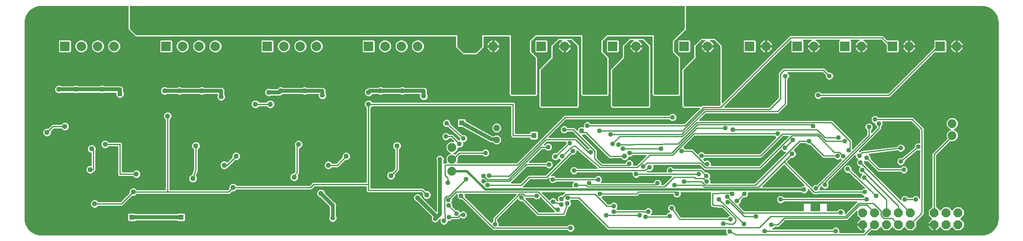
<source format=gbl>
G75*
G70*
%OFA0B0*%
%FSLAX24Y24*%
%IPPOS*%
%LPD*%
%AMOC8*
5,1,8,0,0,1.08239X$1,22.5*
%
%ADD10R,0.0800X0.0800*%
%ADD11C,0.0800*%
%ADD12C,0.0740*%
%ADD13OC8,0.0740*%
%ADD14OC8,0.0520*%
%ADD15C,0.0400*%
%ADD16C,0.1900*%
%ADD17C,0.0100*%
%ADD18C,0.0300*%
%ADD19R,0.0436X0.0436*%
%ADD20C,0.0320*%
%ADD21C,0.0436*%
%ADD22R,0.0400X0.0400*%
%ADD23C,0.0200*%
D10*
X005650Y018150D03*
X014150Y018150D03*
X022650Y018150D03*
X031150Y018150D03*
X039650Y018150D03*
X045650Y018150D03*
X051650Y018150D03*
X057650Y018150D03*
X063150Y018150D03*
X067150Y018150D03*
X071150Y018150D03*
X075150Y018150D03*
X079150Y018150D03*
D11*
X080528Y018150D03*
X076528Y018150D03*
X072528Y018150D03*
X068528Y018150D03*
X064528Y018150D03*
X059619Y018150D03*
X053619Y018150D03*
X047619Y018150D03*
X041619Y018150D03*
X035284Y018150D03*
X033906Y018150D03*
X032528Y018150D03*
X026784Y018150D03*
X025406Y018150D03*
X024028Y018150D03*
X018284Y018150D03*
X016906Y018150D03*
X015528Y018150D03*
X009784Y018150D03*
X008406Y018150D03*
X007028Y018150D03*
D12*
X038150Y009650D03*
X038150Y008650D03*
X038150Y007650D03*
X080150Y010650D03*
X080150Y011650D03*
D13*
X079650Y004150D03*
X078650Y004150D03*
X080650Y004150D03*
X080650Y003150D03*
X079650Y003150D03*
X078650Y003150D03*
X076650Y003150D03*
X075650Y003150D03*
X074650Y003150D03*
X073650Y003150D03*
X072650Y003150D03*
X072650Y004150D03*
X073650Y004150D03*
X074650Y004150D03*
X075650Y004150D03*
X076650Y004150D03*
D14*
X041900Y010275D03*
X041900Y011275D03*
D15*
X039105Y010390D03*
X038775Y009935D03*
X037650Y010560D03*
X036440Y011574D03*
X037700Y011670D03*
X036940Y012699D03*
X035565Y012824D03*
X035065Y012824D03*
X033525Y012550D03*
X033150Y012550D03*
X033150Y012175D03*
X032750Y012175D03*
X032375Y012175D03*
X032375Y012550D03*
X032750Y012550D03*
X033550Y012150D03*
X033525Y011750D03*
X033150Y011750D03*
X032750Y011750D03*
X032375Y011750D03*
X028629Y011501D03*
X028504Y012501D03*
X028004Y012501D03*
X027504Y012501D03*
X025575Y012475D03*
X025200Y012475D03*
X024825Y012475D03*
X024450Y012475D03*
X024075Y012475D03*
X024075Y012100D03*
X024075Y011725D03*
X024450Y011725D03*
X024825Y011725D03*
X024825Y012100D03*
X024450Y012100D03*
X025200Y012100D03*
X025575Y012100D03*
X025575Y011725D03*
X025200Y011725D03*
X020875Y010250D03*
X019700Y011850D03*
X019200Y011850D03*
X018700Y011850D03*
X018700Y012350D03*
X019200Y012350D03*
X019700Y012350D03*
X019700Y012850D03*
X019200Y012850D03*
X018700Y012850D03*
X016925Y012550D03*
X016550Y012550D03*
X016550Y012150D03*
X016925Y012150D03*
X016150Y012150D03*
X015750Y012150D03*
X015375Y012150D03*
X015375Y012550D03*
X015750Y012550D03*
X016150Y012550D03*
X016150Y011750D03*
X015750Y011750D03*
X015375Y011750D03*
X016550Y011750D03*
X016925Y011750D03*
X012450Y011475D03*
X011700Y011850D03*
X011200Y011850D03*
X010700Y011850D03*
X010700Y012350D03*
X011200Y012350D03*
X011700Y012350D03*
X011700Y012850D03*
X011200Y012850D03*
X010700Y012850D03*
X008500Y012550D03*
X008500Y012550D03*
X008500Y012175D03*
X008050Y012150D03*
X008050Y012550D03*
X007650Y012550D03*
X007625Y012175D03*
X007125Y012175D03*
X007250Y012550D03*
X006875Y012550D03*
X006875Y011800D03*
X007250Y011750D03*
X007650Y011750D03*
X008050Y011750D03*
X008500Y011800D03*
X009575Y011100D03*
X012750Y010250D03*
X012750Y009750D03*
X012800Y009150D03*
X012800Y008650D03*
X013050Y008150D03*
X013050Y007650D03*
X013050Y007150D03*
X011325Y006850D03*
X010825Y006850D03*
X009075Y006975D03*
X008575Y006975D03*
X008575Y007475D03*
X009075Y007475D03*
X007000Y007675D03*
X005750Y008300D03*
X005250Y008300D03*
X004750Y008300D03*
X003750Y008050D03*
X003750Y007425D03*
X003750Y008675D03*
X004750Y008800D03*
X005250Y008800D03*
X005750Y008800D03*
X003750Y009300D03*
X003750Y009925D03*
X010825Y008725D03*
X015675Y007275D03*
X017075Y007350D03*
X017575Y007350D03*
X017575Y006850D03*
X017075Y006850D03*
X020925Y007900D03*
X022425Y008150D03*
X020675Y008400D03*
X021175Y007400D03*
X021175Y006775D03*
X024175Y007400D03*
X025700Y007350D03*
X026200Y007350D03*
X026200Y006850D03*
X025700Y006850D03*
X029825Y007850D03*
X032325Y007475D03*
X033950Y007350D03*
X034450Y007350D03*
X034450Y006850D03*
X033950Y006850D03*
X037820Y006680D03*
X039350Y006980D03*
X040790Y007250D03*
X041260Y007260D03*
X040810Y006790D03*
X041140Y006460D03*
X043850Y007000D03*
X045000Y006650D03*
X046620Y006940D03*
X046800Y006500D03*
X048560Y006460D03*
X049680Y006630D03*
X050426Y006940D03*
X051800Y007100D03*
X053620Y007390D03*
X053850Y006950D03*
X055000Y006950D03*
X055410Y006630D03*
X056850Y006460D03*
X057630Y006770D03*
X059540Y006780D03*
X059520Y007240D03*
X058873Y007390D03*
X059580Y008240D03*
X062050Y008450D03*
X059110Y008940D03*
X057450Y009350D03*
X055710Y009520D03*
X053070Y009170D03*
X052510Y009520D03*
X052127Y009867D03*
X051630Y009940D03*
X049810Y009230D03*
X050900Y008600D03*
X049988Y008050D03*
X049200Y008050D03*
X048391Y007700D03*
X046300Y008200D03*
X046825Y008871D03*
X047400Y008890D03*
X048290Y009340D03*
X048040Y009990D03*
X046230Y009680D03*
X041700Y008750D03*
X040960Y009170D03*
X037150Y008650D03*
X036575Y008975D03*
X028575Y008975D03*
X030825Y005475D03*
X028150Y003700D03*
X022750Y005425D03*
X015250Y005175D03*
X014750Y005175D03*
X014250Y005175D03*
X013750Y005175D03*
X013250Y005175D03*
X006750Y005550D03*
X006250Y005550D03*
X005750Y005550D03*
X005250Y005550D03*
X004750Y005550D03*
X003050Y005100D03*
X003875Y011925D03*
X003875Y012550D03*
X003875Y013675D03*
X003950Y015400D03*
X004200Y016150D03*
X004200Y016650D03*
X004200Y017150D03*
X004200Y017650D03*
X003700Y017650D03*
X003700Y018150D03*
X004200Y018150D03*
X004200Y018650D03*
X006200Y017025D03*
X006700Y017025D03*
X006700Y016650D03*
X006200Y016650D03*
X008450Y016650D03*
X008950Y016650D03*
X010150Y016650D03*
X010150Y016150D03*
X010150Y015650D03*
X012200Y015600D03*
X012700Y015600D03*
X012700Y015100D03*
X012200Y015100D03*
X012200Y016100D03*
X012700Y016100D03*
X014800Y016900D03*
X015300Y016900D03*
X017050Y016900D03*
X017550Y016900D03*
X018650Y016650D03*
X018650Y016150D03*
X020700Y016100D03*
X020700Y015600D03*
X020700Y015100D03*
X021700Y015600D03*
X021700Y016100D03*
X023300Y016900D03*
X023800Y016900D03*
X025550Y016900D03*
X026050Y016900D03*
X027150Y016650D03*
X027150Y016150D03*
X027150Y015650D03*
X029200Y015600D03*
X030200Y015600D03*
X030200Y015100D03*
X029200Y015100D03*
X029200Y016100D03*
X030200Y016100D03*
X031800Y016900D03*
X032300Y016900D03*
X034050Y016900D03*
X034550Y016900D03*
X035650Y016650D03*
X035650Y016150D03*
X035650Y015650D03*
X037700Y015600D03*
X037700Y015100D03*
X040213Y015650D03*
X040900Y015150D03*
X041463Y014650D03*
X040900Y014150D03*
X040275Y014650D03*
X041463Y015650D03*
X040900Y016150D03*
X037700Y016100D03*
X037700Y017150D03*
X037700Y017650D03*
X038200Y017650D03*
X038200Y018150D03*
X037700Y018150D03*
X036550Y018150D03*
X036050Y018150D03*
X036050Y018650D03*
X036550Y018650D03*
X037700Y018650D03*
X038200Y018650D03*
X029700Y018650D03*
X029200Y018650D03*
X028050Y018650D03*
X027550Y018650D03*
X027550Y018150D03*
X028050Y018150D03*
X029200Y018150D03*
X029700Y018150D03*
X029700Y017650D03*
X029200Y017650D03*
X029200Y017150D03*
X021200Y017650D03*
X020700Y017650D03*
X020700Y017150D03*
X020700Y018150D03*
X021200Y018150D03*
X021200Y018650D03*
X020700Y018650D03*
X019550Y018650D03*
X019050Y018650D03*
X019050Y018150D03*
X019550Y018150D03*
X012700Y018150D03*
X012200Y018150D03*
X012200Y017650D03*
X012700Y017650D03*
X012200Y017150D03*
X011050Y017150D03*
X010675Y017400D03*
X011050Y017650D03*
X011050Y018150D03*
X010550Y018150D03*
X010550Y018650D03*
X011050Y018650D03*
X012200Y018650D03*
X012700Y018650D03*
X008950Y017025D03*
X008450Y017025D03*
X042378Y012887D03*
X046150Y013650D03*
X047150Y014150D03*
X048150Y014150D03*
X047650Y014650D03*
X047150Y015150D03*
X048150Y015150D03*
X047650Y015650D03*
X046150Y015650D03*
X046150Y014650D03*
X052150Y014650D03*
X053150Y014150D03*
X054150Y014150D03*
X053650Y014650D03*
X053150Y015150D03*
X054150Y015150D03*
X053650Y015650D03*
X052150Y015650D03*
X058150Y015650D03*
X059150Y015150D03*
X060150Y015150D03*
X059650Y014650D03*
X059150Y014150D03*
X060150Y014150D03*
X058150Y013650D03*
X058150Y014650D03*
X059650Y015650D03*
X066150Y015650D03*
X069850Y015650D03*
X068910Y014020D03*
X068150Y012450D03*
X066150Y012450D03*
X068480Y011430D03*
X065490Y010810D03*
X066770Y010260D03*
X068127Y010171D03*
X066110Y009600D03*
X066712Y009099D03*
X070530Y008930D03*
X070990Y008910D03*
X072363Y008947D03*
X072980Y008770D03*
X072452Y008363D03*
X072610Y007730D03*
X071385Y007825D03*
X072775Y007102D03*
X071450Y006650D03*
X069460Y006500D03*
X068710Y006190D03*
X067720Y006100D03*
X065950Y006650D03*
X068450Y007150D03*
X072818Y005890D03*
X073755Y005580D03*
X072960Y005260D03*
X071450Y004650D03*
X070810Y004160D03*
X071450Y002650D03*
X070370Y002610D03*
X066160Y003020D03*
X064960Y003140D03*
X064390Y002610D03*
X062670Y003210D03*
X061549Y003588D03*
X060937Y003229D03*
X061461Y002571D03*
X063680Y003840D03*
X065950Y004650D03*
X064450Y005150D03*
X065750Y005260D03*
X062700Y005740D03*
X061680Y005740D03*
X061270Y005490D03*
X060581Y005280D03*
X061290Y005030D03*
X062080Y005120D03*
X058850Y005350D03*
X057040Y005740D03*
X054350Y005550D03*
X054100Y004700D03*
X054640Y004250D03*
X053890Y003940D03*
X054415Y003797D03*
X056430Y003880D03*
X056590Y004530D03*
X051740Y004250D03*
X051110Y003940D03*
X051730Y004710D03*
X047830Y004940D03*
X047340Y004818D03*
X046640Y005080D03*
X047345Y005317D03*
X047870Y005400D03*
X046500Y005650D03*
X045260Y005580D03*
X045500Y005150D03*
X043980Y005420D03*
X041500Y005150D03*
X038920Y005580D03*
X037840Y005230D03*
X037860Y004760D03*
X038540Y004080D03*
X039090Y003970D03*
X037890Y003770D03*
X037480Y003460D03*
X036750Y003650D03*
X041770Y003170D03*
X045500Y004500D03*
X047045Y004408D03*
X048110Y002860D03*
X050570Y005740D03*
X055350Y007850D03*
X054753Y007966D03*
X054210Y008020D03*
X053050Y008270D03*
X056480Y007700D03*
X061350Y007350D03*
X062350Y009350D03*
X063150Y010450D03*
X061730Y011120D03*
X061110Y011270D03*
X059350Y010350D03*
X056680Y012170D03*
X052150Y013650D03*
X049520Y011470D03*
X050550Y011030D03*
X051470Y010720D03*
X047580Y011140D03*
X070607Y010470D03*
X071150Y010160D03*
X072950Y009650D03*
X071470Y009390D03*
X074525Y008638D03*
X075839Y008459D03*
X076090Y007760D03*
X075650Y006950D03*
X076180Y005260D03*
X077090Y005260D03*
X077310Y009700D03*
X075839Y009586D03*
X075650Y010450D03*
X073160Y011360D03*
X074000Y011650D03*
X073680Y011990D03*
X075150Y012450D03*
D16*
X082650Y020150D03*
X082650Y003650D03*
X003650Y003650D03*
X003650Y020150D03*
D17*
X003133Y002403D02*
X003474Y002312D01*
X003650Y002300D01*
X061237Y002300D01*
X061164Y002373D01*
X061111Y002501D01*
X061111Y002640D01*
X061136Y002700D01*
X051207Y002700D01*
X051090Y002817D01*
X048707Y005200D01*
X048165Y005200D01*
X048115Y005150D01*
X048127Y005138D01*
X048180Y005010D01*
X048180Y004870D01*
X048127Y004742D01*
X048028Y004643D01*
X047936Y004605D01*
X047750Y004005D01*
X047750Y003952D01*
X047726Y003929D01*
X047717Y003897D01*
X047670Y003872D01*
X047633Y003835D01*
X047600Y003835D01*
X047570Y003819D01*
X047520Y003835D01*
X045282Y003835D01*
X044047Y005070D01*
X043910Y005070D01*
X043782Y005123D01*
X043683Y005222D01*
X043666Y005263D01*
X041970Y003567D01*
X041970Y003465D01*
X042067Y003368D01*
X042120Y003240D01*
X042120Y003100D01*
X042103Y003060D01*
X047815Y003060D01*
X047912Y003157D01*
X048040Y003210D01*
X048180Y003210D01*
X048308Y003157D01*
X048407Y003058D01*
X048460Y002930D01*
X048460Y002790D01*
X048407Y002662D01*
X048308Y002563D01*
X048180Y002510D01*
X048040Y002510D01*
X047912Y002563D01*
X047815Y002660D01*
X041557Y002660D01*
X038987Y005230D01*
X038850Y005230D01*
X038722Y005283D01*
X038623Y005382D01*
X038570Y005510D01*
X038570Y005650D01*
X038587Y005690D01*
X038583Y005690D01*
X038190Y005297D01*
X038190Y005160D01*
X038137Y005032D01*
X038110Y005005D01*
X038157Y004958D01*
X038210Y004830D01*
X038210Y004693D01*
X038473Y004430D01*
X038610Y004430D01*
X038738Y004377D01*
X038837Y004278D01*
X038856Y004231D01*
X038892Y004267D01*
X039020Y004320D01*
X039160Y004320D01*
X039288Y004267D01*
X039387Y004168D01*
X039440Y004040D01*
X039440Y003900D01*
X039387Y003772D01*
X039288Y003673D01*
X039160Y003620D01*
X039020Y003620D01*
X038892Y003673D01*
X038874Y003691D01*
X038870Y003687D01*
X038753Y003570D01*
X038185Y003570D01*
X038088Y003473D01*
X037960Y003420D01*
X037830Y003420D01*
X037830Y003390D01*
X037777Y003262D01*
X037678Y003163D01*
X037550Y003110D01*
X037410Y003110D01*
X037282Y003163D01*
X037183Y003262D01*
X037130Y003390D01*
X037130Y003530D01*
X037156Y003593D01*
X037069Y003506D01*
X037047Y003452D01*
X036948Y003353D01*
X036820Y003300D01*
X036680Y003300D01*
X036552Y003353D01*
X036453Y003452D01*
X036400Y003580D01*
X036400Y003720D01*
X036434Y003802D01*
X035205Y005032D01*
X035202Y005032D01*
X035066Y005088D01*
X034963Y005191D01*
X034907Y005327D01*
X034907Y005473D01*
X034963Y005609D01*
X035066Y005712D01*
X035202Y005768D01*
X035348Y005768D01*
X035484Y005712D01*
X035587Y005609D01*
X035643Y005473D01*
X035643Y005470D01*
X036840Y004273D01*
X036840Y008484D01*
X036800Y008580D01*
X036800Y008720D01*
X036853Y008848D01*
X033725Y008848D01*
X033725Y008750D02*
X036812Y008750D01*
X036800Y008651D02*
X033725Y008651D01*
X033725Y008553D02*
X036812Y008553D01*
X036840Y008454D02*
X033725Y008454D01*
X033725Y008356D02*
X036840Y008356D01*
X036840Y008257D02*
X033725Y008257D01*
X033725Y008159D02*
X036840Y008159D01*
X036840Y008060D02*
X033725Y008060D01*
X033725Y007962D02*
X036840Y007962D01*
X036840Y007863D02*
X033725Y007863D01*
X033725Y007765D02*
X036840Y007765D01*
X036840Y007666D02*
X033699Y007666D01*
X033725Y007692D02*
X033725Y009459D01*
X033734Y009463D01*
X033837Y009566D01*
X033893Y009702D01*
X033893Y009848D01*
X033837Y009984D01*
X033734Y010087D01*
X033598Y010143D01*
X033452Y010143D01*
X033316Y010087D01*
X033213Y009984D01*
X033157Y009848D01*
X033157Y009702D01*
X033213Y009566D01*
X033316Y009463D01*
X033325Y009459D01*
X033325Y007858D01*
X033107Y007640D01*
X033098Y007643D01*
X032952Y007643D01*
X032816Y007587D01*
X032713Y007484D01*
X032657Y007348D01*
X032657Y007202D01*
X032713Y007066D01*
X032816Y006963D01*
X032952Y006907D01*
X033098Y006907D01*
X033234Y006963D01*
X033337Y007066D01*
X033393Y007202D01*
X033393Y007348D01*
X033390Y007357D01*
X033725Y007692D01*
X033600Y007568D02*
X036840Y007568D01*
X036840Y007469D02*
X033502Y007469D01*
X033403Y007371D02*
X036840Y007371D01*
X036840Y007272D02*
X033393Y007272D01*
X033381Y007174D02*
X036840Y007174D01*
X036840Y007075D02*
X033341Y007075D01*
X033247Y006977D02*
X036840Y006977D01*
X036840Y006878D02*
X031350Y006878D01*
X031350Y006780D02*
X036840Y006780D01*
X036840Y006681D02*
X031350Y006681D01*
X031350Y006583D02*
X036840Y006583D01*
X036840Y006484D02*
X031350Y006484D01*
X031350Y006386D02*
X036840Y006386D01*
X036840Y006287D02*
X031350Y006287D01*
X031350Y006225D02*
X031350Y012959D01*
X031359Y012963D01*
X031462Y013066D01*
X031466Y013075D01*
X043075Y013075D01*
X043075Y010567D01*
X043192Y010450D01*
X044657Y010450D01*
X044657Y010370D01*
X044745Y010282D01*
X045305Y010282D01*
X045393Y010370D01*
X045393Y010930D01*
X045305Y011018D01*
X044745Y011018D01*
X044657Y010930D01*
X044657Y010850D01*
X043475Y010850D01*
X043475Y013358D01*
X043358Y013475D01*
X031466Y013475D01*
X031462Y013484D01*
X031359Y013587D01*
X031223Y013643D01*
X031077Y013643D01*
X030941Y013587D01*
X030838Y013484D01*
X030782Y013348D01*
X030782Y013202D01*
X030838Y013066D01*
X030941Y012963D01*
X030950Y012959D01*
X030950Y006725D01*
X026442Y006725D01*
X026325Y006608D01*
X026192Y006475D01*
X020091Y006475D01*
X020087Y006484D01*
X026201Y006484D01*
X026300Y006583D02*
X019988Y006583D01*
X019984Y006587D02*
X019848Y006643D01*
X019702Y006643D01*
X019566Y006587D01*
X019463Y006484D01*
X014475Y006484D01*
X014475Y006386D02*
X019422Y006386D01*
X019407Y006348D02*
X019407Y006202D01*
X019410Y006193D01*
X019317Y006100D01*
X014475Y006100D01*
X014475Y011959D01*
X014484Y011963D01*
X014587Y012066D01*
X014643Y012202D01*
X014643Y012348D01*
X014587Y012484D01*
X014484Y012587D01*
X014348Y012643D01*
X014202Y012643D01*
X014066Y012587D01*
X013963Y012484D01*
X013907Y012348D01*
X013907Y012202D01*
X013963Y012066D01*
X014066Y011963D01*
X014075Y011959D01*
X014075Y006100D01*
X011716Y006100D01*
X011712Y006109D01*
X011609Y006212D01*
X011473Y006268D01*
X011327Y006268D01*
X011191Y006212D01*
X011088Y006109D01*
X011032Y005973D01*
X011032Y005827D01*
X011035Y005818D01*
X010317Y005100D01*
X008466Y005100D01*
X008462Y005109D01*
X008359Y005212D01*
X008223Y005268D01*
X008077Y005268D01*
X007941Y005212D01*
X007838Y005109D01*
X007782Y004973D01*
X007782Y004827D01*
X007838Y004691D01*
X007941Y004588D01*
X008077Y004532D01*
X008223Y004532D01*
X008359Y004588D01*
X008462Y004691D01*
X008466Y004700D01*
X010483Y004700D01*
X011318Y005535D01*
X011327Y005532D01*
X011473Y005532D01*
X011609Y005588D01*
X011712Y005691D01*
X011716Y005700D01*
X019483Y005700D01*
X019693Y005910D01*
X019702Y005907D01*
X019848Y005907D01*
X019984Y005963D01*
X020087Y006066D01*
X020091Y006075D01*
X026358Y006075D01*
X026608Y006325D01*
X030950Y006325D01*
X030950Y005942D01*
X031067Y005825D01*
X035567Y005825D01*
X035660Y005732D01*
X035657Y005723D01*
X035657Y005577D01*
X035713Y005441D01*
X035816Y005338D01*
X035952Y005282D01*
X036098Y005282D01*
X036234Y005338D01*
X036337Y005441D01*
X036393Y005577D01*
X036393Y005723D01*
X036337Y005859D01*
X036234Y005962D01*
X036098Y006018D01*
X035952Y006018D01*
X035943Y006015D01*
X035733Y006225D01*
X031350Y006225D01*
X031150Y006025D02*
X035650Y006025D01*
X036025Y005650D01*
X036364Y005795D02*
X036840Y005795D01*
X036840Y005893D02*
X036303Y005893D01*
X036162Y005992D02*
X036840Y005992D01*
X036840Y006090D02*
X035868Y006090D01*
X035769Y006189D02*
X036840Y006189D01*
X037820Y006680D02*
X037820Y007070D01*
X037580Y007310D01*
X037580Y008135D01*
X037615Y008170D01*
X043670Y008170D01*
X047670Y012170D01*
X056680Y012170D01*
X056816Y012493D02*
X058470Y012493D01*
X058568Y012591D02*
X043475Y012591D01*
X043475Y012493D02*
X056544Y012493D01*
X056482Y012467D02*
X056385Y012370D01*
X047587Y012370D01*
X047470Y012253D01*
X043587Y008370D01*
X038597Y008370D01*
X038670Y008547D01*
X038670Y008753D01*
X038657Y008784D01*
X038843Y008970D01*
X040665Y008970D01*
X040762Y008873D01*
X040890Y008820D01*
X041030Y008820D01*
X041158Y008873D01*
X041257Y008972D01*
X041310Y009100D01*
X041310Y009240D01*
X041257Y009368D01*
X041158Y009467D01*
X041030Y009520D01*
X040890Y009520D01*
X040762Y009467D01*
X040665Y009370D01*
X038677Y009370D01*
X038412Y009104D01*
X038302Y009150D01*
X038445Y009209D01*
X038591Y009355D01*
X038670Y009547D01*
X038670Y009600D01*
X038705Y009585D01*
X038845Y009585D01*
X038973Y009638D01*
X039072Y009737D01*
X039125Y009865D01*
X039125Y010005D01*
X039110Y010040D01*
X039175Y010040D01*
X039303Y010093D01*
X039402Y010192D01*
X039455Y010320D01*
X039455Y010460D01*
X039402Y010588D01*
X039303Y010687D01*
X039175Y010740D01*
X039035Y010740D01*
X039023Y010735D01*
X038050Y011622D01*
X038050Y011740D01*
X037997Y011868D01*
X037898Y011967D01*
X037770Y012020D01*
X037630Y012020D01*
X037502Y011967D01*
X037403Y011868D01*
X037350Y011740D01*
X037350Y011600D01*
X037403Y011472D01*
X037502Y011373D01*
X037630Y011320D01*
X037770Y011320D01*
X037782Y011325D01*
X038755Y010438D01*
X038755Y010320D01*
X038770Y010285D01*
X038708Y010285D01*
X038350Y010643D01*
X038233Y010760D01*
X037945Y010760D01*
X037848Y010857D01*
X037720Y010910D01*
X037580Y010910D01*
X037452Y010857D01*
X037353Y010758D01*
X037300Y010630D01*
X037300Y010490D01*
X037353Y010362D01*
X037452Y010263D01*
X037580Y010210D01*
X037720Y010210D01*
X037848Y010263D01*
X037945Y010360D01*
X038067Y010360D01*
X038260Y010167D01*
X038253Y010170D01*
X038047Y010170D01*
X037855Y010091D01*
X037709Y009945D01*
X037630Y009753D01*
X037630Y009547D01*
X037709Y009355D01*
X037855Y009209D01*
X037998Y009150D01*
X037855Y009091D01*
X037709Y008945D01*
X037630Y008753D01*
X037630Y008547D01*
X037703Y008370D01*
X037532Y008370D01*
X037460Y008298D01*
X037460Y008484D01*
X037500Y008580D01*
X037500Y008720D01*
X037447Y008848D01*
X037669Y008848D01*
X037630Y008750D02*
X037488Y008750D01*
X037500Y008651D02*
X037630Y008651D01*
X037630Y008553D02*
X037488Y008553D01*
X037460Y008454D02*
X037668Y008454D01*
X037518Y008356D02*
X037460Y008356D01*
X038150Y008650D02*
X038240Y008650D01*
X038760Y009170D01*
X040960Y009170D01*
X041097Y008848D02*
X044065Y008848D01*
X043967Y008750D02*
X038670Y008750D01*
X038670Y008651D02*
X043868Y008651D01*
X043770Y008553D02*
X038670Y008553D01*
X038632Y008454D02*
X043671Y008454D01*
X044390Y008200D02*
X042980Y006790D01*
X040810Y006790D01*
X041090Y006950D02*
X040790Y007250D01*
X041090Y006950D02*
X042910Y006950D01*
X045640Y009680D01*
X046230Y009680D01*
X046473Y009932D02*
X047681Y009932D01*
X047690Y009940D02*
X046905Y009216D01*
X046895Y009221D01*
X046755Y009221D01*
X046627Y009168D01*
X046528Y009069D01*
X046475Y008940D01*
X046475Y008801D01*
X046528Y008673D01*
X046627Y008574D01*
X046755Y008521D01*
X046895Y008521D01*
X047023Y008574D01*
X047122Y008673D01*
X047202Y008593D01*
X047243Y008576D01*
X046017Y007350D01*
X044567Y007350D01*
X043877Y006660D01*
X043133Y006660D01*
X043180Y006707D01*
X044473Y008000D01*
X046005Y008000D01*
X046102Y007903D01*
X046230Y007850D01*
X046370Y007850D01*
X046498Y007903D01*
X046597Y008002D01*
X046650Y008130D01*
X046650Y008270D01*
X046597Y008398D01*
X046498Y008497D01*
X046370Y008550D01*
X046230Y008550D01*
X046102Y008497D01*
X046005Y008400D01*
X044643Y008400D01*
X045723Y009480D01*
X045935Y009480D01*
X046032Y009383D01*
X046160Y009330D01*
X046300Y009330D01*
X046428Y009383D01*
X046527Y009482D01*
X046580Y009610D01*
X046580Y009750D01*
X046527Y009878D01*
X046428Y009977D01*
X046300Y010030D01*
X046160Y010030D01*
X046032Y009977D01*
X045935Y009880D01*
X045893Y009880D01*
X046113Y010100D01*
X047707Y010100D01*
X047690Y010060D01*
X047690Y009940D01*
X047690Y010030D02*
X046043Y010030D01*
X045987Y009932D02*
X045944Y009932D01*
X045444Y010227D02*
X042310Y010227D01*
X042310Y010129D02*
X045346Y010129D01*
X045247Y010030D02*
X042235Y010030D01*
X042310Y010105D02*
X042070Y009865D01*
X041730Y009865D01*
X041568Y010028D01*
X041507Y010028D01*
X041490Y010023D01*
X041445Y010028D01*
X041401Y010028D01*
X041385Y010034D01*
X041367Y010036D01*
X041328Y010058D01*
X041287Y010075D01*
X041274Y010087D01*
X038989Y011344D01*
X038682Y011344D01*
X038594Y011432D01*
X038594Y011993D01*
X038682Y012081D01*
X039243Y012081D01*
X039331Y011993D01*
X039331Y011864D01*
X041542Y010647D01*
X041693Y010647D01*
X041730Y010685D01*
X042070Y010685D01*
X042310Y010445D01*
X042310Y010105D01*
X042310Y010326D02*
X044701Y010326D01*
X044657Y010424D02*
X042310Y010424D01*
X042232Y010523D02*
X043120Y010523D01*
X043075Y010621D02*
X042134Y010621D01*
X042070Y010865D02*
X042310Y011105D01*
X042310Y011445D01*
X042070Y011685D01*
X041730Y011685D01*
X041490Y011445D01*
X041490Y011105D01*
X041730Y010865D01*
X042070Y010865D01*
X042121Y010917D02*
X043075Y010917D01*
X043075Y011015D02*
X042220Y011015D01*
X042310Y011114D02*
X043075Y011114D01*
X043075Y011212D02*
X042310Y011212D01*
X042310Y011311D02*
X043075Y011311D01*
X043075Y011409D02*
X042310Y011409D01*
X042247Y011508D02*
X043075Y011508D01*
X043075Y011606D02*
X042149Y011606D01*
X041651Y011606D02*
X039799Y011606D01*
X039620Y011705D02*
X043075Y011705D01*
X043075Y011803D02*
X039441Y011803D01*
X039331Y011902D02*
X043075Y011902D01*
X043075Y012000D02*
X039323Y012000D01*
X038602Y012000D02*
X037818Y012000D01*
X037963Y011902D02*
X038594Y011902D01*
X038594Y011803D02*
X038024Y011803D01*
X038050Y011705D02*
X038594Y011705D01*
X038594Y011606D02*
X038067Y011606D01*
X038175Y011508D02*
X038594Y011508D01*
X038618Y011409D02*
X038283Y011409D01*
X038392Y011311D02*
X039050Y011311D01*
X039229Y011212D02*
X038500Y011212D01*
X038608Y011114D02*
X039408Y011114D01*
X039587Y011015D02*
X038716Y011015D01*
X038824Y010917D02*
X039766Y010917D01*
X039946Y010818D02*
X038932Y010818D01*
X039224Y010720D02*
X040125Y010720D01*
X040304Y010621D02*
X039369Y010621D01*
X039429Y010523D02*
X040483Y010523D01*
X040662Y010424D02*
X039455Y010424D01*
X039455Y010326D02*
X040841Y010326D01*
X041020Y010227D02*
X039416Y010227D01*
X039338Y010129D02*
X041199Y010129D01*
X041395Y010030D02*
X039114Y010030D01*
X039125Y009932D02*
X041664Y009932D01*
X042136Y009932D02*
X045149Y009932D01*
X045050Y009833D02*
X039112Y009833D01*
X039069Y009735D02*
X044952Y009735D01*
X044853Y009636D02*
X038968Y009636D01*
X038666Y009538D02*
X044755Y009538D01*
X044656Y009439D02*
X041186Y009439D01*
X041268Y009341D02*
X044558Y009341D01*
X044459Y009242D02*
X041309Y009242D01*
X041310Y009144D02*
X044361Y009144D01*
X044262Y009045D02*
X041287Y009045D01*
X041231Y008947D02*
X044164Y008947D01*
X044894Y008651D02*
X046550Y008651D01*
X046497Y008750D02*
X044992Y008750D01*
X045091Y008848D02*
X046475Y008848D01*
X046478Y008947D02*
X045189Y008947D01*
X045288Y009045D02*
X046518Y009045D01*
X046603Y009144D02*
X045386Y009144D01*
X045485Y009242D02*
X046933Y009242D01*
X047040Y009341D02*
X046325Y009341D01*
X046484Y009439D02*
X047147Y009439D01*
X047254Y009538D02*
X046550Y009538D01*
X046580Y009636D02*
X047361Y009636D01*
X047467Y009735D02*
X046580Y009735D01*
X046545Y009833D02*
X047574Y009833D01*
X048040Y009990D02*
X046825Y008871D01*
X047100Y008651D02*
X047144Y008651D01*
X047122Y008673D02*
X047122Y008673D01*
X047220Y008553D02*
X046971Y008553D01*
X047121Y008454D02*
X046541Y008454D01*
X046614Y008356D02*
X047023Y008356D01*
X046924Y008257D02*
X046650Y008257D01*
X046650Y008159D02*
X046826Y008159D01*
X046727Y008060D02*
X046621Y008060D01*
X046629Y007962D02*
X046556Y007962D01*
X046530Y007863D02*
X046401Y007863D01*
X046432Y007765D02*
X044237Y007765D01*
X044336Y007863D02*
X046199Y007863D01*
X046044Y007962D02*
X044434Y007962D01*
X044390Y008200D02*
X046300Y008200D01*
X046059Y008454D02*
X044697Y008454D01*
X044795Y008553D02*
X046679Y008553D01*
X047391Y008159D02*
X050037Y008159D01*
X049922Y008257D02*
X047490Y008257D01*
X047588Y008356D02*
X049807Y008356D01*
X049691Y008454D02*
X047687Y008454D01*
X047785Y008553D02*
X049576Y008553D01*
X049461Y008651D02*
X047884Y008651D01*
X047982Y008750D02*
X049346Y008750D01*
X049230Y008848D02*
X048081Y008848D01*
X048179Y008947D02*
X049115Y008947D01*
X049000Y009045D02*
X048490Y009045D01*
X048488Y009043D02*
X048587Y009142D01*
X048640Y009270D01*
X048640Y009352D01*
X050340Y007900D01*
X048686Y007900D01*
X048589Y007997D01*
X048460Y008050D01*
X048321Y008050D01*
X048193Y007997D01*
X048094Y007898D01*
X048041Y007770D01*
X048041Y007630D01*
X048094Y007502D01*
X048193Y007403D01*
X048321Y007350D01*
X048460Y007350D01*
X048589Y007403D01*
X048686Y007500D01*
X053287Y007500D01*
X053270Y007460D01*
X053270Y007320D01*
X053323Y007192D01*
X053422Y007093D01*
X053550Y007040D01*
X053690Y007040D01*
X053818Y007093D01*
X053915Y007190D01*
X056577Y007190D01*
X055907Y006520D01*
X055743Y006520D01*
X055760Y006560D01*
X055760Y006700D01*
X055707Y006828D01*
X055608Y006927D01*
X055480Y006980D01*
X055340Y006980D01*
X055212Y006927D01*
X055113Y006828D01*
X055060Y006700D01*
X050681Y006700D01*
X050723Y006742D01*
X050776Y006870D01*
X050776Y007010D01*
X050723Y007138D01*
X050624Y007237D01*
X050496Y007290D01*
X050357Y007290D01*
X050228Y007237D01*
X050131Y007140D01*
X046915Y007140D01*
X046818Y007237D01*
X046690Y007290D01*
X046550Y007290D01*
X046503Y007271D01*
X048223Y008990D01*
X048360Y008990D01*
X048488Y009043D01*
X048587Y009144D02*
X048885Y009144D01*
X048769Y009242D02*
X048628Y009242D01*
X048640Y009341D02*
X048654Y009341D01*
X048290Y009340D02*
X046100Y007150D01*
X044650Y007150D01*
X043960Y006460D01*
X041140Y006460D01*
X039470Y006980D02*
X039350Y006980D01*
X039310Y006950D01*
X037900Y005540D01*
X037710Y005540D01*
X037530Y005360D01*
X037530Y004090D01*
X037570Y004050D01*
X037570Y003550D01*
X037480Y003460D01*
X037610Y003135D02*
X041082Y003135D01*
X040984Y003234D02*
X037748Y003234D01*
X037806Y003332D02*
X040885Y003332D01*
X040787Y003431D02*
X037985Y003431D01*
X038144Y003529D02*
X040688Y003529D01*
X040590Y003628D02*
X039178Y003628D01*
X039002Y003628D02*
X038810Y003628D01*
X038670Y003770D02*
X037890Y003770D01*
X038670Y003770D02*
X038870Y003970D01*
X039090Y003970D01*
X039336Y004219D02*
X039999Y004219D01*
X039900Y004317D02*
X039167Y004317D01*
X039013Y004317D02*
X038798Y004317D01*
X038645Y004416D02*
X039802Y004416D01*
X039703Y004514D02*
X038389Y004514D01*
X038290Y004613D02*
X039605Y004613D01*
X039506Y004711D02*
X038210Y004711D01*
X038210Y004810D02*
X039408Y004810D01*
X039309Y004908D02*
X038178Y004908D01*
X038111Y005007D02*
X039211Y005007D01*
X039112Y005105D02*
X038167Y005105D01*
X038190Y005204D02*
X039014Y005204D01*
X038703Y005302D02*
X038195Y005302D01*
X038293Y005401D02*
X038616Y005401D01*
X038575Y005499D02*
X038392Y005499D01*
X038490Y005598D02*
X038570Y005598D01*
X038500Y005890D02*
X037840Y005230D01*
X037860Y004760D02*
X038540Y004080D01*
X039407Y004120D02*
X040097Y004120D01*
X040196Y004022D02*
X039440Y004022D01*
X039440Y003923D02*
X040294Y003923D01*
X040393Y003825D02*
X039409Y003825D01*
X039341Y003726D02*
X040491Y003726D01*
X040761Y004022D02*
X041859Y004022D01*
X041957Y004120D02*
X040663Y004120D01*
X040564Y004219D02*
X042056Y004219D01*
X042154Y004317D02*
X040466Y004317D01*
X040367Y004416D02*
X042253Y004416D01*
X042351Y004514D02*
X040269Y004514D01*
X040170Y004613D02*
X042450Y004613D01*
X042548Y004711D02*
X040072Y004711D01*
X039973Y004810D02*
X042647Y004810D01*
X042745Y004908D02*
X039875Y004908D01*
X039776Y005007D02*
X042844Y005007D01*
X042942Y005105D02*
X039678Y005105D01*
X039579Y005204D02*
X043041Y005204D01*
X043139Y005302D02*
X039481Y005302D01*
X039382Y005401D02*
X043238Y005401D01*
X043336Y005499D02*
X039284Y005499D01*
X039270Y005513D02*
X039270Y005650D01*
X039253Y005690D01*
X043527Y005690D01*
X041687Y003850D01*
X041570Y003733D01*
X041570Y003465D01*
X041473Y003368D01*
X041456Y003327D01*
X039270Y005513D01*
X039270Y005598D02*
X043435Y005598D01*
X043850Y005730D02*
X041770Y003650D01*
X041770Y003170D01*
X041640Y002860D02*
X038920Y005580D01*
X038500Y005890D02*
X045390Y005890D01*
X046810Y004470D01*
X047045Y004408D01*
X046720Y004277D02*
X046707Y004291D01*
X046679Y004298D01*
X046650Y004347D01*
X045574Y005423D01*
X045557Y005382D01*
X045458Y005283D01*
X045330Y005230D01*
X045190Y005230D01*
X045062Y005283D01*
X044965Y005380D01*
X044343Y005380D01*
X044330Y005380D01*
X044330Y005353D01*
X045448Y004235D01*
X046738Y004235D01*
X046720Y004277D01*
X046668Y004317D02*
X045366Y004317D01*
X045267Y004416D02*
X046582Y004416D01*
X046483Y004514D02*
X045169Y004514D01*
X045070Y004613D02*
X046385Y004613D01*
X046286Y004711D02*
X044972Y004711D01*
X044873Y004810D02*
X046188Y004810D01*
X046089Y004908D02*
X044775Y004908D01*
X044676Y005007D02*
X045991Y005007D01*
X045892Y005105D02*
X044578Y005105D01*
X044479Y005204D02*
X045794Y005204D01*
X045695Y005302D02*
X045477Y005302D01*
X045564Y005401D02*
X045597Y005401D01*
X045260Y005580D02*
X044260Y005580D01*
X044110Y005730D01*
X043850Y005730D01*
X043980Y005420D02*
X045365Y004035D01*
X047550Y004035D01*
X047830Y004940D01*
X048155Y004810D02*
X049098Y004810D01*
X048999Y004908D02*
X048180Y004908D01*
X048180Y005007D02*
X048901Y005007D01*
X048802Y005105D02*
X048140Y005105D01*
X047870Y005400D02*
X048790Y005400D01*
X051290Y002900D01*
X063968Y002900D01*
X064918Y003850D01*
X071210Y003850D01*
X072310Y004950D01*
X073530Y004950D01*
X074170Y004310D01*
X074170Y003950D01*
X074450Y003670D01*
X075130Y003670D01*
X075650Y003150D01*
X075150Y002915D02*
X075435Y002630D01*
X075865Y002630D01*
X076150Y002915D01*
X076435Y002630D01*
X076865Y002630D01*
X077170Y002935D01*
X077170Y003365D01*
X077159Y003376D01*
X077820Y004037D01*
X077820Y011243D01*
X077703Y011360D01*
X076873Y012190D01*
X073975Y012190D01*
X073878Y012287D01*
X073750Y012340D01*
X073610Y012340D01*
X073482Y012287D01*
X073383Y012188D01*
X073330Y012060D01*
X073330Y011920D01*
X073383Y011792D01*
X073482Y011693D01*
X073610Y011640D01*
X073650Y011640D01*
X073650Y011580D01*
X073703Y011452D01*
X073800Y011355D01*
X073800Y011333D01*
X073360Y010893D01*
X073360Y011065D01*
X073457Y011162D01*
X073510Y011290D01*
X073510Y011430D01*
X073457Y011558D01*
X073358Y011657D01*
X073230Y011710D01*
X073090Y011710D01*
X072962Y011657D01*
X072863Y011558D01*
X072810Y011430D01*
X072810Y011290D01*
X072863Y011162D01*
X072960Y011065D01*
X072960Y010723D01*
X071784Y009547D01*
X071780Y009556D01*
X071780Y010253D01*
X071663Y010370D01*
X070093Y011940D01*
X058943Y011940D01*
X059473Y012470D01*
X065583Y012470D01*
X066233Y013120D01*
X066350Y013237D01*
X066350Y015355D01*
X066447Y015452D01*
X066500Y015580D01*
X066500Y015720D01*
X066447Y015848D01*
X066348Y015947D01*
X066340Y015950D01*
X069267Y015950D01*
X069500Y015717D01*
X069500Y015580D01*
X069553Y015452D01*
X069652Y015353D01*
X069780Y015300D01*
X069920Y015300D01*
X070048Y015353D01*
X070147Y015452D01*
X070200Y015580D01*
X070200Y015720D01*
X070147Y015848D01*
X070048Y015947D01*
X069920Y016000D01*
X069783Y016000D01*
X069433Y016350D01*
X065967Y016350D01*
X065850Y016233D01*
X065550Y015933D01*
X065550Y013833D01*
X064747Y013030D01*
X061033Y013030D01*
X066600Y018597D01*
X066600Y017688D01*
X066688Y017600D01*
X067612Y017600D01*
X067700Y017688D01*
X067700Y018612D01*
X067642Y018670D01*
X068349Y018670D01*
X068317Y018660D01*
X068240Y018620D01*
X068170Y018570D01*
X068108Y018508D01*
X068058Y018438D01*
X068018Y018361D01*
X067991Y018279D01*
X067979Y018200D01*
X068478Y018200D01*
X068478Y018100D01*
X068578Y018100D01*
X068578Y018200D01*
X069077Y018200D01*
X069064Y018279D01*
X069038Y018361D01*
X068998Y018438D01*
X068947Y018508D01*
X068886Y018570D01*
X068816Y018620D01*
X068739Y018660D01*
X068707Y018670D01*
X070658Y018670D01*
X070600Y018612D01*
X070600Y017688D01*
X070688Y017600D01*
X071612Y017600D01*
X071700Y017688D01*
X071700Y018612D01*
X071642Y018670D01*
X072349Y018670D01*
X072317Y018660D01*
X072240Y018620D01*
X072170Y018570D01*
X072108Y018508D01*
X072058Y018438D01*
X072018Y018361D01*
X071991Y018279D01*
X071979Y018200D01*
X072478Y018200D01*
X072478Y018100D01*
X072578Y018100D01*
X072578Y018200D01*
X073077Y018200D01*
X073064Y018279D01*
X073038Y018361D01*
X072998Y018438D01*
X072947Y018508D01*
X072886Y018570D01*
X072816Y018620D01*
X072739Y018660D01*
X072707Y018670D01*
X074177Y018670D01*
X074600Y018247D01*
X074600Y017688D01*
X074688Y017600D01*
X075612Y017600D01*
X075700Y017688D01*
X075700Y018612D01*
X075612Y018700D01*
X074713Y018700D01*
X074343Y019070D01*
X066507Y019070D01*
X066390Y018953D01*
X060850Y013413D01*
X060850Y018233D01*
X060350Y018733D01*
X060233Y018850D01*
X059067Y018850D01*
X058567Y018350D01*
X058450Y018233D01*
X058450Y017233D01*
X057567Y016350D01*
X057450Y016233D01*
X057450Y013067D01*
X057567Y012950D01*
X058927Y012950D01*
X057647Y011670D01*
X049815Y011670D01*
X049718Y011767D01*
X049590Y011820D01*
X049450Y011820D01*
X049322Y011767D01*
X049223Y011668D01*
X049170Y011540D01*
X049170Y011400D01*
X049189Y011356D01*
X049098Y011393D01*
X048952Y011393D01*
X048816Y011337D01*
X048713Y011234D01*
X048659Y011104D01*
X048540Y011223D01*
X048423Y011340D01*
X047875Y011340D01*
X047778Y011437D01*
X047650Y011490D01*
X047510Y011490D01*
X047382Y011437D01*
X047283Y011338D01*
X047230Y011210D01*
X047230Y011070D01*
X047283Y010942D01*
X047382Y010843D01*
X047510Y010790D01*
X047650Y010790D01*
X047778Y010843D01*
X047875Y010940D01*
X048257Y010940D01*
X049653Y009544D01*
X049612Y009527D01*
X049599Y009514D01*
X048730Y010383D01*
X048613Y010500D01*
X046283Y010500D01*
X047753Y011970D01*
X056385Y011970D01*
X056482Y011873D01*
X056610Y011820D01*
X056750Y011820D01*
X056878Y011873D01*
X056977Y011972D01*
X057030Y012100D01*
X057030Y012240D01*
X056977Y012368D01*
X056878Y012467D01*
X056750Y012520D01*
X056610Y012520D01*
X056482Y012467D01*
X056409Y012394D02*
X043475Y012394D01*
X043475Y012296D02*
X047513Y012296D01*
X047414Y012197D02*
X043475Y012197D01*
X043475Y012099D02*
X047316Y012099D01*
X047217Y012000D02*
X043475Y012000D01*
X043475Y011902D02*
X047119Y011902D01*
X047020Y011803D02*
X043475Y011803D01*
X043475Y011705D02*
X046922Y011705D01*
X046823Y011606D02*
X043475Y011606D01*
X043475Y011508D02*
X046725Y011508D01*
X046626Y011409D02*
X043475Y011409D01*
X043475Y011311D02*
X046528Y011311D01*
X046429Y011212D02*
X043475Y011212D01*
X043475Y011114D02*
X046331Y011114D01*
X046232Y011015D02*
X045308Y011015D01*
X045393Y010917D02*
X046134Y010917D01*
X046035Y010818D02*
X045393Y010818D01*
X045393Y010720D02*
X045937Y010720D01*
X045838Y010621D02*
X045393Y010621D01*
X045393Y010523D02*
X045740Y010523D01*
X045641Y010424D02*
X045393Y010424D01*
X045349Y010326D02*
X045543Y010326D01*
X046030Y010300D02*
X042970Y007240D01*
X041280Y007240D01*
X041260Y007260D01*
X043154Y006681D02*
X043898Y006681D01*
X043997Y006780D02*
X043252Y006780D01*
X043351Y006878D02*
X044095Y006878D01*
X044194Y006977D02*
X043449Y006977D01*
X043548Y007075D02*
X044292Y007075D01*
X044391Y007174D02*
X043646Y007174D01*
X043745Y007272D02*
X044489Y007272D01*
X044733Y006950D02*
X046183Y006950D01*
X046289Y007057D01*
X046270Y007010D01*
X046270Y006870D01*
X046323Y006742D01*
X046422Y006643D01*
X046550Y006590D01*
X046690Y006590D01*
X046818Y006643D01*
X046915Y006740D01*
X048345Y006740D01*
X048263Y006658D01*
X048210Y006530D01*
X048210Y006390D01*
X048227Y006350D01*
X044133Y006350D01*
X044733Y006950D01*
X044661Y006878D02*
X046270Y006878D01*
X046270Y006977D02*
X046209Y006977D01*
X046308Y006780D02*
X044562Y006780D01*
X044464Y006681D02*
X046384Y006681D01*
X046620Y006940D02*
X050426Y006940D01*
X050749Y007075D02*
X053466Y007075D01*
X053342Y007174D02*
X050688Y007174D01*
X050539Y007272D02*
X053290Y007272D01*
X053270Y007371D02*
X048510Y007371D01*
X048655Y007469D02*
X053274Y007469D01*
X053620Y007390D02*
X058873Y007390D01*
X059060Y007700D02*
X059520Y007240D01*
X059270Y007050D02*
X058600Y007050D01*
X058500Y007150D01*
X056820Y007150D01*
X055990Y006320D01*
X049550Y006320D01*
X049410Y006460D01*
X048560Y006460D01*
X048232Y006583D02*
X044365Y006583D01*
X044267Y006484D02*
X048210Y006484D01*
X048212Y006386D02*
X044168Y006386D01*
X045713Y005850D02*
X047597Y005850D01*
X047540Y005793D01*
X047414Y005667D01*
X047276Y005667D01*
X047147Y005614D01*
X047049Y005515D01*
X046995Y005386D01*
X046995Y005247D01*
X047031Y005161D01*
X046978Y005178D01*
X046937Y005278D01*
X046838Y005377D01*
X046710Y005430D01*
X046570Y005430D01*
X046442Y005377D01*
X046343Y005278D01*
X046326Y005237D01*
X045713Y005850D01*
X045768Y005795D02*
X047542Y005795D01*
X047443Y005696D02*
X045867Y005696D01*
X045965Y005598D02*
X047131Y005598D01*
X047042Y005499D02*
X046064Y005499D01*
X046162Y005401D02*
X046499Y005401D01*
X046367Y005302D02*
X046261Y005302D01*
X046640Y005080D02*
X047295Y004863D01*
X047340Y004818D01*
X047013Y005204D02*
X046968Y005204D01*
X046995Y005302D02*
X046913Y005302D01*
X047001Y005401D02*
X046781Y005401D01*
X047345Y005317D02*
X047430Y005400D01*
X047740Y005710D01*
X050160Y005710D01*
X051160Y004710D01*
X051730Y004710D01*
X052080Y004711D02*
X056286Y004711D01*
X056293Y004728D02*
X056240Y004600D01*
X056240Y004460D01*
X056293Y004332D01*
X056392Y004233D01*
X056400Y004230D01*
X056360Y004230D01*
X056232Y004177D01*
X056133Y004078D01*
X056100Y003997D01*
X054882Y003997D01*
X054937Y004052D01*
X054990Y004180D01*
X054990Y004320D01*
X054937Y004448D01*
X054838Y004547D01*
X054710Y004600D01*
X054570Y004600D01*
X054442Y004547D01*
X054345Y004450D01*
X052035Y004450D01*
X052000Y004485D01*
X052027Y004512D01*
X052080Y004640D01*
X052080Y004780D01*
X052027Y004908D01*
X059841Y004908D01*
X059841Y004810D02*
X056805Y004810D01*
X056788Y004827D02*
X056660Y004880D01*
X056520Y004880D01*
X056392Y004827D01*
X056293Y004728D01*
X056375Y004810D02*
X052068Y004810D01*
X052027Y004908D02*
X051928Y005007D01*
X051800Y005060D01*
X051660Y005060D01*
X051532Y005007D01*
X051435Y004910D01*
X051243Y004910D01*
X050727Y005426D01*
X050768Y005443D01*
X050865Y005540D01*
X053743Y005540D01*
X053893Y005690D01*
X056690Y005690D01*
X056690Y005670D01*
X056743Y005542D01*
X056842Y005443D01*
X056970Y005390D01*
X057110Y005390D01*
X057238Y005443D01*
X057337Y005542D01*
X057390Y005670D01*
X057390Y005810D01*
X057373Y005850D01*
X059839Y005850D01*
X059841Y005772D01*
X059841Y004793D01*
X059836Y004717D01*
X059841Y004711D01*
X056894Y004711D01*
X056887Y004728D02*
X056788Y004827D01*
X056887Y004728D02*
X056940Y004600D01*
X056940Y004460D01*
X056922Y004416D01*
X057379Y003792D01*
X061255Y003788D01*
X061351Y003884D01*
X061423Y003914D01*
X060797Y004540D01*
X060775Y004540D01*
X060769Y004535D01*
X060693Y004540D01*
X060617Y004540D01*
X060611Y004546D01*
X060034Y004586D01*
X059958Y004586D01*
X059953Y004591D01*
X059945Y004592D01*
X059895Y004649D01*
X059841Y004703D01*
X059841Y004711D01*
X059927Y004613D02*
X056935Y004613D01*
X056940Y004514D02*
X060823Y004514D01*
X060922Y004416D02*
X056922Y004416D01*
X056994Y004317D02*
X061020Y004317D01*
X061119Y004219D02*
X057066Y004219D01*
X057139Y004120D02*
X061217Y004120D01*
X061316Y004022D02*
X057211Y004022D01*
X057283Y003923D02*
X061414Y003923D01*
X061291Y003825D02*
X057355Y003825D01*
X057278Y003593D02*
X056590Y004530D01*
X056240Y004514D02*
X054871Y004514D01*
X054950Y004416D02*
X056259Y004416D01*
X056308Y004317D02*
X054990Y004317D01*
X054990Y004219D02*
X056333Y004219D01*
X056175Y004120D02*
X054965Y004120D01*
X054906Y004022D02*
X056110Y004022D01*
X056347Y003797D02*
X056430Y003880D01*
X056347Y003797D02*
X054415Y003797D01*
X053890Y003940D02*
X051110Y003940D01*
X051740Y004250D02*
X054640Y004250D01*
X054409Y004514D02*
X052028Y004514D01*
X052068Y004613D02*
X056245Y004613D01*
X056945Y005401D02*
X050752Y005401D01*
X050824Y005499D02*
X056786Y005499D01*
X056720Y005598D02*
X053800Y005598D01*
X053660Y005740D02*
X053810Y005890D01*
X056890Y005890D01*
X057040Y005740D01*
X057294Y005499D02*
X059841Y005499D01*
X059841Y005401D02*
X057135Y005401D01*
X057360Y005598D02*
X059841Y005598D01*
X059841Y005696D02*
X057390Y005696D01*
X057390Y005795D02*
X059841Y005795D01*
X060041Y005774D02*
X061140Y005800D01*
X061620Y005800D01*
X061680Y005740D01*
X061270Y005490D02*
X062610Y004150D01*
X070800Y004150D01*
X070810Y004160D01*
X070571Y004416D02*
X069670Y004416D01*
X069670Y004350D02*
X069670Y004951D01*
X069641Y004980D01*
X069039Y004980D01*
X069010Y004951D01*
X069010Y004350D01*
X068290Y004350D01*
X068290Y004951D01*
X068261Y004980D01*
X067659Y004980D01*
X067630Y004951D01*
X067630Y004350D01*
X062693Y004350D01*
X062237Y004806D01*
X062278Y004823D01*
X062377Y004922D01*
X062430Y005050D01*
X062430Y005187D01*
X062633Y005390D01*
X062770Y005390D01*
X062898Y005443D01*
X062997Y005542D01*
X063050Y005670D01*
X063050Y005810D01*
X063033Y005850D01*
X067475Y005850D01*
X067522Y005803D01*
X067650Y005750D01*
X067790Y005750D01*
X067918Y005803D01*
X068017Y005902D01*
X068070Y006030D01*
X068070Y006097D01*
X068487Y005680D01*
X068923Y005680D01*
X068933Y005690D01*
X072523Y005690D01*
X072619Y005593D01*
X072746Y005541D01*
X072665Y005460D01*
X066045Y005460D01*
X065948Y005557D01*
X065820Y005610D01*
X065680Y005610D01*
X065552Y005557D01*
X065453Y005458D01*
X065400Y005330D01*
X065400Y005190D01*
X065453Y005062D01*
X065552Y004963D01*
X065680Y004910D01*
X065820Y004910D01*
X065948Y004963D01*
X066045Y005060D01*
X072137Y005060D01*
X072110Y005033D01*
X071155Y004078D01*
X071160Y004090D01*
X071160Y004230D01*
X071107Y004358D01*
X071008Y004457D01*
X070880Y004510D01*
X070740Y004510D01*
X070612Y004457D01*
X070513Y004358D01*
X070510Y004350D01*
X069670Y004350D01*
X069670Y004514D02*
X071591Y004514D01*
X071493Y004416D02*
X071049Y004416D01*
X071124Y004317D02*
X071394Y004317D01*
X071296Y004219D02*
X071160Y004219D01*
X071160Y004120D02*
X071197Y004120D01*
X071697Y003825D02*
X072240Y003825D01*
X072142Y003923D02*
X071796Y003923D01*
X071894Y004022D02*
X072130Y004022D01*
X072130Y003935D02*
X072415Y003650D01*
X072130Y003365D01*
X072130Y003200D01*
X072600Y003200D01*
X072600Y003100D01*
X072700Y003100D01*
X072700Y002630D01*
X072817Y002630D01*
X072687Y002500D01*
X070703Y002500D01*
X070720Y002540D01*
X070720Y002680D01*
X070667Y002808D01*
X070568Y002907D01*
X070440Y002960D01*
X070300Y002960D01*
X070172Y002907D01*
X070075Y002810D01*
X065078Y002810D01*
X065158Y002843D01*
X065255Y002940D01*
X065603Y002940D01*
X066153Y003490D01*
X071363Y003490D01*
X072130Y004257D01*
X072130Y003935D01*
X072130Y004120D02*
X071993Y004120D01*
X072091Y004219D02*
X072130Y004219D01*
X072339Y003726D02*
X071599Y003726D01*
X071500Y003628D02*
X072392Y003628D01*
X072294Y003529D02*
X071402Y003529D01*
X071280Y003690D02*
X072380Y004790D01*
X073010Y004790D01*
X073650Y004150D01*
X074650Y004150D02*
X074650Y005250D01*
X072775Y007102D01*
X072425Y007115D02*
X072425Y007171D01*
X072479Y007300D01*
X072559Y007380D01*
X072540Y007380D01*
X072412Y007433D01*
X072313Y007532D01*
X072260Y007660D01*
X072260Y007800D01*
X072313Y007928D01*
X072398Y008013D01*
X072383Y008013D01*
X072254Y008066D01*
X072156Y008165D01*
X072102Y008293D01*
X072102Y008432D01*
X072156Y008561D01*
X072221Y008627D01*
X072164Y008651D01*
X071684Y008651D01*
X071782Y008750D02*
X072066Y008750D01*
X072066Y008749D02*
X072164Y008651D01*
X072152Y008553D02*
X071585Y008553D01*
X071487Y008454D02*
X072111Y008454D01*
X072102Y008356D02*
X071388Y008356D01*
X071290Y008257D02*
X072117Y008257D01*
X072162Y008159D02*
X071494Y008159D01*
X071455Y008175D02*
X071316Y008175D01*
X071187Y008121D01*
X071088Y008023D01*
X071035Y007894D01*
X071035Y007755D01*
X071088Y007626D01*
X071187Y007528D01*
X071316Y007475D01*
X071455Y007475D01*
X071461Y007477D01*
X072767Y006240D01*
X072748Y006240D01*
X072619Y006187D01*
X072523Y006090D01*
X069047Y006090D01*
X069060Y006120D01*
X069060Y006257D01*
X069146Y006343D01*
X069163Y006302D01*
X069262Y006203D01*
X069390Y006150D01*
X069530Y006150D01*
X069658Y006203D01*
X069757Y006302D01*
X069810Y006430D01*
X069810Y006570D01*
X069757Y006698D01*
X069744Y006711D01*
X072013Y008980D01*
X072013Y008878D01*
X072066Y008749D01*
X072025Y008848D02*
X071881Y008848D01*
X071979Y008947D02*
X072013Y008947D01*
X072363Y008947D02*
X072563Y009192D01*
X075839Y009586D01*
X075591Y009833D02*
X072866Y009833D01*
X072964Y009932D02*
X075759Y009932D01*
X075770Y009936D02*
X075641Y009883D01*
X075543Y009784D01*
X075528Y009750D01*
X072541Y009391D01*
X072460Y009383D01*
X072459Y009381D01*
X072457Y009381D01*
X072406Y009317D01*
X072390Y009297D01*
X072330Y009297D01*
X074200Y011167D01*
X074200Y011355D01*
X074297Y011452D01*
X074350Y011580D01*
X074350Y011720D01*
X074321Y011790D01*
X076707Y011790D01*
X077420Y011077D01*
X077420Y010033D01*
X077380Y010050D01*
X077240Y010050D01*
X077112Y009997D01*
X077013Y009898D01*
X076960Y009770D01*
X076960Y009666D01*
X075932Y008799D01*
X075909Y008809D01*
X075770Y008809D01*
X075641Y008756D01*
X075543Y008657D01*
X075489Y008529D01*
X075489Y008390D01*
X075543Y008261D01*
X075641Y008162D01*
X075770Y008109D01*
X075909Y008109D01*
X076038Y008162D01*
X076136Y008261D01*
X076189Y008390D01*
X076189Y008493D01*
X077217Y009360D01*
X077240Y009350D01*
X077380Y009350D01*
X077420Y009367D01*
X077420Y005378D01*
X077387Y005458D01*
X077288Y005557D01*
X077160Y005610D01*
X077020Y005610D01*
X076892Y005557D01*
X076795Y005460D01*
X076475Y005460D01*
X076378Y005557D01*
X076250Y005610D01*
X076110Y005610D01*
X075982Y005557D01*
X075883Y005458D01*
X075830Y005330D01*
X075830Y005253D01*
X073752Y007331D01*
X072802Y008293D01*
X072802Y008293D01*
X072802Y008432D01*
X072786Y008471D01*
X072911Y008420D01*
X073047Y008420D01*
X073849Y007618D01*
X073907Y007560D01*
X073907Y007560D01*
X073907Y007560D01*
X073990Y007560D01*
X075795Y007560D01*
X075892Y007463D01*
X076020Y007410D01*
X076160Y007410D01*
X076288Y007463D01*
X076387Y007562D01*
X076440Y007690D01*
X076440Y007830D01*
X076387Y007958D01*
X076288Y008057D01*
X076160Y008110D01*
X076020Y008110D01*
X075892Y008057D01*
X075795Y007960D01*
X074073Y007960D01*
X073330Y008702D01*
X073330Y008839D01*
X073277Y008968D01*
X073180Y009065D01*
X075577Y009353D01*
X075641Y009289D01*
X075770Y009236D01*
X075909Y009236D01*
X076038Y009289D01*
X076136Y009388D01*
X076189Y009516D01*
X076189Y009656D01*
X076136Y009784D01*
X076038Y009883D01*
X075909Y009936D01*
X075770Y009936D01*
X075920Y009932D02*
X077047Y009932D01*
X076986Y009833D02*
X076087Y009833D01*
X076157Y009735D02*
X076960Y009735D01*
X076924Y009636D02*
X076189Y009636D01*
X076189Y009538D02*
X076807Y009538D01*
X076691Y009439D02*
X076157Y009439D01*
X076089Y009341D02*
X076574Y009341D01*
X076457Y009242D02*
X075924Y009242D01*
X075755Y009242D02*
X074653Y009242D01*
X075473Y009341D02*
X075590Y009341D01*
X075399Y009735D02*
X072767Y009735D01*
X072669Y009636D02*
X074579Y009636D01*
X073759Y009538D02*
X072570Y009538D01*
X072472Y009439D02*
X072939Y009439D01*
X073200Y009045D02*
X076224Y009045D01*
X076340Y009144D02*
X073833Y009144D01*
X073286Y008947D02*
X076107Y008947D01*
X075990Y008848D02*
X073327Y008848D01*
X073330Y008750D02*
X075635Y008750D01*
X075540Y008651D02*
X073382Y008651D01*
X073480Y008553D02*
X075499Y008553D01*
X075489Y008454D02*
X073579Y008454D01*
X073677Y008356D02*
X075503Y008356D01*
X075547Y008257D02*
X073776Y008257D01*
X073874Y008159D02*
X075651Y008159D01*
X075797Y007962D02*
X074071Y007962D01*
X073973Y008060D02*
X075900Y008060D01*
X076028Y008159D02*
X077420Y008159D01*
X077420Y008257D02*
X076132Y008257D01*
X076175Y008356D02*
X077420Y008356D01*
X077420Y008454D02*
X076189Y008454D01*
X076260Y008553D02*
X077420Y008553D01*
X077420Y008651D02*
X076377Y008651D01*
X076494Y008750D02*
X077420Y008750D01*
X077420Y008848D02*
X076610Y008848D01*
X076727Y008947D02*
X077420Y008947D01*
X077420Y009045D02*
X076844Y009045D01*
X076961Y009144D02*
X077420Y009144D01*
X077420Y009242D02*
X077077Y009242D01*
X077194Y009341D02*
X077420Y009341D01*
X077310Y009700D02*
X075839Y008459D01*
X076280Y008060D02*
X077420Y008060D01*
X077420Y007962D02*
X076383Y007962D01*
X076426Y007863D02*
X077420Y007863D01*
X077420Y007765D02*
X076440Y007765D01*
X076430Y007666D02*
X077420Y007666D01*
X077420Y007568D02*
X076389Y007568D01*
X076294Y007469D02*
X077420Y007469D01*
X077420Y007371D02*
X073713Y007371D01*
X073616Y007469D02*
X075886Y007469D01*
X076090Y007760D02*
X073990Y007760D01*
X072980Y008770D01*
X072827Y008454D02*
X072793Y008454D01*
X072802Y008356D02*
X073111Y008356D01*
X073210Y008257D02*
X072838Y008257D01*
X072935Y008159D02*
X073309Y008159D01*
X073407Y008060D02*
X073032Y008060D01*
X073129Y007962D02*
X073506Y007962D01*
X073604Y007863D02*
X073227Y007863D01*
X073324Y007765D02*
X073703Y007765D01*
X073801Y007666D02*
X073421Y007666D01*
X073518Y007568D02*
X073900Y007568D01*
X073811Y007272D02*
X077420Y007272D01*
X077420Y007174D02*
X073909Y007174D01*
X074008Y007075D02*
X077420Y007075D01*
X077420Y006977D02*
X074106Y006977D01*
X074205Y006878D02*
X077420Y006878D01*
X077420Y006780D02*
X074303Y006780D01*
X074402Y006681D02*
X077420Y006681D01*
X077420Y006583D02*
X074500Y006583D01*
X074599Y006484D02*
X077420Y006484D01*
X077420Y006386D02*
X074697Y006386D01*
X074796Y006287D02*
X077420Y006287D01*
X077420Y006189D02*
X074894Y006189D01*
X074993Y006090D02*
X077420Y006090D01*
X077420Y005992D02*
X075091Y005992D01*
X075190Y005893D02*
X077420Y005893D01*
X077420Y005795D02*
X075288Y005795D01*
X075387Y005696D02*
X077420Y005696D01*
X077420Y005598D02*
X077190Y005598D01*
X077346Y005499D02*
X077420Y005499D01*
X077411Y005401D02*
X077420Y005401D01*
X077090Y005260D02*
X076180Y005260D01*
X075859Y005401D02*
X075682Y005401D01*
X075584Y005499D02*
X075924Y005499D01*
X076080Y005598D02*
X075485Y005598D01*
X075781Y005302D02*
X075830Y005302D01*
X076280Y005598D02*
X076990Y005598D01*
X076834Y005499D02*
X076436Y005499D01*
X077820Y005499D02*
X078450Y005499D01*
X078450Y005401D02*
X077820Y005401D01*
X077820Y005302D02*
X078450Y005302D01*
X078450Y005204D02*
X077820Y005204D01*
X077820Y005105D02*
X078450Y005105D01*
X078450Y005007D02*
X077820Y005007D01*
X077820Y004908D02*
X078450Y004908D01*
X078450Y004810D02*
X077820Y004810D01*
X077820Y004711D02*
X078450Y004711D01*
X078450Y004670D02*
X078435Y004670D01*
X078130Y004365D01*
X078130Y003935D01*
X078415Y003650D01*
X078130Y003365D01*
X078130Y003200D01*
X078600Y003200D01*
X078600Y003100D01*
X078700Y003100D01*
X078700Y002630D01*
X078865Y002630D01*
X079150Y002915D01*
X079435Y002630D01*
X079865Y002630D01*
X080150Y002915D01*
X080435Y002630D01*
X080865Y002630D01*
X081170Y002935D01*
X081170Y003365D01*
X080885Y003650D01*
X081170Y003935D01*
X081170Y004365D01*
X080865Y004670D01*
X080435Y004670D01*
X080150Y004385D01*
X079865Y004670D01*
X079435Y004670D01*
X079150Y004385D01*
X078865Y004670D01*
X078850Y004670D01*
X078850Y008977D01*
X080016Y010143D01*
X080047Y010130D01*
X080253Y010130D01*
X080445Y010209D01*
X080591Y010355D01*
X080670Y010547D01*
X080670Y010753D01*
X080591Y010945D01*
X080445Y011091D01*
X080302Y011150D01*
X080445Y011209D01*
X080591Y011355D01*
X080670Y011547D01*
X080670Y011753D01*
X080591Y011945D01*
X080445Y012091D01*
X080253Y012170D01*
X080047Y012170D01*
X079855Y012091D01*
X079709Y011945D01*
X079630Y011753D01*
X079630Y011547D01*
X079709Y011355D01*
X079855Y011209D01*
X079998Y011150D01*
X079855Y011091D01*
X079709Y010945D01*
X079630Y010753D01*
X079630Y010547D01*
X079696Y010388D01*
X078450Y009143D01*
X078450Y004670D01*
X078377Y004613D02*
X077820Y004613D01*
X077820Y004514D02*
X078279Y004514D01*
X078180Y004416D02*
X077820Y004416D01*
X077820Y004317D02*
X078130Y004317D01*
X078130Y004219D02*
X077820Y004219D01*
X077820Y004120D02*
X078130Y004120D01*
X078130Y004022D02*
X077804Y004022D01*
X077706Y003923D02*
X078142Y003923D01*
X078240Y003825D02*
X077607Y003825D01*
X077509Y003726D02*
X078339Y003726D01*
X078392Y003628D02*
X077410Y003628D01*
X077312Y003529D02*
X078294Y003529D01*
X078195Y003431D02*
X077213Y003431D01*
X077170Y003332D02*
X078130Y003332D01*
X078130Y003234D02*
X077170Y003234D01*
X077170Y003135D02*
X078600Y003135D01*
X078600Y003100D02*
X078130Y003100D01*
X078130Y002935D01*
X078435Y002630D01*
X078600Y002630D01*
X078600Y003100D01*
X078600Y003037D02*
X078700Y003037D01*
X078700Y002938D02*
X078600Y002938D01*
X078600Y002840D02*
X078700Y002840D01*
X078700Y002741D02*
X078600Y002741D01*
X078600Y002643D02*
X078700Y002643D01*
X078878Y002643D02*
X079422Y002643D01*
X079324Y002741D02*
X078976Y002741D01*
X079075Y002840D02*
X079225Y002840D01*
X079878Y002643D02*
X080422Y002643D01*
X080324Y002741D02*
X079976Y002741D01*
X080075Y002840D02*
X080225Y002840D01*
X080878Y002643D02*
X083535Y002643D01*
X083472Y002579D02*
X083167Y002403D01*
X082826Y002312D01*
X082650Y002300D01*
X073053Y002300D01*
X073409Y002656D01*
X073435Y002630D01*
X073865Y002630D01*
X074150Y002915D01*
X074435Y002630D01*
X074865Y002630D01*
X075150Y002915D01*
X075075Y002840D02*
X075225Y002840D01*
X075324Y002741D02*
X074976Y002741D01*
X074878Y002643D02*
X075422Y002643D01*
X075878Y002643D02*
X076422Y002643D01*
X076324Y002741D02*
X075976Y002741D01*
X076075Y002840D02*
X076225Y002840D01*
X076878Y002643D02*
X078422Y002643D01*
X078324Y002741D02*
X076976Y002741D01*
X077075Y002840D02*
X078225Y002840D01*
X078130Y002938D02*
X077170Y002938D01*
X077170Y003037D02*
X078130Y003037D01*
X077620Y004120D02*
X076650Y003150D01*
X074422Y002643D02*
X073878Y002643D01*
X073976Y002741D02*
X074324Y002741D01*
X074225Y002840D02*
X074075Y002840D01*
X073422Y002643D02*
X073395Y002643D01*
X073297Y002544D02*
X083411Y002544D01*
X083472Y002579D02*
X083721Y002828D01*
X083897Y003133D01*
X083988Y003474D01*
X084000Y003650D01*
X084000Y020150D01*
X083988Y020326D01*
X083897Y020667D01*
X083721Y020972D01*
X083472Y021221D01*
X083167Y021397D01*
X082826Y021488D01*
X082826Y021488D01*
X082650Y021500D01*
X057850Y021500D01*
X057850Y019567D01*
X057733Y019450D01*
X056850Y018567D01*
X056850Y017733D01*
X057350Y017233D01*
X057350Y014067D01*
X057233Y013950D01*
X055067Y013950D01*
X054950Y014067D01*
X054950Y018950D01*
X051233Y018950D01*
X050850Y018567D01*
X050850Y017733D01*
X051350Y017233D01*
X051350Y014067D01*
X051233Y013950D01*
X049067Y013950D01*
X048950Y014067D01*
X048950Y018950D01*
X045233Y018950D01*
X044850Y018567D01*
X044850Y017733D01*
X045350Y017233D01*
X045350Y014067D01*
X045233Y013950D01*
X043067Y013950D01*
X042950Y014067D01*
X042950Y018950D01*
X040850Y018950D01*
X040850Y018067D01*
X040733Y017950D01*
X040233Y017450D01*
X039067Y017450D01*
X038950Y017567D01*
X038450Y018067D01*
X038450Y018950D01*
X011567Y018950D01*
X011450Y019067D01*
X010950Y019567D01*
X010950Y021500D01*
X003650Y021500D01*
X003474Y021488D01*
X003133Y021397D01*
X002828Y021221D01*
X002579Y020972D01*
X002403Y020667D01*
X002312Y020326D01*
X002300Y020150D01*
X002300Y003650D01*
X002312Y003474D01*
X002403Y003133D01*
X002579Y002828D01*
X002828Y002579D01*
X003133Y002403D01*
X003059Y002446D02*
X061134Y002446D01*
X061111Y002544D02*
X048262Y002544D01*
X048387Y002643D02*
X061112Y002643D01*
X061461Y002571D02*
X062000Y002300D01*
X072770Y002300D01*
X073620Y003150D01*
X073650Y003150D01*
X072700Y003037D02*
X072600Y003037D01*
X072600Y003100D02*
X072600Y002630D01*
X072435Y002630D01*
X072130Y002935D01*
X072130Y003100D01*
X072600Y003100D01*
X072600Y003135D02*
X065798Y003135D01*
X065896Y003234D02*
X072130Y003234D01*
X072130Y003332D02*
X065995Y003332D01*
X066093Y003431D02*
X072195Y003431D01*
X071280Y003690D02*
X066070Y003690D01*
X065520Y003140D01*
X064960Y003140D01*
X065253Y002938D02*
X070247Y002938D01*
X070105Y002840D02*
X065149Y002840D01*
X065699Y003037D02*
X072130Y003037D01*
X072130Y002938D02*
X070493Y002938D01*
X070635Y002840D02*
X072225Y002840D01*
X072324Y002741D02*
X070695Y002741D01*
X070720Y002643D02*
X072422Y002643D01*
X072600Y002643D02*
X072700Y002643D01*
X072700Y002741D02*
X072600Y002741D01*
X072600Y002840D02*
X072700Y002840D01*
X072700Y002938D02*
X072600Y002938D01*
X072731Y002544D02*
X070720Y002544D01*
X070370Y002610D02*
X064390Y002610D01*
X062670Y003210D02*
X060581Y005280D01*
X059841Y005302D02*
X050851Y005302D01*
X050949Y005204D02*
X059841Y005204D01*
X059841Y005105D02*
X051048Y005105D01*
X051146Y005007D02*
X051532Y005007D01*
X051928Y005007D02*
X059841Y005007D01*
X060041Y004786D02*
X060041Y005774D01*
X059340Y006310D02*
X063910Y006310D01*
X066025Y008425D01*
X068570Y005880D01*
X068840Y005880D01*
X068850Y005890D01*
X072818Y005890D01*
X072615Y005598D02*
X065850Y005598D01*
X066006Y005499D02*
X072704Y005499D01*
X072960Y005260D02*
X065750Y005260D01*
X065429Y005401D02*
X062795Y005401D01*
X062954Y005499D02*
X065494Y005499D01*
X065650Y005598D02*
X063020Y005598D01*
X063050Y005696D02*
X068471Y005696D01*
X068373Y005795D02*
X067897Y005795D01*
X068008Y005893D02*
X068274Y005893D01*
X068176Y005992D02*
X068054Y005992D01*
X068070Y006090D02*
X068077Y006090D01*
X068347Y006386D02*
X068412Y006386D01*
X068413Y006388D02*
X068393Y006340D01*
X066309Y008424D01*
X066642Y008750D01*
X066643Y008749D01*
X066782Y008749D01*
X066911Y008803D01*
X067009Y008901D01*
X067062Y009030D01*
X067062Y009169D01*
X067009Y009298D01*
X066911Y009396D01*
X066864Y009416D01*
X067420Y009971D01*
X067832Y009971D01*
X067929Y009875D01*
X068058Y009821D01*
X068186Y009821D01*
X069277Y008730D01*
X070235Y008730D01*
X070332Y008633D01*
X070460Y008580D01*
X070600Y008580D01*
X070728Y008633D01*
X070750Y008655D01*
X070792Y008613D01*
X070833Y008596D01*
X068777Y006540D01*
X068640Y006540D01*
X068512Y006487D01*
X068413Y006388D01*
X068509Y006484D02*
X068249Y006484D01*
X068150Y006583D02*
X068820Y006583D01*
X068918Y006681D02*
X068052Y006681D01*
X067953Y006780D02*
X069017Y006780D01*
X069115Y006878D02*
X067855Y006878D01*
X067756Y006977D02*
X069214Y006977D01*
X069312Y007075D02*
X067658Y007075D01*
X067559Y007174D02*
X069411Y007174D01*
X069509Y007272D02*
X067461Y007272D01*
X067362Y007371D02*
X069608Y007371D01*
X069706Y007469D02*
X067264Y007469D01*
X067165Y007568D02*
X069805Y007568D01*
X069903Y007666D02*
X067067Y007666D01*
X066968Y007765D02*
X070002Y007765D01*
X070100Y007863D02*
X066870Y007863D01*
X066771Y007962D02*
X070199Y007962D01*
X070297Y008060D02*
X066673Y008060D01*
X066574Y008159D02*
X070396Y008159D01*
X070494Y008257D02*
X066476Y008257D01*
X066377Y008356D02*
X070593Y008356D01*
X070691Y008454D02*
X066340Y008454D01*
X066441Y008553D02*
X070790Y008553D01*
X070754Y008651D02*
X070746Y008651D01*
X070530Y008930D02*
X069360Y008930D01*
X068130Y010160D01*
X068127Y010171D01*
X067338Y010171D01*
X063630Y006470D01*
X059410Y006470D01*
X059110Y006770D01*
X057630Y006770D01*
X056850Y006460D02*
X059190Y006460D01*
X059340Y006310D01*
X059540Y006780D02*
X059270Y007050D01*
X059795Y007020D02*
X059817Y007042D01*
X059870Y007170D01*
X059870Y007310D01*
X059817Y007438D01*
X059718Y007537D01*
X059590Y007590D01*
X059453Y007590D01*
X059260Y007783D01*
X059143Y007900D01*
X056775Y007900D01*
X056678Y007997D01*
X056550Y008050D01*
X056410Y008050D01*
X056282Y007997D01*
X056183Y007898D01*
X056130Y007770D01*
X056130Y007630D01*
X056147Y007590D01*
X054531Y007590D01*
X054616Y007644D01*
X054683Y007616D01*
X054823Y007616D01*
X054951Y007669D01*
X055050Y007768D01*
X055103Y007896D01*
X055103Y008036D01*
X055056Y008150D01*
X058947Y008150D01*
X059250Y007847D01*
X059367Y007730D01*
X064083Y007730D01*
X065796Y009443D01*
X065813Y009402D01*
X065912Y009303D01*
X066040Y009250D01*
X066132Y009250D01*
X063547Y006670D01*
X059873Y006670D01*
X059890Y006710D01*
X059890Y006850D01*
X059837Y006978D01*
X059795Y007020D01*
X059837Y006977D02*
X063854Y006977D01*
X063953Y007075D02*
X059830Y007075D01*
X059870Y007174D02*
X064052Y007174D01*
X064150Y007272D02*
X059870Y007272D01*
X059845Y007371D02*
X064249Y007371D01*
X064348Y007469D02*
X059786Y007469D01*
X059644Y007568D02*
X064446Y007568D01*
X064545Y007666D02*
X059377Y007666D01*
X059333Y007765D02*
X059278Y007765D01*
X059260Y007783D02*
X059260Y007783D01*
X059234Y007863D02*
X059180Y007863D01*
X059136Y007962D02*
X056713Y007962D01*
X056480Y007700D02*
X059060Y007700D01*
X059037Y008060D02*
X055093Y008060D01*
X055103Y007962D02*
X056247Y007962D01*
X056169Y007863D02*
X055089Y007863D01*
X055047Y007765D02*
X056130Y007765D01*
X056130Y007666D02*
X054943Y007666D01*
X054753Y007966D02*
X054330Y007700D01*
X048391Y007700D01*
X048067Y007568D02*
X046800Y007568D01*
X046899Y007666D02*
X048041Y007666D01*
X048041Y007765D02*
X046997Y007765D01*
X047096Y007863D02*
X048079Y007863D01*
X048157Y007962D02*
X047194Y007962D01*
X047293Y008060D02*
X050153Y008060D01*
X050268Y007962D02*
X048624Y007962D01*
X048127Y007469D02*
X046702Y007469D01*
X046603Y007371D02*
X048272Y007371D01*
X046881Y007174D02*
X050165Y007174D01*
X050313Y007272D02*
X046733Y007272D01*
X046507Y007272D02*
X046505Y007272D01*
X046235Y007568D02*
X044040Y007568D01*
X044139Y007666D02*
X046333Y007666D01*
X046136Y007469D02*
X043942Y007469D01*
X043843Y007371D02*
X046038Y007371D01*
X046856Y006681D02*
X048286Y006681D01*
X049680Y006630D02*
X049810Y006500D01*
X055280Y006500D01*
X055410Y006630D01*
X055657Y006878D02*
X056265Y006878D01*
X056167Y006780D02*
X055727Y006780D01*
X055760Y006681D02*
X056068Y006681D01*
X055970Y006583D02*
X055760Y006583D01*
X055163Y006878D02*
X050776Y006878D01*
X050776Y006977D02*
X055332Y006977D01*
X055488Y006977D02*
X056364Y006977D01*
X056462Y007075D02*
X053774Y007075D01*
X053898Y007174D02*
X056561Y007174D01*
X055093Y006780D02*
X050739Y006780D01*
X050570Y005740D02*
X053660Y005740D01*
X049295Y004613D02*
X047954Y004613D01*
X047908Y004514D02*
X049393Y004514D01*
X049492Y004416D02*
X047877Y004416D01*
X047847Y004317D02*
X049590Y004317D01*
X049689Y004219D02*
X047816Y004219D01*
X047786Y004120D02*
X049787Y004120D01*
X049886Y004022D02*
X047755Y004022D01*
X047725Y003923D02*
X049984Y003923D01*
X050083Y003825D02*
X047580Y003825D01*
X047554Y003825D02*
X042227Y003825D01*
X042326Y003923D02*
X045194Y003923D01*
X045096Y004022D02*
X042424Y004022D01*
X042523Y004120D02*
X044997Y004120D01*
X044899Y004219D02*
X042621Y004219D01*
X042720Y004317D02*
X044800Y004317D01*
X044702Y004416D02*
X042818Y004416D01*
X042917Y004514D02*
X044603Y004514D01*
X044505Y004613D02*
X043015Y004613D01*
X043114Y004711D02*
X044406Y004711D01*
X044308Y004810D02*
X043212Y004810D01*
X043311Y004908D02*
X044209Y004908D01*
X044111Y005007D02*
X043409Y005007D01*
X043508Y005105D02*
X043826Y005105D01*
X043702Y005204D02*
X043606Y005204D01*
X044381Y005302D02*
X045043Y005302D01*
X048096Y004711D02*
X049196Y004711D01*
X050181Y003726D02*
X042129Y003726D01*
X042030Y003628D02*
X050280Y003628D01*
X050378Y003529D02*
X041970Y003529D01*
X042004Y003431D02*
X050477Y003431D01*
X050575Y003332D02*
X042082Y003332D01*
X042120Y003234D02*
X050674Y003234D01*
X050772Y003135D02*
X048330Y003135D01*
X048416Y003037D02*
X050871Y003037D01*
X050969Y002938D02*
X048457Y002938D01*
X048460Y002840D02*
X051068Y002840D01*
X051166Y002741D02*
X048440Y002741D01*
X048110Y002860D02*
X041640Y002860D01*
X041476Y002741D02*
X002666Y002741D01*
X002572Y002840D02*
X041378Y002840D01*
X041279Y002938D02*
X002516Y002938D01*
X002459Y003037D02*
X041181Y003037D01*
X042120Y003135D02*
X047890Y003135D01*
X047833Y002643D02*
X002765Y002643D01*
X002889Y002544D02*
X047958Y002544D01*
X041760Y003923D02*
X040860Y003923D01*
X040958Y003825D02*
X041662Y003825D01*
X041687Y003850D02*
X041687Y003850D01*
X041570Y003726D02*
X041057Y003726D01*
X041155Y003628D02*
X041570Y003628D01*
X041570Y003529D02*
X041254Y003529D01*
X041352Y003431D02*
X041536Y003431D01*
X041458Y003332D02*
X041451Y003332D01*
X037350Y003135D02*
X002402Y003135D01*
X002376Y003234D02*
X037212Y003234D01*
X037154Y003332D02*
X036897Y003332D01*
X037025Y003431D02*
X037130Y003431D01*
X037130Y003529D02*
X037092Y003529D01*
X036603Y003332D02*
X002350Y003332D01*
X002323Y003431D02*
X010971Y003431D01*
X010995Y003407D02*
X011555Y003407D01*
X011613Y003465D01*
X015062Y003465D01*
X015120Y003407D01*
X015680Y003407D01*
X015768Y003495D01*
X015768Y004055D01*
X015680Y004143D01*
X015120Y004143D01*
X015062Y004085D01*
X011613Y004085D01*
X011555Y004143D01*
X010995Y004143D01*
X010907Y004055D01*
X010907Y003495D01*
X010995Y003407D01*
X010907Y003529D02*
X002308Y003529D01*
X002301Y003628D02*
X010907Y003628D01*
X010907Y003726D02*
X002300Y003726D01*
X002300Y003825D02*
X010907Y003825D01*
X010907Y003923D02*
X002300Y003923D01*
X002300Y004022D02*
X010907Y004022D01*
X010972Y004120D02*
X002300Y004120D01*
X002300Y004219D02*
X027850Y004219D01*
X027850Y004317D02*
X002300Y004317D01*
X002300Y004416D02*
X027850Y004416D01*
X027850Y004514D02*
X002300Y004514D01*
X002300Y004613D02*
X007917Y004613D01*
X007830Y004711D02*
X002300Y004711D01*
X002300Y004810D02*
X007789Y004810D01*
X007782Y004908D02*
X002300Y004908D01*
X002300Y005007D02*
X007796Y005007D01*
X007836Y005105D02*
X002300Y005105D01*
X002300Y005204D02*
X007933Y005204D01*
X008150Y004900D02*
X010400Y004900D01*
X011400Y005900D01*
X014275Y005900D01*
X014275Y012275D01*
X014643Y012296D02*
X030950Y012296D01*
X030950Y012394D02*
X014624Y012394D01*
X014578Y012493D02*
X030950Y012493D01*
X030950Y012591D02*
X014474Y012591D01*
X014076Y012591D02*
X002300Y012591D01*
X002300Y012493D02*
X013972Y012493D01*
X013926Y012394D02*
X002300Y012394D01*
X002300Y012296D02*
X013907Y012296D01*
X013909Y012197D02*
X002300Y012197D01*
X002300Y012099D02*
X013950Y012099D01*
X014029Y012000D02*
X002300Y012000D01*
X002300Y011902D02*
X014075Y011902D01*
X014075Y011803D02*
X002300Y011803D01*
X002300Y011705D02*
X005434Y011705D01*
X005441Y011712D02*
X005338Y011609D01*
X005334Y011600D01*
X004567Y011600D01*
X004232Y011265D01*
X004223Y011268D01*
X004077Y011268D01*
X003941Y011212D01*
X002300Y011212D01*
X002300Y011114D02*
X003843Y011114D01*
X003838Y011109D02*
X003782Y010973D01*
X003782Y010827D01*
X003838Y010691D01*
X003941Y010588D01*
X004077Y010532D01*
X004223Y010532D01*
X004359Y010588D01*
X004462Y010691D01*
X004518Y010827D01*
X004518Y010973D01*
X004515Y010982D01*
X004733Y011200D01*
X005334Y011200D01*
X005338Y011191D01*
X005441Y011088D01*
X005577Y011032D01*
X005723Y011032D01*
X005859Y011088D01*
X005962Y011191D01*
X006018Y011327D01*
X006018Y011473D01*
X005962Y011609D01*
X005859Y011712D01*
X005723Y011768D01*
X005577Y011768D01*
X005441Y011712D01*
X005337Y011606D02*
X002300Y011606D01*
X002300Y011508D02*
X004475Y011508D01*
X004376Y011409D02*
X002300Y011409D01*
X002300Y011311D02*
X004278Y011311D01*
X003941Y011212D02*
X003838Y011109D01*
X003799Y011015D02*
X002300Y011015D01*
X002300Y010917D02*
X003782Y010917D01*
X003786Y010818D02*
X002300Y010818D01*
X002300Y010720D02*
X003826Y010720D01*
X003908Y010621D02*
X002300Y010621D01*
X002300Y010523D02*
X014075Y010523D01*
X014075Y010621D02*
X004392Y010621D01*
X004474Y010720D02*
X014075Y010720D01*
X014075Y010818D02*
X004514Y010818D01*
X004518Y010917D02*
X014075Y010917D01*
X014075Y011015D02*
X004548Y011015D01*
X004646Y011114D02*
X005416Y011114D01*
X005650Y011400D02*
X004650Y011400D01*
X004150Y010900D01*
X005884Y011114D02*
X014075Y011114D01*
X014075Y011212D02*
X005971Y011212D01*
X006011Y011311D02*
X014075Y011311D01*
X014075Y011409D02*
X006018Y011409D01*
X006004Y011508D02*
X014075Y011508D01*
X014075Y011606D02*
X005963Y011606D01*
X005866Y011705D02*
X014075Y011705D01*
X014475Y011705D02*
X030950Y011705D01*
X030950Y011803D02*
X014475Y011803D01*
X014475Y011902D02*
X030950Y011902D01*
X030950Y012000D02*
X014521Y012000D01*
X014600Y012099D02*
X030950Y012099D01*
X030950Y012197D02*
X014641Y012197D01*
X014475Y011606D02*
X030950Y011606D01*
X030950Y011508D02*
X014475Y011508D01*
X014475Y011409D02*
X030950Y011409D01*
X030950Y011311D02*
X014475Y011311D01*
X014475Y011212D02*
X030950Y011212D01*
X030950Y011114D02*
X014475Y011114D01*
X014475Y011015D02*
X030950Y011015D01*
X030950Y010917D02*
X014475Y010917D01*
X014475Y010818D02*
X030950Y010818D01*
X030950Y010720D02*
X014475Y010720D01*
X014475Y010621D02*
X030950Y010621D01*
X030950Y010523D02*
X014475Y010523D01*
X014475Y010424D02*
X030950Y010424D01*
X030950Y010326D02*
X014475Y010326D01*
X014475Y010227D02*
X025103Y010227D01*
X025066Y010212D02*
X024963Y010109D01*
X024907Y009973D01*
X024907Y009827D01*
X024950Y009723D01*
X024950Y007608D01*
X024860Y007518D01*
X024827Y007518D01*
X024691Y007462D01*
X024588Y007359D01*
X024532Y007223D01*
X024532Y007077D01*
X024588Y006941D01*
X024691Y006838D01*
X024827Y006782D01*
X024973Y006782D01*
X025109Y006838D01*
X025212Y006941D01*
X025268Y007077D01*
X025268Y007223D01*
X025228Y007320D01*
X025233Y007325D01*
X025350Y007442D01*
X025350Y009533D01*
X025484Y009588D01*
X025587Y009691D01*
X025643Y009827D01*
X025643Y009973D01*
X025587Y010109D01*
X025484Y010212D01*
X025348Y010268D01*
X025202Y010268D01*
X025066Y010212D01*
X024983Y010129D02*
X016758Y010129D01*
X016723Y010143D02*
X016577Y010143D01*
X016441Y010087D01*
X016338Y009984D01*
X016282Y009848D01*
X016282Y009702D01*
X016338Y009566D01*
X016441Y009463D01*
X016450Y009459D01*
X016450Y007807D01*
X016309Y007386D01*
X016191Y007337D01*
X016088Y007234D01*
X016032Y007098D01*
X016032Y006952D01*
X016088Y006816D01*
X016191Y006713D01*
X016327Y006657D01*
X016473Y006657D01*
X016609Y006713D01*
X016712Y006816D01*
X016768Y006952D01*
X016768Y007098D01*
X016712Y007234D01*
X016688Y007257D01*
X016825Y007667D01*
X016850Y007692D01*
X016850Y007743D01*
X016866Y007790D01*
X016850Y007822D01*
X016850Y009459D01*
X016859Y009463D01*
X016962Y009566D01*
X017018Y009702D01*
X017018Y009848D01*
X016962Y009984D01*
X016859Y010087D01*
X016723Y010143D01*
X016542Y010129D02*
X014475Y010129D01*
X014475Y010030D02*
X016384Y010030D01*
X016316Y009932D02*
X014475Y009932D01*
X014475Y009833D02*
X016282Y009833D01*
X016282Y009735D02*
X014475Y009735D01*
X014475Y009636D02*
X016309Y009636D01*
X016367Y009538D02*
X014475Y009538D01*
X014475Y009439D02*
X016450Y009439D01*
X016450Y009341D02*
X014475Y009341D01*
X014475Y009242D02*
X016450Y009242D01*
X016450Y009144D02*
X014475Y009144D01*
X014475Y009045D02*
X016450Y009045D01*
X016450Y008947D02*
X014475Y008947D01*
X014475Y008848D02*
X016450Y008848D01*
X016450Y008750D02*
X014475Y008750D01*
X014475Y008651D02*
X016450Y008651D01*
X016450Y008553D02*
X014475Y008553D01*
X014475Y008454D02*
X016450Y008454D01*
X016450Y008356D02*
X014475Y008356D01*
X014475Y008257D02*
X016450Y008257D01*
X016450Y008159D02*
X014475Y008159D01*
X014475Y008060D02*
X016450Y008060D01*
X016450Y007962D02*
X014475Y007962D01*
X014475Y007863D02*
X016450Y007863D01*
X016436Y007765D02*
X014475Y007765D01*
X014475Y007666D02*
X016403Y007666D01*
X016370Y007568D02*
X014475Y007568D01*
X014475Y007469D02*
X016337Y007469D01*
X016272Y007371D02*
X014475Y007371D01*
X014475Y007272D02*
X016126Y007272D01*
X016063Y007174D02*
X014475Y007174D01*
X014475Y007075D02*
X016032Y007075D01*
X016032Y006977D02*
X014475Y006977D01*
X014475Y006878D02*
X016062Y006878D01*
X016125Y006780D02*
X014475Y006780D01*
X014475Y006681D02*
X016269Y006681D01*
X016531Y006681D02*
X026398Y006681D01*
X026525Y006525D02*
X031150Y006525D01*
X031150Y006025D01*
X030999Y005893D02*
X027498Y005893D01*
X027517Y005847D02*
X027461Y005983D01*
X027358Y006086D01*
X027222Y006142D01*
X027076Y006142D01*
X026940Y006086D01*
X026837Y005983D01*
X026781Y005847D01*
X026781Y005701D01*
X026837Y005565D01*
X026940Y005462D01*
X027076Y005406D01*
X027079Y005406D01*
X027850Y004635D01*
X027850Y003890D01*
X027800Y003770D01*
X027800Y003630D01*
X027853Y003502D01*
X027952Y003403D01*
X028080Y003350D01*
X028220Y003350D01*
X028348Y003403D01*
X028447Y003502D01*
X028500Y003630D01*
X028500Y003770D01*
X028450Y003890D01*
X028450Y004714D01*
X028460Y004738D01*
X028460Y004862D01*
X028413Y004976D01*
X028326Y005063D01*
X028280Y005082D01*
X027517Y005844D01*
X027517Y005847D01*
X027567Y005795D02*
X035598Y005795D01*
X035657Y005696D02*
X035500Y005696D01*
X035592Y005598D02*
X035657Y005598D01*
X035632Y005499D02*
X035689Y005499D01*
X035713Y005401D02*
X035754Y005401D01*
X035811Y005302D02*
X035903Y005302D01*
X035910Y005204D02*
X036840Y005204D01*
X036840Y005302D02*
X036147Y005302D01*
X036296Y005401D02*
X036840Y005401D01*
X036840Y005499D02*
X036361Y005499D01*
X036393Y005598D02*
X036840Y005598D01*
X036840Y005696D02*
X036393Y005696D01*
X036008Y005105D02*
X036840Y005105D01*
X036840Y005007D02*
X036107Y005007D01*
X036205Y004908D02*
X036840Y004908D01*
X036840Y004810D02*
X036304Y004810D01*
X036402Y004711D02*
X036840Y004711D01*
X036840Y004613D02*
X036501Y004613D01*
X036599Y004514D02*
X036840Y004514D01*
X036840Y004416D02*
X036698Y004416D01*
X036796Y004317D02*
X036840Y004317D01*
X036117Y004120D02*
X028450Y004120D01*
X028450Y004022D02*
X036215Y004022D01*
X036314Y003923D02*
X028450Y003923D01*
X028477Y003825D02*
X036412Y003825D01*
X036403Y003726D02*
X028500Y003726D01*
X028499Y003628D02*
X036400Y003628D01*
X036421Y003529D02*
X028458Y003529D01*
X028375Y003431D02*
X036475Y003431D01*
X036018Y004219D02*
X028450Y004219D01*
X028450Y004317D02*
X035920Y004317D01*
X035821Y004416D02*
X028450Y004416D01*
X028450Y004514D02*
X035723Y004514D01*
X035624Y004613D02*
X028450Y004613D01*
X028450Y004711D02*
X035526Y004711D01*
X035427Y004810D02*
X028460Y004810D01*
X028441Y004908D02*
X035329Y004908D01*
X035230Y005007D02*
X028382Y005007D01*
X028256Y005105D02*
X035049Y005105D01*
X034958Y005204D02*
X028158Y005204D01*
X028059Y005302D02*
X034917Y005302D01*
X034907Y005401D02*
X027961Y005401D01*
X027862Y005499D02*
X034918Y005499D01*
X034958Y005598D02*
X027764Y005598D01*
X027665Y005696D02*
X035050Y005696D01*
X031150Y006525D02*
X031150Y013275D01*
X043275Y013275D01*
X043275Y010650D01*
X045025Y010650D01*
X044657Y010917D02*
X043475Y010917D01*
X043475Y011015D02*
X044742Y011015D01*
X046305Y010523D02*
X048675Y010523D01*
X048689Y010424D02*
X048773Y010424D01*
X048787Y010326D02*
X048872Y010326D01*
X048886Y010227D02*
X048970Y010227D01*
X048984Y010129D02*
X049069Y010129D01*
X049083Y010030D02*
X049167Y010030D01*
X049181Y009932D02*
X049266Y009932D01*
X049280Y009833D02*
X049364Y009833D01*
X049378Y009735D02*
X049463Y009735D01*
X049477Y009636D02*
X049561Y009636D01*
X049575Y009538D02*
X049638Y009538D01*
X049930Y009833D02*
X050184Y009833D01*
X050086Y009932D02*
X049831Y009932D01*
X049733Y010030D02*
X049987Y010030D01*
X049889Y010129D02*
X049634Y010129D01*
X049536Y010227D02*
X049790Y010227D01*
X049692Y010326D02*
X049437Y010326D01*
X049339Y010424D02*
X049593Y010424D01*
X049495Y010523D02*
X049240Y010523D01*
X049142Y010621D02*
X049396Y010621D01*
X049317Y010700D02*
X051317Y008700D01*
X052334Y008700D01*
X052338Y008691D01*
X052441Y008588D01*
X052577Y008532D01*
X052723Y008532D01*
X052859Y008588D01*
X052962Y008691D01*
X053015Y008820D01*
X053140Y008820D01*
X053268Y008873D01*
X053365Y008970D01*
X054437Y008970D01*
X053627Y008160D01*
X053383Y008160D01*
X053400Y008200D01*
X053400Y008340D01*
X053347Y008468D01*
X053248Y008567D01*
X053120Y008620D01*
X052980Y008620D01*
X052852Y008567D01*
X052753Y008468D01*
X052704Y008350D01*
X050783Y008350D01*
X050350Y008783D01*
X050350Y009413D01*
X050233Y009530D01*
X049104Y010659D01*
X049202Y010700D01*
X049317Y010700D01*
X049400Y010900D02*
X049150Y010900D01*
X049025Y011025D01*
X048790Y011311D02*
X048452Y011311D01*
X048551Y011212D02*
X048704Y011212D01*
X048663Y011114D02*
X048649Y011114D01*
X048340Y011140D02*
X047580Y011140D01*
X047717Y010818D02*
X048379Y010818D01*
X048281Y010917D02*
X047851Y010917D01*
X047443Y010818D02*
X046601Y010818D01*
X046699Y010917D02*
X047309Y010917D01*
X047253Y011015D02*
X046798Y011015D01*
X046896Y011114D02*
X047230Y011114D01*
X047231Y011212D02*
X046995Y011212D01*
X047093Y011311D02*
X047272Y011311D01*
X047192Y011409D02*
X047354Y011409D01*
X047290Y011508D02*
X049170Y011508D01*
X049170Y011409D02*
X047806Y011409D01*
X047389Y011606D02*
X049198Y011606D01*
X049260Y011705D02*
X047487Y011705D01*
X047586Y011803D02*
X049409Y011803D01*
X049631Y011803D02*
X057780Y011803D01*
X057682Y011705D02*
X049780Y011705D01*
X049520Y011470D02*
X057730Y011470D01*
X059260Y013000D01*
X060720Y013000D01*
X066590Y018870D01*
X074260Y018870D01*
X074980Y018150D01*
X075150Y018150D01*
X075700Y018107D02*
X076478Y018107D01*
X076478Y018100D02*
X075979Y018100D01*
X075991Y018021D01*
X076018Y017939D01*
X076058Y017862D01*
X076108Y017792D01*
X076170Y017730D01*
X076240Y017680D01*
X076317Y017640D01*
X076399Y017614D01*
X076478Y017601D01*
X076478Y018100D01*
X076578Y018100D01*
X076578Y018200D01*
X077077Y018200D01*
X077064Y018279D01*
X077038Y018361D01*
X076998Y018438D01*
X076947Y018508D01*
X076886Y018570D01*
X076816Y018620D01*
X076739Y018660D01*
X076657Y018686D01*
X076578Y018699D01*
X076578Y018200D01*
X076478Y018200D01*
X076478Y018699D01*
X076399Y018686D01*
X076317Y018660D01*
X076240Y018620D01*
X076170Y018570D01*
X076108Y018508D01*
X076058Y018438D01*
X076018Y018361D01*
X075991Y018279D01*
X075979Y018200D01*
X076478Y018200D01*
X076478Y018100D01*
X076478Y018009D02*
X076578Y018009D01*
X076578Y018100D02*
X076578Y017601D01*
X076657Y017614D01*
X076739Y017640D01*
X076816Y017680D01*
X076886Y017730D01*
X076947Y017792D01*
X076998Y017862D01*
X077038Y017939D01*
X077064Y018021D01*
X077077Y018100D01*
X076578Y018100D01*
X076578Y018107D02*
X078600Y018107D01*
X078600Y018053D02*
X074767Y014220D01*
X069205Y014220D01*
X069108Y014317D01*
X068980Y014370D01*
X068840Y014370D01*
X068712Y014317D01*
X068613Y014218D01*
X068560Y014090D01*
X068560Y013950D01*
X068613Y013822D01*
X068712Y013723D01*
X068840Y013670D01*
X068980Y013670D01*
X069108Y013723D01*
X069205Y013820D01*
X074767Y013820D01*
X074933Y013820D01*
X078713Y017600D01*
X079612Y017600D01*
X079700Y017688D01*
X079700Y018612D01*
X079612Y018700D01*
X078688Y018700D01*
X078600Y018612D01*
X078600Y018053D01*
X078556Y018009D02*
X077060Y018009D01*
X077023Y017910D02*
X078457Y017910D01*
X078359Y017812D02*
X076962Y017812D01*
X076862Y017713D02*
X078260Y017713D01*
X078162Y017615D02*
X076660Y017615D01*
X076578Y017615D02*
X076478Y017615D01*
X076396Y017615D02*
X075627Y017615D01*
X075700Y017713D02*
X076194Y017713D01*
X076094Y017812D02*
X075700Y017812D01*
X075700Y017910D02*
X076033Y017910D01*
X075996Y018009D02*
X075700Y018009D01*
X075700Y018206D02*
X075980Y018206D01*
X076000Y018304D02*
X075700Y018304D01*
X075700Y018403D02*
X076039Y018403D01*
X076103Y018501D02*
X075700Y018501D01*
X075700Y018600D02*
X076211Y018600D01*
X076478Y018600D02*
X076578Y018600D01*
X076578Y018698D02*
X076478Y018698D01*
X076472Y018698D02*
X075614Y018698D01*
X076478Y018501D02*
X076578Y018501D01*
X076578Y018403D02*
X076478Y018403D01*
X076478Y018304D02*
X076578Y018304D01*
X076578Y018206D02*
X076478Y018206D01*
X076478Y017910D02*
X076578Y017910D01*
X076578Y017812D02*
X076478Y017812D01*
X076478Y017713D02*
X076578Y017713D01*
X077076Y018206D02*
X078600Y018206D01*
X078600Y018304D02*
X077056Y018304D01*
X077017Y018403D02*
X078600Y018403D01*
X078600Y018501D02*
X076953Y018501D01*
X076845Y018600D02*
X078600Y018600D01*
X078686Y018698D02*
X076584Y018698D01*
X074616Y018797D02*
X084000Y018797D01*
X084000Y018895D02*
X074518Y018895D01*
X074419Y018994D02*
X084000Y018994D01*
X084000Y019092D02*
X057375Y019092D01*
X057473Y019191D02*
X084000Y019191D01*
X084000Y019289D02*
X057572Y019289D01*
X057670Y019388D02*
X084000Y019388D01*
X084000Y019486D02*
X057769Y019486D01*
X057850Y019585D02*
X084000Y019585D01*
X084000Y019683D02*
X057850Y019683D01*
X057850Y019782D02*
X084000Y019782D01*
X084000Y019880D02*
X057850Y019880D01*
X057850Y019979D02*
X084000Y019979D01*
X084000Y020077D02*
X057850Y020077D01*
X057850Y020176D02*
X083998Y020176D01*
X083992Y020274D02*
X057850Y020274D01*
X057850Y020373D02*
X083976Y020373D01*
X083950Y020471D02*
X057850Y020471D01*
X057850Y020570D02*
X083923Y020570D01*
X083896Y020668D02*
X057850Y020668D01*
X057850Y020767D02*
X083840Y020767D01*
X083783Y020865D02*
X057850Y020865D01*
X057850Y020964D02*
X083726Y020964D01*
X083631Y021062D02*
X057850Y021062D01*
X057850Y021161D02*
X083532Y021161D01*
X083406Y021259D02*
X057850Y021259D01*
X057850Y021358D02*
X083235Y021358D01*
X082947Y021456D02*
X057850Y021456D01*
X057650Y021456D02*
X011150Y021456D01*
X011150Y021500D02*
X057650Y021500D01*
X057650Y019650D01*
X056650Y018650D01*
X056650Y017650D01*
X057150Y017150D01*
X057150Y014150D01*
X055150Y014150D01*
X055150Y019150D01*
X051150Y019150D01*
X050650Y018650D01*
X050650Y017650D01*
X051150Y017150D01*
X051150Y014150D01*
X049150Y014150D01*
X049150Y019150D01*
X045150Y019150D01*
X044650Y018650D01*
X044650Y017650D01*
X045150Y017150D01*
X045150Y014150D01*
X043150Y014150D01*
X043150Y019150D01*
X040650Y019150D01*
X040650Y018150D01*
X040150Y017650D01*
X039150Y017650D01*
X038650Y018150D01*
X038650Y019150D01*
X011650Y019150D01*
X011150Y019650D01*
X011150Y021500D01*
X011150Y021358D02*
X057650Y021358D01*
X057650Y021259D02*
X011150Y021259D01*
X011150Y021161D02*
X057650Y021161D01*
X057650Y021062D02*
X011150Y021062D01*
X011150Y020964D02*
X057650Y020964D01*
X057650Y020865D02*
X011150Y020865D01*
X011150Y020767D02*
X057650Y020767D01*
X057650Y020668D02*
X011150Y020668D01*
X011150Y020570D02*
X057650Y020570D01*
X057650Y020471D02*
X011150Y020471D01*
X011150Y020373D02*
X057650Y020373D01*
X057650Y020274D02*
X011150Y020274D01*
X011150Y020176D02*
X057650Y020176D01*
X057650Y020077D02*
X011150Y020077D01*
X011150Y019979D02*
X057650Y019979D01*
X057650Y019880D02*
X011150Y019880D01*
X011150Y019782D02*
X057650Y019782D01*
X057650Y019683D02*
X011150Y019683D01*
X011215Y019585D02*
X057585Y019585D01*
X057486Y019486D02*
X011314Y019486D01*
X011412Y019388D02*
X057388Y019388D01*
X057289Y019289D02*
X011511Y019289D01*
X011609Y019191D02*
X057191Y019191D01*
X057092Y019092D02*
X055150Y019092D01*
X055150Y018994D02*
X056994Y018994D01*
X056895Y018895D02*
X055150Y018895D01*
X055150Y018797D02*
X056797Y018797D01*
X056698Y018698D02*
X055150Y018698D01*
X055150Y018600D02*
X056650Y018600D01*
X056650Y018501D02*
X055150Y018501D01*
X055150Y018403D02*
X056650Y018403D01*
X056650Y018304D02*
X055150Y018304D01*
X055150Y018206D02*
X056650Y018206D01*
X056650Y018107D02*
X055150Y018107D01*
X055150Y018009D02*
X056650Y018009D01*
X056650Y017910D02*
X055150Y017910D01*
X055150Y017812D02*
X056650Y017812D01*
X056650Y017713D02*
X055150Y017713D01*
X055150Y017615D02*
X056685Y017615D01*
X056784Y017516D02*
X055150Y017516D01*
X055150Y017418D02*
X056882Y017418D01*
X056981Y017319D02*
X055150Y017319D01*
X055150Y017221D02*
X057079Y017221D01*
X057150Y017122D02*
X055150Y017122D01*
X055150Y017024D02*
X057150Y017024D01*
X057150Y016925D02*
X055150Y016925D01*
X055150Y016827D02*
X057150Y016827D01*
X057150Y016728D02*
X055150Y016728D01*
X055150Y016630D02*
X057150Y016630D01*
X057150Y016531D02*
X055150Y016531D01*
X055150Y016433D02*
X057150Y016433D01*
X057150Y016334D02*
X055150Y016334D01*
X055150Y016236D02*
X057150Y016236D01*
X057150Y016137D02*
X055150Y016137D01*
X055150Y016039D02*
X057150Y016039D01*
X057150Y015940D02*
X055150Y015940D01*
X055150Y015842D02*
X057150Y015842D01*
X057150Y015743D02*
X055150Y015743D01*
X055150Y015645D02*
X057150Y015645D01*
X057150Y015546D02*
X055150Y015546D01*
X055150Y015448D02*
X057150Y015448D01*
X057150Y015349D02*
X055150Y015349D01*
X055150Y015251D02*
X057150Y015251D01*
X057150Y015152D02*
X055150Y015152D01*
X055150Y015054D02*
X057150Y015054D01*
X057150Y014955D02*
X055150Y014955D01*
X055150Y014857D02*
X057150Y014857D01*
X057150Y014758D02*
X055150Y014758D01*
X055150Y014660D02*
X057150Y014660D01*
X057150Y014561D02*
X055150Y014561D01*
X055150Y014463D02*
X057150Y014463D01*
X057150Y014364D02*
X055150Y014364D01*
X055150Y014266D02*
X057150Y014266D01*
X057150Y014167D02*
X055150Y014167D01*
X054950Y014167D02*
X054850Y014167D01*
X054850Y014069D02*
X054950Y014069D01*
X055047Y013970D02*
X054850Y013970D01*
X054850Y013872D02*
X057450Y013872D01*
X057450Y013970D02*
X057253Y013970D01*
X057350Y014069D02*
X057450Y014069D01*
X057450Y014167D02*
X057350Y014167D01*
X057350Y014266D02*
X057450Y014266D01*
X057450Y014364D02*
X057350Y014364D01*
X057350Y014463D02*
X057450Y014463D01*
X057450Y014561D02*
X057350Y014561D01*
X057350Y014660D02*
X057450Y014660D01*
X057450Y014758D02*
X057350Y014758D01*
X057350Y014857D02*
X057450Y014857D01*
X057450Y014955D02*
X057350Y014955D01*
X057350Y015054D02*
X057450Y015054D01*
X057450Y015152D02*
X057350Y015152D01*
X057350Y015251D02*
X057450Y015251D01*
X057450Y015349D02*
X057350Y015349D01*
X057350Y015448D02*
X057450Y015448D01*
X057450Y015546D02*
X057350Y015546D01*
X057350Y015645D02*
X057450Y015645D01*
X057450Y015743D02*
X057350Y015743D01*
X057350Y015842D02*
X057450Y015842D01*
X057450Y015940D02*
X057350Y015940D01*
X057350Y016039D02*
X057450Y016039D01*
X057450Y016137D02*
X057350Y016137D01*
X057350Y016236D02*
X057453Y016236D01*
X057551Y016334D02*
X057350Y016334D01*
X057350Y016433D02*
X057650Y016433D01*
X057748Y016531D02*
X057350Y016531D01*
X057350Y016630D02*
X057847Y016630D01*
X057945Y016728D02*
X057350Y016728D01*
X057350Y016827D02*
X058044Y016827D01*
X058142Y016925D02*
X057350Y016925D01*
X057350Y017024D02*
X058241Y017024D01*
X058339Y017122D02*
X057350Y017122D01*
X057350Y017221D02*
X058438Y017221D01*
X058450Y017319D02*
X057264Y017319D01*
X057165Y017418D02*
X058450Y017418D01*
X058450Y017516D02*
X057067Y017516D01*
X056968Y017615D02*
X057173Y017615D01*
X057188Y017600D02*
X057100Y017688D01*
X057100Y018612D01*
X057188Y018700D01*
X058112Y018700D01*
X058200Y018612D01*
X058200Y017688D01*
X058112Y017600D01*
X057188Y017600D01*
X057100Y017713D02*
X056870Y017713D01*
X056850Y017812D02*
X057100Y017812D01*
X057100Y017910D02*
X056850Y017910D01*
X056850Y018009D02*
X057100Y018009D01*
X057100Y018107D02*
X056850Y018107D01*
X056850Y018206D02*
X057100Y018206D01*
X057100Y018304D02*
X056850Y018304D01*
X056850Y018403D02*
X057100Y018403D01*
X057100Y018501D02*
X056850Y018501D01*
X056882Y018600D02*
X057100Y018600D01*
X057186Y018698D02*
X056981Y018698D01*
X057079Y018797D02*
X059014Y018797D01*
X058915Y018698D02*
X058114Y018698D01*
X058200Y018600D02*
X058817Y018600D01*
X058718Y018501D02*
X058200Y018501D01*
X058200Y018403D02*
X058620Y018403D01*
X058521Y018304D02*
X058200Y018304D01*
X058200Y018206D02*
X058450Y018206D01*
X058450Y018107D02*
X058200Y018107D01*
X058200Y018009D02*
X058450Y018009D01*
X058450Y017910D02*
X058200Y017910D01*
X058200Y017812D02*
X058450Y017812D01*
X058450Y017713D02*
X058200Y017713D01*
X058127Y017615D02*
X058450Y017615D01*
X058650Y017615D02*
X059487Y017615D01*
X059490Y017614D02*
X059407Y017640D01*
X059330Y017680D01*
X059260Y017730D01*
X059199Y017792D01*
X059148Y017862D01*
X059109Y017939D01*
X059082Y018021D01*
X059070Y018100D01*
X059568Y018100D01*
X059568Y018200D01*
X059070Y018200D01*
X059082Y018279D01*
X059109Y018361D01*
X059148Y018438D01*
X059199Y018508D01*
X059260Y018570D01*
X059330Y018620D01*
X059388Y018650D01*
X059150Y018650D01*
X058650Y018150D01*
X058650Y017150D01*
X057650Y016150D01*
X057650Y013150D01*
X059127Y013150D01*
X059177Y013200D01*
X060637Y013200D01*
X060650Y013213D01*
X060650Y018150D01*
X060150Y018650D01*
X059849Y018650D01*
X059907Y018620D01*
X059977Y018570D01*
X060038Y018508D01*
X060089Y018438D01*
X060128Y018361D01*
X060155Y018279D01*
X060167Y018200D01*
X059669Y018200D01*
X059669Y018100D01*
X060167Y018100D01*
X060155Y018021D01*
X060128Y017939D01*
X060089Y017862D01*
X060038Y017792D01*
X059977Y017730D01*
X059907Y017680D01*
X059830Y017640D01*
X059747Y017614D01*
X059669Y017601D01*
X059669Y018100D01*
X059569Y018100D01*
X059569Y017601D01*
X059490Y017614D01*
X059569Y017615D02*
X059669Y017615D01*
X059750Y017615D02*
X060650Y017615D01*
X060650Y017713D02*
X059953Y017713D01*
X060052Y017812D02*
X060650Y017812D01*
X060650Y017910D02*
X060114Y017910D01*
X060151Y018009D02*
X060650Y018009D01*
X060650Y018107D02*
X059669Y018107D01*
X059669Y018009D02*
X059569Y018009D01*
X059568Y018107D02*
X058650Y018107D01*
X058650Y018009D02*
X059086Y018009D01*
X059123Y017910D02*
X058650Y017910D01*
X058650Y017812D02*
X059185Y017812D01*
X059284Y017713D02*
X058650Y017713D01*
X058650Y017516D02*
X060650Y017516D01*
X060650Y017418D02*
X058650Y017418D01*
X058650Y017319D02*
X060650Y017319D01*
X060650Y017221D02*
X058650Y017221D01*
X058622Y017122D02*
X060650Y017122D01*
X060650Y017024D02*
X058524Y017024D01*
X058425Y016925D02*
X060650Y016925D01*
X060650Y016827D02*
X058327Y016827D01*
X058228Y016728D02*
X060650Y016728D01*
X060650Y016630D02*
X058130Y016630D01*
X058031Y016531D02*
X060650Y016531D01*
X060650Y016433D02*
X057933Y016433D01*
X057834Y016334D02*
X060650Y016334D01*
X060650Y016236D02*
X057736Y016236D01*
X057650Y016137D02*
X060650Y016137D01*
X060650Y016039D02*
X057650Y016039D01*
X057650Y015940D02*
X060650Y015940D01*
X060650Y015842D02*
X057650Y015842D01*
X057650Y015743D02*
X060650Y015743D01*
X060650Y015645D02*
X057650Y015645D01*
X057650Y015546D02*
X060650Y015546D01*
X060650Y015448D02*
X057650Y015448D01*
X057650Y015349D02*
X060650Y015349D01*
X060650Y015251D02*
X057650Y015251D01*
X057650Y015152D02*
X060650Y015152D01*
X060650Y015054D02*
X057650Y015054D01*
X057650Y014955D02*
X060650Y014955D01*
X060650Y014857D02*
X057650Y014857D01*
X057650Y014758D02*
X060650Y014758D01*
X060650Y014660D02*
X057650Y014660D01*
X057650Y014561D02*
X060650Y014561D01*
X060650Y014463D02*
X057650Y014463D01*
X057650Y014364D02*
X060650Y014364D01*
X060650Y014266D02*
X057650Y014266D01*
X057650Y014167D02*
X060650Y014167D01*
X060650Y014069D02*
X057650Y014069D01*
X057650Y013970D02*
X060650Y013970D01*
X060650Y013872D02*
X057650Y013872D01*
X057650Y013773D02*
X060650Y013773D01*
X060650Y013675D02*
X057650Y013675D01*
X057650Y013576D02*
X060650Y013576D01*
X060650Y013478D02*
X057650Y013478D01*
X057650Y013379D02*
X060650Y013379D01*
X060650Y013281D02*
X057650Y013281D01*
X057650Y013182D02*
X059159Y013182D01*
X058864Y012887D02*
X043475Y012887D01*
X043475Y012985D02*
X045532Y012985D01*
X045567Y012950D02*
X048733Y012950D01*
X048850Y013067D01*
X048850Y018233D01*
X048350Y018733D01*
X048233Y018850D01*
X047067Y018850D01*
X046567Y018350D01*
X046450Y018233D01*
X046450Y017233D01*
X045567Y016350D01*
X045450Y016233D01*
X045450Y013233D01*
X045450Y013067D01*
X045567Y012950D01*
X045450Y013084D02*
X043475Y013084D01*
X043475Y013182D02*
X045450Y013182D01*
X045450Y013281D02*
X043475Y013281D01*
X043454Y013379D02*
X045450Y013379D01*
X045450Y013478D02*
X031465Y013478D01*
X031370Y013576D02*
X045450Y013576D01*
X045450Y013675D02*
X036022Y013675D01*
X035988Y013640D02*
X036092Y013744D01*
X036148Y013879D01*
X036148Y014026D01*
X036092Y014161D01*
X036088Y014165D01*
X036085Y014402D01*
X036085Y014462D01*
X036084Y014463D01*
X036084Y014465D01*
X036061Y014520D01*
X036038Y014576D01*
X036037Y014577D01*
X036036Y014578D01*
X035993Y014620D01*
X035951Y014663D01*
X035949Y014663D01*
X035948Y014665D01*
X035892Y014687D01*
X035837Y014710D01*
X035835Y014710D01*
X035833Y014711D01*
X035773Y014710D01*
X034196Y014710D01*
X034194Y014712D01*
X034059Y014768D01*
X033913Y014768D01*
X033777Y014712D01*
X033775Y014710D01*
X032361Y014710D01*
X032359Y014712D01*
X032223Y014768D01*
X032077Y014768D01*
X031941Y014712D01*
X031939Y014710D01*
X031213Y014710D01*
X031099Y014663D01*
X031080Y014643D01*
X031077Y014643D01*
X030941Y014587D01*
X030838Y014484D01*
X030782Y014348D01*
X030782Y014202D01*
X030838Y014066D01*
X030941Y013963D01*
X031077Y013907D01*
X031223Y013907D01*
X031359Y013963D01*
X031462Y014066D01*
X031472Y014090D01*
X031939Y014090D01*
X031941Y014088D01*
X032077Y014032D01*
X032223Y014032D01*
X032359Y014088D01*
X032361Y014090D01*
X033775Y014090D01*
X033777Y014088D01*
X033913Y014032D01*
X034059Y014032D01*
X034194Y014088D01*
X034196Y014090D01*
X035438Y014090D01*
X035412Y014026D01*
X035412Y013879D01*
X035468Y013744D01*
X035571Y013640D01*
X035707Y013584D01*
X035853Y013584D01*
X035988Y013640D01*
X036104Y013773D02*
X045450Y013773D01*
X045450Y013872D02*
X036145Y013872D01*
X036148Y013970D02*
X043047Y013970D01*
X042950Y014069D02*
X036130Y014069D01*
X036087Y014167D02*
X042950Y014167D01*
X042950Y014266D02*
X036086Y014266D01*
X036085Y014364D02*
X042950Y014364D01*
X042950Y014463D02*
X036085Y014463D01*
X036044Y014561D02*
X042950Y014561D01*
X042950Y014660D02*
X035954Y014660D01*
X035429Y014069D02*
X034148Y014069D01*
X033824Y014069D02*
X032312Y014069D01*
X031988Y014069D02*
X031463Y014069D01*
X031366Y013970D02*
X035412Y013970D01*
X035415Y013872D02*
X027610Y013872D01*
X027587Y013816D02*
X027643Y013952D01*
X027643Y014098D01*
X027587Y014234D01*
X027585Y014236D01*
X027585Y014462D01*
X027538Y014576D01*
X027451Y014663D01*
X027337Y014710D01*
X025986Y014710D01*
X025984Y014712D01*
X025848Y014768D01*
X025702Y014768D01*
X025566Y014712D01*
X025564Y014710D01*
X023986Y014710D01*
X023984Y014712D01*
X023848Y014768D01*
X023702Y014768D01*
X023566Y014712D01*
X023463Y014609D01*
X023453Y014585D01*
X022986Y014585D01*
X022984Y014587D01*
X022848Y014643D01*
X022702Y014643D01*
X022566Y014587D01*
X022463Y014484D01*
X022407Y014348D01*
X022407Y014202D01*
X022463Y014066D01*
X022566Y013963D01*
X022702Y013907D01*
X022848Y013907D01*
X022984Y013963D01*
X022986Y013965D01*
X023712Y013965D01*
X023826Y014012D01*
X023845Y014032D01*
X023848Y014032D01*
X023984Y014088D01*
X023986Y014090D01*
X025564Y014090D01*
X025566Y014088D01*
X025702Y014032D01*
X025848Y014032D01*
X025984Y014088D01*
X025986Y014090D01*
X026907Y014090D01*
X026907Y013952D01*
X026963Y013816D01*
X027066Y013713D01*
X027202Y013657D01*
X027348Y013657D01*
X027484Y013713D01*
X027587Y013816D01*
X027544Y013773D02*
X035456Y013773D01*
X035537Y013675D02*
X027391Y013675D01*
X027159Y013675D02*
X019070Y013675D01*
X019087Y013691D02*
X019143Y013827D01*
X019143Y013973D01*
X019087Y014109D01*
X019085Y014111D01*
X019085Y014462D01*
X019038Y014576D01*
X018951Y014663D01*
X018837Y014710D01*
X017361Y014710D01*
X017359Y014712D01*
X017223Y014768D01*
X017077Y014768D01*
X016941Y014712D01*
X016939Y014710D01*
X015486Y014710D01*
X015484Y014712D01*
X015348Y014768D01*
X015202Y014768D01*
X015066Y014712D01*
X015064Y014710D01*
X014236Y014710D01*
X014234Y014712D01*
X014098Y014768D01*
X013952Y014768D01*
X013816Y014712D01*
X013713Y014609D01*
X013657Y014473D01*
X013657Y014327D01*
X013713Y014191D01*
X013816Y014088D01*
X013952Y014032D01*
X014098Y014032D01*
X014234Y014088D01*
X014236Y014090D01*
X015064Y014090D01*
X015066Y014088D01*
X015202Y014032D01*
X015348Y014032D01*
X015484Y014088D01*
X015486Y014090D01*
X016939Y014090D01*
X016941Y014088D01*
X017077Y014032D01*
X017223Y014032D01*
X017359Y014088D01*
X017361Y014090D01*
X018455Y014090D01*
X018407Y013973D01*
X018407Y013827D01*
X018463Y013691D01*
X018566Y013588D01*
X018702Y013532D01*
X018848Y013532D01*
X018984Y013588D01*
X019087Y013691D01*
X019121Y013773D02*
X027006Y013773D01*
X026940Y013872D02*
X019143Y013872D01*
X019143Y013970D02*
X022559Y013970D01*
X022462Y014069D02*
X019104Y014069D01*
X019085Y014167D02*
X022421Y014167D01*
X022407Y014266D02*
X019085Y014266D01*
X019085Y014364D02*
X022413Y014364D01*
X022454Y014463D02*
X019085Y014463D01*
X019044Y014561D02*
X022540Y014561D01*
X023514Y014660D02*
X018954Y014660D01*
X018446Y014069D02*
X017312Y014069D01*
X016988Y014069D02*
X015437Y014069D01*
X015113Y014069D02*
X014187Y014069D01*
X013863Y014069D02*
X010640Y014069D01*
X010643Y014077D02*
X010643Y014223D01*
X010587Y014359D01*
X010585Y014361D01*
X010585Y014587D01*
X010538Y014701D01*
X010451Y014788D01*
X010337Y014835D01*
X008986Y014835D01*
X008984Y014837D01*
X008848Y014893D01*
X008702Y014893D01*
X008566Y014837D01*
X008564Y014835D01*
X006804Y014835D01*
X006802Y014837D01*
X006667Y014893D01*
X006520Y014893D01*
X006385Y014837D01*
X006383Y014835D01*
X005361Y014835D01*
X005359Y014837D01*
X005223Y014893D01*
X005077Y014893D01*
X004941Y014837D01*
X004838Y014734D01*
X004782Y014598D01*
X004782Y014452D01*
X004838Y014316D01*
X004941Y014213D01*
X005077Y014157D01*
X005223Y014157D01*
X005359Y014213D01*
X005361Y014215D01*
X006383Y014215D01*
X006385Y014213D01*
X006520Y014157D01*
X006667Y014157D01*
X006802Y014213D01*
X006804Y014215D01*
X008564Y014215D01*
X008566Y014213D01*
X008702Y014157D01*
X008848Y014157D01*
X008984Y014213D01*
X008986Y014215D01*
X009907Y014215D01*
X009907Y014077D01*
X009963Y013941D01*
X010066Y013838D01*
X010202Y013782D01*
X010348Y013782D01*
X010484Y013838D01*
X010587Y013941D01*
X010643Y014077D01*
X010643Y014167D02*
X013737Y014167D01*
X013682Y014266D02*
X010626Y014266D01*
X010585Y014364D02*
X013657Y014364D01*
X013657Y014463D02*
X010585Y014463D01*
X010585Y014561D02*
X013693Y014561D01*
X013764Y014660D02*
X010555Y014660D01*
X010480Y014758D02*
X013927Y014758D01*
X014123Y014758D02*
X015177Y014758D01*
X015373Y014758D02*
X017052Y014758D01*
X017248Y014758D02*
X023677Y014758D01*
X023873Y014758D02*
X025677Y014758D01*
X025873Y014758D02*
X032052Y014758D01*
X032248Y014758D02*
X033888Y014758D01*
X034083Y014758D02*
X042950Y014758D01*
X042950Y014857D02*
X008937Y014857D01*
X008613Y014857D02*
X006755Y014857D01*
X006432Y014857D02*
X005312Y014857D01*
X004988Y014857D02*
X002300Y014857D01*
X002300Y014955D02*
X042950Y014955D01*
X042950Y015054D02*
X002300Y015054D01*
X002300Y015152D02*
X042950Y015152D01*
X042950Y015251D02*
X002300Y015251D01*
X002300Y015349D02*
X042950Y015349D01*
X042950Y015448D02*
X002300Y015448D01*
X002300Y015546D02*
X042950Y015546D01*
X042950Y015645D02*
X002300Y015645D01*
X002300Y015743D02*
X042950Y015743D01*
X042950Y015842D02*
X002300Y015842D01*
X002300Y015940D02*
X042950Y015940D01*
X042950Y016039D02*
X002300Y016039D01*
X002300Y016137D02*
X042950Y016137D01*
X042950Y016236D02*
X002300Y016236D01*
X002300Y016334D02*
X042950Y016334D01*
X042950Y016433D02*
X002300Y016433D01*
X002300Y016531D02*
X042950Y016531D01*
X042950Y016630D02*
X002300Y016630D01*
X002300Y016728D02*
X042950Y016728D01*
X042950Y016827D02*
X002300Y016827D01*
X002300Y016925D02*
X042950Y016925D01*
X042950Y017024D02*
X002300Y017024D01*
X002300Y017122D02*
X042950Y017122D01*
X042950Y017221D02*
X002300Y017221D01*
X002300Y017319D02*
X042950Y017319D01*
X042950Y017418D02*
X002300Y017418D01*
X002300Y017516D02*
X039001Y017516D01*
X038903Y017615D02*
X035428Y017615D01*
X035393Y017600D02*
X035595Y017684D01*
X035750Y017838D01*
X035834Y018041D01*
X035834Y018259D01*
X035750Y018462D01*
X035595Y018616D01*
X035393Y018700D01*
X035174Y018700D01*
X034972Y018616D01*
X034818Y018462D01*
X034734Y018259D01*
X034734Y018041D01*
X034818Y017838D01*
X034972Y017684D01*
X035174Y017600D01*
X035393Y017600D01*
X035139Y017615D02*
X034050Y017615D01*
X034015Y017600D02*
X034217Y017684D01*
X034372Y017838D01*
X034456Y018041D01*
X034456Y018259D01*
X034372Y018462D01*
X034217Y018616D01*
X034015Y018700D01*
X033797Y018700D01*
X033594Y018616D01*
X033440Y018462D01*
X033356Y018259D01*
X033356Y018041D01*
X033440Y017838D01*
X033594Y017684D01*
X033797Y017600D01*
X034015Y017600D01*
X033761Y017615D02*
X032672Y017615D01*
X032637Y017600D02*
X032840Y017684D01*
X032994Y017838D01*
X033078Y018041D01*
X033078Y018259D01*
X032994Y018462D01*
X032840Y018616D01*
X032637Y018700D01*
X032419Y018700D01*
X032216Y018616D01*
X032062Y018462D01*
X031978Y018259D01*
X031978Y018041D01*
X032062Y017838D01*
X032216Y017684D01*
X032419Y017600D01*
X032637Y017600D01*
X032383Y017615D02*
X031627Y017615D01*
X031612Y017600D02*
X031700Y017688D01*
X031700Y018612D01*
X031612Y018700D01*
X030688Y018700D01*
X030600Y018612D01*
X030600Y017688D01*
X030688Y017600D01*
X031612Y017600D01*
X031700Y017713D02*
X032187Y017713D01*
X032089Y017812D02*
X031700Y017812D01*
X031700Y017910D02*
X032032Y017910D01*
X031991Y018009D02*
X031700Y018009D01*
X031700Y018107D02*
X031978Y018107D01*
X031978Y018206D02*
X031700Y018206D01*
X031700Y018304D02*
X031996Y018304D01*
X032037Y018403D02*
X031700Y018403D01*
X031700Y018501D02*
X032101Y018501D01*
X032200Y018600D02*
X031700Y018600D01*
X031614Y018698D02*
X032414Y018698D01*
X032642Y018698D02*
X033792Y018698D01*
X034020Y018698D02*
X035170Y018698D01*
X035398Y018698D02*
X038450Y018698D01*
X038450Y018600D02*
X035612Y018600D01*
X035711Y018501D02*
X038450Y018501D01*
X038450Y018403D02*
X035775Y018403D01*
X035815Y018304D02*
X038450Y018304D01*
X038450Y018206D02*
X035834Y018206D01*
X035834Y018107D02*
X038450Y018107D01*
X038509Y018009D02*
X035821Y018009D01*
X035780Y017910D02*
X038607Y017910D01*
X038706Y017812D02*
X035723Y017812D01*
X035625Y017713D02*
X038804Y017713D01*
X038988Y017812D02*
X040312Y017812D01*
X040410Y017910D02*
X038890Y017910D01*
X038791Y018009D02*
X040509Y018009D01*
X040607Y018107D02*
X038693Y018107D01*
X038650Y018206D02*
X040650Y018206D01*
X040650Y018304D02*
X038650Y018304D01*
X038650Y018403D02*
X040650Y018403D01*
X040650Y018501D02*
X038650Y018501D01*
X038650Y018600D02*
X040650Y018600D01*
X040650Y018698D02*
X038650Y018698D01*
X038650Y018797D02*
X040650Y018797D01*
X040650Y018895D02*
X038650Y018895D01*
X038650Y018994D02*
X040650Y018994D01*
X040650Y019092D02*
X038650Y019092D01*
X038450Y018895D02*
X002300Y018895D01*
X002300Y018797D02*
X038450Y018797D01*
X040850Y018797D02*
X042950Y018797D01*
X042950Y018895D02*
X040850Y018895D01*
X040850Y018698D02*
X041563Y018698D01*
X041569Y018698D02*
X041669Y018698D01*
X041669Y018699D02*
X041747Y018686D01*
X041830Y018660D01*
X041907Y018620D01*
X041977Y018570D01*
X042038Y018508D01*
X042089Y018438D01*
X042128Y018361D01*
X042155Y018279D01*
X042167Y018200D01*
X041669Y018200D01*
X041669Y018100D01*
X042167Y018100D01*
X042155Y018021D01*
X042128Y017939D01*
X042089Y017862D01*
X042038Y017792D01*
X041977Y017730D01*
X041907Y017680D01*
X041830Y017640D01*
X041747Y017614D01*
X041669Y017601D01*
X041669Y018100D01*
X041569Y018100D01*
X041569Y017601D01*
X041490Y017614D01*
X041407Y017640D01*
X041330Y017680D01*
X041260Y017730D01*
X041199Y017792D01*
X041148Y017862D01*
X041109Y017939D01*
X041082Y018021D01*
X041070Y018100D01*
X041568Y018100D01*
X041568Y018200D01*
X041070Y018200D01*
X041082Y018279D01*
X041109Y018361D01*
X041148Y018438D01*
X041199Y018508D01*
X041260Y018570D01*
X041330Y018620D01*
X041407Y018660D01*
X041490Y018686D01*
X041569Y018699D01*
X041569Y018200D01*
X041669Y018200D01*
X041669Y018699D01*
X041674Y018698D02*
X042950Y018698D01*
X042950Y018600D02*
X041935Y018600D01*
X042043Y018501D02*
X042950Y018501D01*
X042950Y018403D02*
X042107Y018403D01*
X042147Y018304D02*
X042950Y018304D01*
X042950Y018206D02*
X042167Y018206D01*
X042151Y018009D02*
X042950Y018009D01*
X042950Y018107D02*
X041669Y018107D01*
X041669Y018009D02*
X041569Y018009D01*
X041568Y018107D02*
X040850Y018107D01*
X040850Y018206D02*
X041070Y018206D01*
X041090Y018304D02*
X040850Y018304D01*
X040850Y018403D02*
X041130Y018403D01*
X041194Y018501D02*
X040850Y018501D01*
X040850Y018600D02*
X041302Y018600D01*
X041569Y018600D02*
X041669Y018600D01*
X041669Y018501D02*
X041569Y018501D01*
X041569Y018403D02*
X041669Y018403D01*
X041669Y018304D02*
X041569Y018304D01*
X041569Y018206D02*
X041669Y018206D01*
X041669Y017910D02*
X041569Y017910D01*
X041569Y017812D02*
X041669Y017812D01*
X041669Y017713D02*
X041569Y017713D01*
X041569Y017615D02*
X041669Y017615D01*
X041750Y017615D02*
X042950Y017615D01*
X042950Y017713D02*
X041953Y017713D01*
X042052Y017812D02*
X042950Y017812D01*
X042950Y017910D02*
X042114Y017910D01*
X041487Y017615D02*
X040397Y017615D01*
X040496Y017713D02*
X041284Y017713D01*
X041185Y017812D02*
X040594Y017812D01*
X040693Y017910D02*
X041123Y017910D01*
X041086Y018009D02*
X040791Y018009D01*
X040213Y017713D02*
X039087Y017713D01*
X040299Y017516D02*
X042950Y017516D01*
X043150Y017516D02*
X044784Y017516D01*
X044882Y017418D02*
X043150Y017418D01*
X043150Y017319D02*
X044981Y017319D01*
X045079Y017221D02*
X043150Y017221D01*
X043150Y017122D02*
X045150Y017122D01*
X045150Y017024D02*
X043150Y017024D01*
X043150Y016925D02*
X045150Y016925D01*
X045150Y016827D02*
X043150Y016827D01*
X043150Y016728D02*
X045150Y016728D01*
X045150Y016630D02*
X043150Y016630D01*
X043150Y016531D02*
X045150Y016531D01*
X045150Y016433D02*
X043150Y016433D01*
X043150Y016334D02*
X045150Y016334D01*
X045150Y016236D02*
X043150Y016236D01*
X043150Y016137D02*
X045150Y016137D01*
X045150Y016039D02*
X043150Y016039D01*
X043150Y015940D02*
X045150Y015940D01*
X045150Y015842D02*
X043150Y015842D01*
X043150Y015743D02*
X045150Y015743D01*
X045150Y015645D02*
X043150Y015645D01*
X043150Y015546D02*
X045150Y015546D01*
X045150Y015448D02*
X043150Y015448D01*
X043150Y015349D02*
X045150Y015349D01*
X045150Y015251D02*
X043150Y015251D01*
X043150Y015152D02*
X045150Y015152D01*
X045150Y015054D02*
X043150Y015054D01*
X043150Y014955D02*
X045150Y014955D01*
X045150Y014857D02*
X043150Y014857D01*
X043150Y014758D02*
X045150Y014758D01*
X045150Y014660D02*
X043150Y014660D01*
X043150Y014561D02*
X045150Y014561D01*
X045150Y014463D02*
X043150Y014463D01*
X043150Y014364D02*
X045150Y014364D01*
X045150Y014266D02*
X043150Y014266D01*
X043150Y014167D02*
X045150Y014167D01*
X045350Y014167D02*
X045450Y014167D01*
X045450Y014069D02*
X045350Y014069D01*
X045253Y013970D02*
X045450Y013970D01*
X045650Y013970D02*
X048650Y013970D01*
X048650Y013872D02*
X045650Y013872D01*
X045650Y013773D02*
X048650Y013773D01*
X048650Y013675D02*
X045650Y013675D01*
X045650Y013576D02*
X048650Y013576D01*
X048650Y013478D02*
X045650Y013478D01*
X045650Y013379D02*
X048650Y013379D01*
X048650Y013281D02*
X045650Y013281D01*
X045650Y013182D02*
X048650Y013182D01*
X048650Y013150D02*
X045650Y013150D01*
X045650Y016150D01*
X046650Y017150D01*
X046650Y018150D01*
X047150Y018650D01*
X047388Y018650D01*
X047330Y018620D01*
X047260Y018570D01*
X047199Y018508D01*
X047148Y018438D01*
X047109Y018361D01*
X047082Y018279D01*
X047070Y018200D01*
X047568Y018200D01*
X047568Y018100D01*
X047070Y018100D01*
X047082Y018021D01*
X047109Y017939D01*
X047148Y017862D01*
X047199Y017792D01*
X047260Y017730D01*
X047330Y017680D01*
X047407Y017640D01*
X047490Y017614D01*
X047569Y017601D01*
X047569Y018100D01*
X047669Y018100D01*
X047669Y018200D01*
X048167Y018200D01*
X048155Y018279D01*
X048128Y018361D01*
X048089Y018438D01*
X048038Y018508D01*
X047977Y018570D01*
X047907Y018620D01*
X047849Y018650D01*
X048150Y018650D01*
X048650Y018150D01*
X048650Y013150D01*
X048850Y013182D02*
X051450Y013182D01*
X051450Y013084D02*
X048850Y013084D01*
X048768Y012985D02*
X051532Y012985D01*
X051567Y012950D02*
X051733Y012950D01*
X054567Y012950D01*
X054733Y012950D01*
X054850Y013067D01*
X054850Y018233D01*
X054350Y018733D01*
X054233Y018850D01*
X053067Y018850D01*
X052567Y018350D01*
X052450Y018233D01*
X052450Y017233D01*
X051567Y016350D01*
X051450Y016233D01*
X051450Y013067D01*
X051567Y012950D01*
X051650Y013150D02*
X051650Y016150D01*
X052650Y017150D01*
X052650Y018150D01*
X053150Y018650D01*
X053388Y018650D01*
X053330Y018620D01*
X053260Y018570D01*
X053199Y018508D01*
X053148Y018438D01*
X053109Y018361D01*
X053082Y018279D01*
X053070Y018200D01*
X053568Y018200D01*
X053568Y018100D01*
X053070Y018100D01*
X053082Y018021D01*
X053109Y017939D01*
X053148Y017862D01*
X053199Y017792D01*
X053260Y017730D01*
X053330Y017680D01*
X053407Y017640D01*
X053490Y017614D01*
X053569Y017601D01*
X053569Y018100D01*
X053669Y018100D01*
X053669Y018200D01*
X054167Y018200D01*
X054155Y018279D01*
X054128Y018361D01*
X054089Y018438D01*
X054038Y018508D01*
X053977Y018570D01*
X053907Y018620D01*
X053849Y018650D01*
X054150Y018650D01*
X054650Y018150D01*
X054650Y013150D01*
X051650Y013150D01*
X051650Y013182D02*
X054650Y013182D01*
X054650Y013281D02*
X051650Y013281D01*
X051650Y013379D02*
X054650Y013379D01*
X054650Y013478D02*
X051650Y013478D01*
X051650Y013576D02*
X054650Y013576D01*
X054650Y013675D02*
X051650Y013675D01*
X051650Y013773D02*
X054650Y013773D01*
X054650Y013872D02*
X051650Y013872D01*
X051650Y013970D02*
X054650Y013970D01*
X054650Y014069D02*
X051650Y014069D01*
X051650Y014167D02*
X054650Y014167D01*
X054650Y014266D02*
X051650Y014266D01*
X051650Y014364D02*
X054650Y014364D01*
X054650Y014463D02*
X051650Y014463D01*
X051650Y014561D02*
X054650Y014561D01*
X054650Y014660D02*
X051650Y014660D01*
X051650Y014758D02*
X054650Y014758D01*
X054650Y014857D02*
X051650Y014857D01*
X051650Y014955D02*
X054650Y014955D01*
X054650Y015054D02*
X051650Y015054D01*
X051650Y015152D02*
X054650Y015152D01*
X054650Y015251D02*
X051650Y015251D01*
X051650Y015349D02*
X054650Y015349D01*
X054650Y015448D02*
X051650Y015448D01*
X051650Y015546D02*
X054650Y015546D01*
X054650Y015645D02*
X051650Y015645D01*
X051650Y015743D02*
X054650Y015743D01*
X054650Y015842D02*
X051650Y015842D01*
X051650Y015940D02*
X054650Y015940D01*
X054650Y016039D02*
X051650Y016039D01*
X051650Y016137D02*
X054650Y016137D01*
X054650Y016236D02*
X051736Y016236D01*
X051834Y016334D02*
X054650Y016334D01*
X054650Y016433D02*
X051933Y016433D01*
X052031Y016531D02*
X054650Y016531D01*
X054650Y016630D02*
X052130Y016630D01*
X052228Y016728D02*
X054650Y016728D01*
X054650Y016827D02*
X052327Y016827D01*
X052425Y016925D02*
X054650Y016925D01*
X054650Y017024D02*
X052524Y017024D01*
X052622Y017122D02*
X054650Y017122D01*
X054650Y017221D02*
X052650Y017221D01*
X052650Y017319D02*
X054650Y017319D01*
X054650Y017418D02*
X052650Y017418D01*
X052650Y017516D02*
X054650Y017516D01*
X054650Y017615D02*
X053750Y017615D01*
X053747Y017614D02*
X053830Y017640D01*
X053907Y017680D01*
X053977Y017730D01*
X054038Y017792D01*
X054089Y017862D01*
X054128Y017939D01*
X054155Y018021D01*
X054167Y018100D01*
X053669Y018100D01*
X053669Y017601D01*
X053747Y017614D01*
X053669Y017615D02*
X053569Y017615D01*
X053487Y017615D02*
X052650Y017615D01*
X052650Y017713D02*
X053284Y017713D01*
X053185Y017812D02*
X052650Y017812D01*
X052650Y017910D02*
X053123Y017910D01*
X053086Y018009D02*
X052650Y018009D01*
X052650Y018107D02*
X053568Y018107D01*
X053569Y018009D02*
X053669Y018009D01*
X053669Y018107D02*
X054650Y018107D01*
X054650Y018009D02*
X054151Y018009D01*
X054114Y017910D02*
X054650Y017910D01*
X054650Y017812D02*
X054052Y017812D01*
X053953Y017713D02*
X054650Y017713D01*
X054850Y017713D02*
X054950Y017713D01*
X054950Y017615D02*
X054850Y017615D01*
X054850Y017516D02*
X054950Y017516D01*
X054950Y017418D02*
X054850Y017418D01*
X054850Y017319D02*
X054950Y017319D01*
X054950Y017221D02*
X054850Y017221D01*
X054850Y017122D02*
X054950Y017122D01*
X054950Y017024D02*
X054850Y017024D01*
X054850Y016925D02*
X054950Y016925D01*
X054950Y016827D02*
X054850Y016827D01*
X054850Y016728D02*
X054950Y016728D01*
X054950Y016630D02*
X054850Y016630D01*
X054850Y016531D02*
X054950Y016531D01*
X054950Y016433D02*
X054850Y016433D01*
X054850Y016334D02*
X054950Y016334D01*
X054950Y016236D02*
X054850Y016236D01*
X054850Y016137D02*
X054950Y016137D01*
X054950Y016039D02*
X054850Y016039D01*
X054850Y015940D02*
X054950Y015940D01*
X054950Y015842D02*
X054850Y015842D01*
X054850Y015743D02*
X054950Y015743D01*
X054950Y015645D02*
X054850Y015645D01*
X054850Y015546D02*
X054950Y015546D01*
X054950Y015448D02*
X054850Y015448D01*
X054850Y015349D02*
X054950Y015349D01*
X054950Y015251D02*
X054850Y015251D01*
X054850Y015152D02*
X054950Y015152D01*
X054950Y015054D02*
X054850Y015054D01*
X054850Y014955D02*
X054950Y014955D01*
X054950Y014857D02*
X054850Y014857D01*
X054850Y014758D02*
X054950Y014758D01*
X054950Y014660D02*
X054850Y014660D01*
X054850Y014561D02*
X054950Y014561D01*
X054950Y014463D02*
X054850Y014463D01*
X054850Y014364D02*
X054950Y014364D01*
X054950Y014266D02*
X054850Y014266D01*
X054850Y013773D02*
X057450Y013773D01*
X057450Y013675D02*
X054850Y013675D01*
X054850Y013576D02*
X057450Y013576D01*
X057450Y013478D02*
X054850Y013478D01*
X054850Y013379D02*
X057450Y013379D01*
X057450Y013281D02*
X054850Y013281D01*
X054850Y013182D02*
X057450Y013182D01*
X057450Y013084D02*
X054850Y013084D01*
X054768Y012985D02*
X057532Y012985D01*
X058667Y012690D02*
X043475Y012690D01*
X043475Y012788D02*
X058765Y012788D01*
X059320Y012830D02*
X064830Y012830D01*
X065750Y013750D01*
X065750Y015850D01*
X066050Y016150D01*
X069350Y016150D01*
X069850Y015650D01*
X070200Y015645D02*
X076192Y015645D01*
X076290Y015743D02*
X070190Y015743D01*
X070150Y015842D02*
X076389Y015842D01*
X076487Y015940D02*
X070055Y015940D01*
X069744Y016039D02*
X076586Y016039D01*
X076684Y016137D02*
X069646Y016137D01*
X069547Y016236D02*
X076783Y016236D01*
X076881Y016334D02*
X069449Y016334D01*
X069277Y015940D02*
X066355Y015940D01*
X066450Y015842D02*
X069376Y015842D01*
X069474Y015743D02*
X066490Y015743D01*
X066500Y015645D02*
X069500Y015645D01*
X069514Y015546D02*
X066486Y015546D01*
X066443Y015448D02*
X069557Y015448D01*
X069662Y015349D02*
X066350Y015349D01*
X066350Y015251D02*
X075798Y015251D01*
X075896Y015349D02*
X070038Y015349D01*
X070143Y015448D02*
X075995Y015448D01*
X076093Y015546D02*
X070186Y015546D01*
X068994Y014364D02*
X074911Y014364D01*
X074813Y014266D02*
X069159Y014266D01*
X068826Y014364D02*
X066350Y014364D01*
X066350Y014266D02*
X068661Y014266D01*
X068592Y014167D02*
X066350Y014167D01*
X066350Y014069D02*
X068560Y014069D01*
X068560Y013970D02*
X066350Y013970D01*
X066350Y013872D02*
X068593Y013872D01*
X068662Y013773D02*
X066350Y013773D01*
X066350Y013675D02*
X068829Y013675D01*
X068991Y013675D02*
X084000Y013675D01*
X084000Y013773D02*
X069158Y013773D01*
X068910Y014020D02*
X074850Y014020D01*
X078980Y018150D01*
X079150Y018150D01*
X079700Y018107D02*
X080478Y018107D01*
X080478Y018100D02*
X079979Y018100D01*
X079991Y018021D01*
X080018Y017939D01*
X080058Y017862D01*
X080108Y017792D01*
X080170Y017730D01*
X080240Y017680D01*
X080317Y017640D01*
X080399Y017614D01*
X080478Y017601D01*
X080478Y018100D01*
X080578Y018100D01*
X080578Y018200D01*
X081077Y018200D01*
X081064Y018279D01*
X081038Y018361D01*
X080998Y018438D01*
X080947Y018508D01*
X080886Y018570D01*
X080816Y018620D01*
X080739Y018660D01*
X080657Y018686D01*
X080578Y018699D01*
X080578Y018200D01*
X080478Y018200D01*
X080478Y018699D01*
X080399Y018686D01*
X080317Y018660D01*
X080240Y018620D01*
X080170Y018570D01*
X080108Y018508D01*
X080058Y018438D01*
X080018Y018361D01*
X079991Y018279D01*
X079979Y018200D01*
X080478Y018200D01*
X080478Y018100D01*
X080478Y018009D02*
X080578Y018009D01*
X080578Y018100D02*
X080578Y017601D01*
X080657Y017614D01*
X080739Y017640D01*
X080816Y017680D01*
X080886Y017730D01*
X080947Y017792D01*
X080998Y017862D01*
X081038Y017939D01*
X081064Y018021D01*
X081077Y018100D01*
X080578Y018100D01*
X080578Y018107D02*
X084000Y018107D01*
X084000Y018009D02*
X081060Y018009D01*
X081023Y017910D02*
X084000Y017910D01*
X084000Y017812D02*
X080962Y017812D01*
X080862Y017713D02*
X084000Y017713D01*
X084000Y017615D02*
X080660Y017615D01*
X080578Y017615D02*
X080478Y017615D01*
X080396Y017615D02*
X079627Y017615D01*
X079700Y017713D02*
X080194Y017713D01*
X080094Y017812D02*
X079700Y017812D01*
X079700Y017910D02*
X080033Y017910D01*
X079996Y018009D02*
X079700Y018009D01*
X079700Y018206D02*
X079980Y018206D01*
X080000Y018304D02*
X079700Y018304D01*
X079700Y018403D02*
X080039Y018403D01*
X080103Y018501D02*
X079700Y018501D01*
X079700Y018600D02*
X080211Y018600D01*
X080478Y018600D02*
X080578Y018600D01*
X080578Y018698D02*
X080478Y018698D01*
X080472Y018698D02*
X079614Y018698D01*
X080478Y018501D02*
X080578Y018501D01*
X080578Y018403D02*
X080478Y018403D01*
X080478Y018304D02*
X080578Y018304D01*
X080578Y018206D02*
X080478Y018206D01*
X080478Y017910D02*
X080578Y017910D01*
X080578Y017812D02*
X080478Y017812D01*
X080478Y017713D02*
X080578Y017713D01*
X081076Y018206D02*
X084000Y018206D01*
X084000Y018304D02*
X081056Y018304D01*
X081017Y018403D02*
X084000Y018403D01*
X084000Y018501D02*
X080953Y018501D01*
X080845Y018600D02*
X084000Y018600D01*
X084000Y018698D02*
X080584Y018698D01*
X078629Y017516D02*
X084000Y017516D01*
X084000Y017418D02*
X078530Y017418D01*
X078432Y017319D02*
X084000Y017319D01*
X084000Y017221D02*
X078333Y017221D01*
X078235Y017122D02*
X084000Y017122D01*
X084000Y017024D02*
X078136Y017024D01*
X078038Y016925D02*
X084000Y016925D01*
X084000Y016827D02*
X077939Y016827D01*
X077841Y016728D02*
X084000Y016728D01*
X084000Y016630D02*
X077742Y016630D01*
X077644Y016531D02*
X084000Y016531D01*
X084000Y016433D02*
X077545Y016433D01*
X077447Y016334D02*
X084000Y016334D01*
X084000Y016236D02*
X077348Y016236D01*
X077250Y016137D02*
X084000Y016137D01*
X084000Y016039D02*
X077151Y016039D01*
X077053Y015940D02*
X084000Y015940D01*
X084000Y015842D02*
X076954Y015842D01*
X076856Y015743D02*
X084000Y015743D01*
X084000Y015645D02*
X076757Y015645D01*
X076659Y015546D02*
X084000Y015546D01*
X084000Y015448D02*
X076560Y015448D01*
X076462Y015349D02*
X084000Y015349D01*
X084000Y015251D02*
X076363Y015251D01*
X076265Y015152D02*
X084000Y015152D01*
X084000Y015054D02*
X076166Y015054D01*
X076068Y014955D02*
X084000Y014955D01*
X084000Y014857D02*
X075969Y014857D01*
X075871Y014758D02*
X084000Y014758D01*
X084000Y014660D02*
X075772Y014660D01*
X075674Y014561D02*
X084000Y014561D01*
X084000Y014463D02*
X075575Y014463D01*
X075477Y014364D02*
X084000Y014364D01*
X084000Y014266D02*
X075378Y014266D01*
X075280Y014167D02*
X084000Y014167D01*
X084000Y014069D02*
X075181Y014069D01*
X075083Y013970D02*
X084000Y013970D01*
X084000Y013872D02*
X074984Y013872D01*
X075010Y014463D02*
X066350Y014463D01*
X066350Y014561D02*
X075108Y014561D01*
X075207Y014660D02*
X066350Y014660D01*
X066350Y014758D02*
X075305Y014758D01*
X075404Y014857D02*
X066350Y014857D01*
X066350Y014955D02*
X075502Y014955D01*
X075601Y015054D02*
X066350Y015054D01*
X066350Y015152D02*
X075699Y015152D01*
X076980Y016433D02*
X064435Y016433D01*
X064534Y016531D02*
X077078Y016531D01*
X077177Y016630D02*
X064632Y016630D01*
X064731Y016728D02*
X077275Y016728D01*
X077374Y016827D02*
X064829Y016827D01*
X064928Y016925D02*
X077472Y016925D01*
X077571Y017024D02*
X065026Y017024D01*
X065125Y017122D02*
X077669Y017122D01*
X077768Y017221D02*
X065223Y017221D01*
X065322Y017319D02*
X077866Y017319D01*
X077965Y017418D02*
X065420Y017418D01*
X065519Y017516D02*
X078063Y017516D01*
X074673Y017615D02*
X072660Y017615D01*
X072657Y017614D02*
X072739Y017640D01*
X072816Y017680D01*
X072886Y017730D01*
X072947Y017792D01*
X072998Y017862D01*
X073038Y017939D01*
X073064Y018021D01*
X073077Y018100D01*
X072578Y018100D01*
X072578Y017601D01*
X072657Y017614D01*
X072578Y017615D02*
X072478Y017615D01*
X072478Y017601D02*
X072399Y017614D01*
X072317Y017640D01*
X072240Y017680D01*
X072170Y017730D01*
X072108Y017792D01*
X072058Y017862D01*
X072018Y017939D01*
X071991Y018021D01*
X071979Y018100D01*
X072478Y018100D01*
X072478Y017601D01*
X072396Y017615D02*
X071627Y017615D01*
X071700Y017713D02*
X072194Y017713D01*
X072094Y017812D02*
X071700Y017812D01*
X071700Y017910D02*
X072033Y017910D01*
X071996Y018009D02*
X071700Y018009D01*
X071700Y018107D02*
X072478Y018107D01*
X072478Y018009D02*
X072578Y018009D01*
X072578Y018107D02*
X074600Y018107D01*
X074600Y018009D02*
X073060Y018009D01*
X073023Y017910D02*
X074600Y017910D01*
X074600Y017812D02*
X072962Y017812D01*
X072862Y017713D02*
X074600Y017713D01*
X074600Y018206D02*
X073076Y018206D01*
X073056Y018304D02*
X074543Y018304D01*
X074445Y018403D02*
X073017Y018403D01*
X072953Y018501D02*
X074346Y018501D01*
X074248Y018600D02*
X072845Y018600D01*
X072211Y018600D02*
X071700Y018600D01*
X071700Y018501D02*
X072103Y018501D01*
X072039Y018403D02*
X071700Y018403D01*
X071700Y018304D02*
X072000Y018304D01*
X071980Y018206D02*
X071700Y018206D01*
X072478Y017910D02*
X072578Y017910D01*
X072578Y017812D02*
X072478Y017812D01*
X072478Y017713D02*
X072578Y017713D01*
X070673Y017615D02*
X068660Y017615D01*
X068657Y017614D02*
X068739Y017640D01*
X068816Y017680D01*
X068886Y017730D01*
X068947Y017792D01*
X068998Y017862D01*
X069038Y017939D01*
X069064Y018021D01*
X069077Y018100D01*
X068578Y018100D01*
X068578Y017601D01*
X068657Y017614D01*
X068578Y017615D02*
X068478Y017615D01*
X068478Y017601D02*
X068399Y017614D01*
X068317Y017640D01*
X068240Y017680D01*
X068170Y017730D01*
X068108Y017792D01*
X068058Y017862D01*
X068018Y017939D01*
X067991Y018021D01*
X067979Y018100D01*
X068478Y018100D01*
X068478Y017601D01*
X068396Y017615D02*
X067627Y017615D01*
X067700Y017713D02*
X068194Y017713D01*
X068094Y017812D02*
X067700Y017812D01*
X067700Y017910D02*
X068033Y017910D01*
X067996Y018009D02*
X067700Y018009D01*
X067700Y018107D02*
X068478Y018107D01*
X068478Y018009D02*
X068578Y018009D01*
X068578Y018107D02*
X070600Y018107D01*
X070600Y018009D02*
X069060Y018009D01*
X069023Y017910D02*
X070600Y017910D01*
X070600Y017812D02*
X068962Y017812D01*
X068862Y017713D02*
X070600Y017713D01*
X070600Y018206D02*
X069076Y018206D01*
X069056Y018304D02*
X070600Y018304D01*
X070600Y018403D02*
X069017Y018403D01*
X068953Y018501D02*
X070600Y018501D01*
X070600Y018600D02*
X068845Y018600D01*
X068211Y018600D02*
X067700Y018600D01*
X067700Y018501D02*
X068103Y018501D01*
X068039Y018403D02*
X067700Y018403D01*
X067700Y018304D02*
X068000Y018304D01*
X067980Y018206D02*
X067700Y018206D01*
X068478Y017910D02*
X068578Y017910D01*
X068578Y017812D02*
X068478Y017812D01*
X068478Y017713D02*
X068578Y017713D01*
X066673Y017615D02*
X065617Y017615D01*
X065716Y017713D02*
X066600Y017713D01*
X066600Y017812D02*
X065814Y017812D01*
X065913Y017910D02*
X066600Y017910D01*
X066600Y018009D02*
X066011Y018009D01*
X066110Y018107D02*
X066600Y018107D01*
X066600Y018206D02*
X066208Y018206D01*
X066307Y018304D02*
X066600Y018304D01*
X066600Y018403D02*
X066405Y018403D01*
X066504Y018501D02*
X066600Y018501D01*
X066234Y018797D02*
X060286Y018797D01*
X060385Y018698D02*
X062686Y018698D01*
X062688Y018700D02*
X062600Y018612D01*
X062600Y017688D01*
X062688Y017600D01*
X063612Y017600D01*
X063700Y017688D01*
X063700Y018612D01*
X063612Y018700D01*
X062688Y018700D01*
X062600Y018600D02*
X060483Y018600D01*
X060582Y018501D02*
X062600Y018501D01*
X062600Y018403D02*
X060680Y018403D01*
X060779Y018304D02*
X062600Y018304D01*
X062600Y018206D02*
X060850Y018206D01*
X060850Y018107D02*
X062600Y018107D01*
X062600Y018009D02*
X060850Y018009D01*
X060850Y017910D02*
X062600Y017910D01*
X062600Y017812D02*
X060850Y017812D01*
X060850Y017713D02*
X062600Y017713D01*
X062673Y017615D02*
X060850Y017615D01*
X060850Y017516D02*
X064953Y017516D01*
X064855Y017418D02*
X060850Y017418D01*
X060850Y017319D02*
X064756Y017319D01*
X064658Y017221D02*
X060850Y017221D01*
X060850Y017122D02*
X064559Y017122D01*
X064461Y017024D02*
X060850Y017024D01*
X060850Y016925D02*
X064362Y016925D01*
X064264Y016827D02*
X060850Y016827D01*
X060850Y016728D02*
X064165Y016728D01*
X064067Y016630D02*
X060850Y016630D01*
X060850Y016531D02*
X063968Y016531D01*
X063870Y016433D02*
X060850Y016433D01*
X060850Y016334D02*
X063771Y016334D01*
X063673Y016236D02*
X060850Y016236D01*
X060850Y016137D02*
X063574Y016137D01*
X063476Y016039D02*
X060850Y016039D01*
X060850Y015940D02*
X063377Y015940D01*
X063279Y015842D02*
X060850Y015842D01*
X060850Y015743D02*
X063180Y015743D01*
X063082Y015645D02*
X060850Y015645D01*
X060850Y015546D02*
X062983Y015546D01*
X062885Y015448D02*
X060850Y015448D01*
X060850Y015349D02*
X062786Y015349D01*
X062688Y015251D02*
X060850Y015251D01*
X060850Y015152D02*
X062589Y015152D01*
X062491Y015054D02*
X060850Y015054D01*
X060850Y014955D02*
X062392Y014955D01*
X062294Y014857D02*
X060850Y014857D01*
X060850Y014758D02*
X062195Y014758D01*
X062097Y014660D02*
X060850Y014660D01*
X060850Y014561D02*
X061998Y014561D01*
X061900Y014463D02*
X060850Y014463D01*
X060850Y014364D02*
X061801Y014364D01*
X061703Y014266D02*
X060850Y014266D01*
X060850Y014167D02*
X061604Y014167D01*
X061506Y014069D02*
X060850Y014069D01*
X060850Y013970D02*
X061407Y013970D01*
X061309Y013872D02*
X060850Y013872D01*
X060850Y013773D02*
X061210Y013773D01*
X061112Y013675D02*
X060850Y013675D01*
X060850Y013576D02*
X061013Y013576D01*
X060915Y013478D02*
X060850Y013478D01*
X061185Y013182D02*
X064899Y013182D01*
X064801Y013084D02*
X061086Y013084D01*
X061283Y013281D02*
X064998Y013281D01*
X065096Y013379D02*
X061382Y013379D01*
X061480Y013478D02*
X065195Y013478D01*
X065293Y013576D02*
X061579Y013576D01*
X061677Y013675D02*
X065392Y013675D01*
X065490Y013773D02*
X061776Y013773D01*
X061874Y013872D02*
X065550Y013872D01*
X065550Y013970D02*
X061973Y013970D01*
X062071Y014069D02*
X065550Y014069D01*
X065550Y014167D02*
X062170Y014167D01*
X062268Y014266D02*
X065550Y014266D01*
X065550Y014364D02*
X062367Y014364D01*
X062465Y014463D02*
X065550Y014463D01*
X065550Y014561D02*
X062564Y014561D01*
X062662Y014660D02*
X065550Y014660D01*
X065550Y014758D02*
X062761Y014758D01*
X062859Y014857D02*
X065550Y014857D01*
X065550Y014955D02*
X062958Y014955D01*
X063056Y015054D02*
X065550Y015054D01*
X065550Y015152D02*
X063155Y015152D01*
X063253Y015251D02*
X065550Y015251D01*
X065550Y015349D02*
X063352Y015349D01*
X063450Y015448D02*
X065550Y015448D01*
X065550Y015546D02*
X063549Y015546D01*
X063647Y015645D02*
X065550Y015645D01*
X065550Y015743D02*
X063746Y015743D01*
X063844Y015842D02*
X065550Y015842D01*
X065557Y015940D02*
X063943Y015940D01*
X064041Y016039D02*
X065656Y016039D01*
X065754Y016137D02*
X064140Y016137D01*
X064238Y016236D02*
X065853Y016236D01*
X065951Y016334D02*
X064337Y016334D01*
X066150Y015650D02*
X066150Y013320D01*
X065500Y012670D01*
X059390Y012670D01*
X057440Y010720D01*
X051470Y010720D01*
X052250Y010560D02*
X057510Y010560D01*
X058690Y011740D01*
X070010Y011740D01*
X071580Y010170D01*
X071580Y009500D01*
X071470Y009390D01*
X071780Y009636D02*
X071873Y009636D01*
X071780Y009735D02*
X071972Y009735D01*
X072070Y009833D02*
X071780Y009833D01*
X071780Y009932D02*
X072169Y009932D01*
X072267Y010030D02*
X071780Y010030D01*
X071780Y010129D02*
X072366Y010129D01*
X072464Y010227D02*
X071780Y010227D01*
X071707Y010326D02*
X072563Y010326D01*
X072661Y010424D02*
X071609Y010424D01*
X071510Y010523D02*
X072760Y010523D01*
X072858Y010621D02*
X071412Y010621D01*
X071313Y010720D02*
X072957Y010720D01*
X072960Y010818D02*
X071215Y010818D01*
X071116Y010917D02*
X072960Y010917D01*
X072960Y011015D02*
X071018Y011015D01*
X070919Y011114D02*
X072912Y011114D01*
X072842Y011212D02*
X070821Y011212D01*
X070722Y011311D02*
X072810Y011311D01*
X072810Y011409D02*
X070624Y011409D01*
X070525Y011508D02*
X072842Y011508D01*
X072911Y011606D02*
X070427Y011606D01*
X070328Y011705D02*
X073077Y011705D01*
X073243Y011705D02*
X073471Y011705D01*
X073409Y011606D02*
X073650Y011606D01*
X073680Y011508D02*
X073478Y011508D01*
X073510Y011409D02*
X073746Y011409D01*
X073778Y011311D02*
X073510Y011311D01*
X073478Y011212D02*
X073679Y011212D01*
X073581Y011114D02*
X073408Y011114D01*
X073360Y011015D02*
X073482Y011015D01*
X073384Y010917D02*
X073360Y010917D01*
X073160Y010640D02*
X068710Y006190D01*
X069060Y006189D02*
X069297Y006189D01*
X069178Y006287D02*
X069090Y006287D01*
X069047Y006090D02*
X072523Y006090D01*
X072624Y006189D02*
X069623Y006189D01*
X069742Y006287D02*
X072718Y006287D01*
X072614Y006386D02*
X069791Y006386D01*
X069810Y006484D02*
X072510Y006484D01*
X072406Y006583D02*
X069805Y006583D01*
X069764Y006681D02*
X072302Y006681D01*
X072198Y006780D02*
X069812Y006780D01*
X069911Y006878D02*
X072094Y006878D01*
X071990Y006977D02*
X070009Y006977D01*
X070108Y007075D02*
X071886Y007075D01*
X071782Y007174D02*
X070206Y007174D01*
X070305Y007272D02*
X071678Y007272D01*
X071574Y007371D02*
X070403Y007371D01*
X070502Y007469D02*
X071470Y007469D01*
X071147Y007568D02*
X070600Y007568D01*
X070699Y007666D02*
X071072Y007666D01*
X071035Y007765D02*
X070797Y007765D01*
X070896Y007863D02*
X071035Y007863D01*
X071063Y007962D02*
X070994Y007962D01*
X071093Y008060D02*
X071126Y008060D01*
X071191Y008159D02*
X071277Y008159D01*
X071455Y008175D02*
X071583Y008121D01*
X071682Y008023D01*
X071735Y007894D01*
X071735Y007769D01*
X072425Y007115D01*
X072426Y007174D02*
X072363Y007174D01*
X072259Y007272D02*
X072467Y007272D01*
X072549Y007371D02*
X072155Y007371D01*
X072051Y007469D02*
X072376Y007469D01*
X072298Y007568D02*
X071947Y007568D01*
X071843Y007666D02*
X072260Y007666D01*
X072260Y007765D02*
X071739Y007765D01*
X071735Y007863D02*
X072286Y007863D01*
X072347Y007962D02*
X071707Y007962D01*
X071645Y008060D02*
X072269Y008060D01*
X072610Y007730D02*
X075650Y004690D01*
X075650Y004150D01*
X076650Y004150D02*
X073610Y007190D01*
X072452Y008363D01*
X070990Y008910D02*
X070660Y009240D01*
X070240Y009240D01*
X068860Y010620D01*
X066690Y010620D01*
X064000Y007930D01*
X059450Y007930D01*
X059030Y008350D01*
X054540Y008350D01*
X054210Y008020D01*
X053710Y007960D02*
X054760Y009010D01*
X056670Y009010D01*
X058470Y010810D01*
X065490Y010810D01*
X065333Y010496D02*
X063977Y009140D01*
X059405Y009140D01*
X059308Y009237D01*
X059180Y009290D01*
X059040Y009290D01*
X058912Y009237D01*
X058813Y009138D01*
X058796Y009097D01*
X058460Y009433D01*
X058343Y009550D01*
X057745Y009550D01*
X057648Y009647D01*
X057607Y009664D01*
X058553Y010610D01*
X065195Y010610D01*
X065292Y010513D01*
X065333Y010496D01*
X065283Y010523D02*
X058465Y010523D01*
X058367Y010424D02*
X065261Y010424D01*
X065163Y010326D02*
X058268Y010326D01*
X058170Y010227D02*
X065064Y010227D01*
X064966Y010129D02*
X058071Y010129D01*
X057973Y010030D02*
X064867Y010030D01*
X064769Y009932D02*
X057874Y009932D01*
X057776Y009833D02*
X064670Y009833D01*
X064572Y009735D02*
X057677Y009735D01*
X057659Y009636D02*
X064473Y009636D01*
X064375Y009538D02*
X058355Y009538D01*
X058454Y009439D02*
X064276Y009439D01*
X064178Y009341D02*
X058552Y009341D01*
X058651Y009242D02*
X058925Y009242D01*
X058819Y009144D02*
X058749Y009144D01*
X059110Y008940D02*
X064060Y008940D01*
X065900Y010780D01*
X068930Y010780D01*
X069550Y010160D01*
X071150Y010160D01*
X070607Y010470D02*
X069470Y010470D01*
X068820Y011120D01*
X061730Y011120D01*
X061110Y011270D02*
X058690Y011270D01*
X056590Y009170D01*
X053070Y009170D01*
X053207Y008848D02*
X054315Y008848D01*
X054217Y008750D02*
X052986Y008750D01*
X052922Y008651D02*
X054118Y008651D01*
X054020Y008553D02*
X053262Y008553D01*
X053353Y008454D02*
X053921Y008454D01*
X053823Y008356D02*
X053393Y008356D01*
X053400Y008257D02*
X053724Y008257D01*
X053710Y007960D02*
X050578Y007960D01*
X048470Y009761D01*
X048160Y009650D01*
X047400Y008890D01*
X046135Y009341D02*
X045583Y009341D01*
X045682Y009439D02*
X045976Y009439D01*
X046030Y010300D02*
X048530Y010300D01*
X049600Y009230D01*
X049810Y009230D01*
X050150Y009330D02*
X050150Y008700D01*
X050700Y008150D01*
X052930Y008150D01*
X053050Y008270D01*
X052838Y008553D02*
X052773Y008553D01*
X052747Y008454D02*
X050679Y008454D01*
X050777Y008356D02*
X052707Y008356D01*
X052527Y008553D02*
X050580Y008553D01*
X050482Y008651D02*
X052378Y008651D01*
X052650Y008900D02*
X051400Y008900D01*
X049400Y010900D01*
X048576Y010621D02*
X046404Y010621D01*
X046502Y010720D02*
X048478Y010720D01*
X048340Y011140D02*
X050150Y009330D01*
X050350Y009341D02*
X050677Y009341D01*
X050578Y009439D02*
X050324Y009439D01*
X050225Y009538D02*
X050480Y009538D01*
X050381Y009636D02*
X050127Y009636D01*
X050028Y009735D02*
X050283Y009735D01*
X051630Y009940D02*
X052250Y010560D01*
X050550Y011030D02*
X057520Y011030D01*
X059320Y012830D01*
X059397Y012394D02*
X084000Y012394D01*
X084000Y012296D02*
X073857Y012296D01*
X073968Y012197D02*
X084000Y012197D01*
X084000Y012099D02*
X080426Y012099D01*
X080535Y012000D02*
X084000Y012000D01*
X084000Y011902D02*
X080609Y011902D01*
X080649Y011803D02*
X084000Y011803D01*
X084000Y011705D02*
X080670Y011705D01*
X080670Y011606D02*
X084000Y011606D01*
X084000Y011508D02*
X080654Y011508D01*
X080613Y011409D02*
X084000Y011409D01*
X084000Y011311D02*
X080546Y011311D01*
X080447Y011212D02*
X084000Y011212D01*
X084000Y011114D02*
X080390Y011114D01*
X080520Y011015D02*
X084000Y011015D01*
X084000Y010917D02*
X080602Y010917D01*
X080643Y010818D02*
X084000Y010818D01*
X084000Y010720D02*
X080670Y010720D01*
X080670Y010621D02*
X084000Y010621D01*
X084000Y010523D02*
X080660Y010523D01*
X080619Y010424D02*
X084000Y010424D01*
X084000Y010326D02*
X080561Y010326D01*
X080462Y010227D02*
X084000Y010227D01*
X084000Y010129D02*
X080001Y010129D01*
X079903Y010030D02*
X084000Y010030D01*
X084000Y009932D02*
X079804Y009932D01*
X079706Y009833D02*
X084000Y009833D01*
X084000Y009735D02*
X079607Y009735D01*
X079509Y009636D02*
X084000Y009636D01*
X084000Y009538D02*
X079410Y009538D01*
X079312Y009439D02*
X084000Y009439D01*
X084000Y009341D02*
X079213Y009341D01*
X079115Y009242D02*
X084000Y009242D01*
X084000Y009144D02*
X079016Y009144D01*
X078918Y009045D02*
X084000Y009045D01*
X084000Y008947D02*
X078850Y008947D01*
X078850Y008848D02*
X084000Y008848D01*
X084000Y008750D02*
X078850Y008750D01*
X078850Y008651D02*
X084000Y008651D01*
X084000Y008553D02*
X078850Y008553D01*
X078850Y008454D02*
X084000Y008454D01*
X084000Y008356D02*
X078850Y008356D01*
X078850Y008257D02*
X084000Y008257D01*
X084000Y008159D02*
X078850Y008159D01*
X078850Y008060D02*
X084000Y008060D01*
X084000Y007962D02*
X078850Y007962D01*
X078850Y007863D02*
X084000Y007863D01*
X084000Y007765D02*
X078850Y007765D01*
X078850Y007666D02*
X084000Y007666D01*
X084000Y007568D02*
X078850Y007568D01*
X078850Y007469D02*
X084000Y007469D01*
X084000Y007371D02*
X078850Y007371D01*
X078850Y007272D02*
X084000Y007272D01*
X084000Y007174D02*
X078850Y007174D01*
X078850Y007075D02*
X084000Y007075D01*
X084000Y006977D02*
X078850Y006977D01*
X078850Y006878D02*
X084000Y006878D01*
X084000Y006780D02*
X078850Y006780D01*
X078850Y006681D02*
X084000Y006681D01*
X084000Y006583D02*
X078850Y006583D01*
X078850Y006484D02*
X084000Y006484D01*
X084000Y006386D02*
X078850Y006386D01*
X078850Y006287D02*
X084000Y006287D01*
X084000Y006189D02*
X078850Y006189D01*
X078850Y006090D02*
X084000Y006090D01*
X084000Y005992D02*
X078850Y005992D01*
X078850Y005893D02*
X084000Y005893D01*
X084000Y005795D02*
X078850Y005795D01*
X078850Y005696D02*
X084000Y005696D01*
X084000Y005598D02*
X078850Y005598D01*
X078850Y005499D02*
X084000Y005499D01*
X084000Y005401D02*
X078850Y005401D01*
X078850Y005302D02*
X084000Y005302D01*
X084000Y005204D02*
X078850Y005204D01*
X078850Y005105D02*
X084000Y005105D01*
X084000Y005007D02*
X078850Y005007D01*
X078850Y004908D02*
X084000Y004908D01*
X084000Y004810D02*
X078850Y004810D01*
X078850Y004711D02*
X084000Y004711D01*
X084000Y004613D02*
X080923Y004613D01*
X081021Y004514D02*
X084000Y004514D01*
X084000Y004416D02*
X081120Y004416D01*
X081170Y004317D02*
X084000Y004317D01*
X084000Y004219D02*
X081170Y004219D01*
X081170Y004120D02*
X084000Y004120D01*
X084000Y004022D02*
X081170Y004022D01*
X081158Y003923D02*
X084000Y003923D01*
X084000Y003825D02*
X081060Y003825D01*
X080961Y003726D02*
X084000Y003726D01*
X083999Y003628D02*
X080908Y003628D01*
X081006Y003529D02*
X083992Y003529D01*
X083977Y003431D02*
X081105Y003431D01*
X081170Y003332D02*
X083950Y003332D01*
X083924Y003234D02*
X081170Y003234D01*
X081170Y003135D02*
X083898Y003135D01*
X083841Y003037D02*
X081170Y003037D01*
X081170Y002938D02*
X083784Y002938D01*
X083728Y002840D02*
X081075Y002840D01*
X080976Y002741D02*
X083634Y002741D01*
X083241Y002446D02*
X073198Y002446D01*
X073100Y002347D02*
X082959Y002347D01*
X078650Y004150D02*
X078650Y009060D01*
X080150Y010560D01*
X080150Y010650D01*
X079630Y010621D02*
X077820Y010621D01*
X077820Y010523D02*
X079640Y010523D01*
X079681Y010424D02*
X077820Y010424D01*
X077820Y010326D02*
X079633Y010326D01*
X079534Y010227D02*
X077820Y010227D01*
X077820Y010129D02*
X079436Y010129D01*
X079337Y010030D02*
X077820Y010030D01*
X077820Y009932D02*
X079239Y009932D01*
X079140Y009833D02*
X077820Y009833D01*
X077820Y009735D02*
X079042Y009735D01*
X078943Y009636D02*
X077820Y009636D01*
X077820Y009538D02*
X078845Y009538D01*
X078746Y009439D02*
X077820Y009439D01*
X077820Y009341D02*
X078648Y009341D01*
X078549Y009242D02*
X077820Y009242D01*
X077820Y009144D02*
X078451Y009144D01*
X078450Y009045D02*
X077820Y009045D01*
X077820Y008947D02*
X078450Y008947D01*
X078450Y008848D02*
X077820Y008848D01*
X077820Y008750D02*
X078450Y008750D01*
X078450Y008651D02*
X077820Y008651D01*
X077820Y008553D02*
X078450Y008553D01*
X078450Y008454D02*
X077820Y008454D01*
X077820Y008356D02*
X078450Y008356D01*
X078450Y008257D02*
X077820Y008257D01*
X077820Y008159D02*
X078450Y008159D01*
X078450Y008060D02*
X077820Y008060D01*
X077820Y007962D02*
X078450Y007962D01*
X078450Y007863D02*
X077820Y007863D01*
X077820Y007765D02*
X078450Y007765D01*
X078450Y007666D02*
X077820Y007666D01*
X077820Y007568D02*
X078450Y007568D01*
X078450Y007469D02*
X077820Y007469D01*
X077820Y007371D02*
X078450Y007371D01*
X078450Y007272D02*
X077820Y007272D01*
X077820Y007174D02*
X078450Y007174D01*
X078450Y007075D02*
X077820Y007075D01*
X077820Y006977D02*
X078450Y006977D01*
X078450Y006878D02*
X077820Y006878D01*
X077820Y006780D02*
X078450Y006780D01*
X078450Y006681D02*
X077820Y006681D01*
X077820Y006583D02*
X078450Y006583D01*
X078450Y006484D02*
X077820Y006484D01*
X077820Y006386D02*
X078450Y006386D01*
X078450Y006287D02*
X077820Y006287D01*
X077820Y006189D02*
X078450Y006189D01*
X078450Y006090D02*
X077820Y006090D01*
X077820Y005992D02*
X078450Y005992D01*
X078450Y005893D02*
X077820Y005893D01*
X077820Y005795D02*
X078450Y005795D01*
X078450Y005696D02*
X077820Y005696D01*
X077820Y005598D02*
X078450Y005598D01*
X078923Y004613D02*
X079377Y004613D01*
X079279Y004514D02*
X079021Y004514D01*
X079120Y004416D02*
X079180Y004416D01*
X079923Y004613D02*
X080377Y004613D01*
X080279Y004514D02*
X080021Y004514D01*
X080120Y004416D02*
X080180Y004416D01*
X077620Y004120D02*
X077620Y011160D01*
X076790Y011990D01*
X073680Y011990D01*
X073330Y012000D02*
X059003Y012000D01*
X059101Y012099D02*
X073346Y012099D01*
X073392Y012197D02*
X059200Y012197D01*
X059298Y012296D02*
X073503Y012296D01*
X073338Y011902D02*
X070131Y011902D01*
X070230Y011803D02*
X073379Y011803D01*
X074000Y011650D02*
X074000Y011250D01*
X069460Y006710D01*
X069460Y006500D01*
X067717Y006450D02*
X067650Y006450D01*
X067522Y006397D01*
X067475Y006350D01*
X064233Y006350D01*
X066025Y008142D01*
X067717Y006450D01*
X067683Y006484D02*
X064367Y006484D01*
X064465Y006583D02*
X067585Y006583D01*
X067486Y006681D02*
X064564Y006681D01*
X064662Y006780D02*
X067388Y006780D01*
X067289Y006878D02*
X064761Y006878D01*
X064859Y006977D02*
X067191Y006977D01*
X067092Y007075D02*
X064958Y007075D01*
X065056Y007174D02*
X066994Y007174D01*
X066895Y007272D02*
X065155Y007272D01*
X065253Y007371D02*
X066797Y007371D01*
X066698Y007469D02*
X065352Y007469D01*
X065450Y007568D02*
X066600Y007568D01*
X066501Y007666D02*
X065549Y007666D01*
X065647Y007765D02*
X066403Y007765D01*
X066304Y007863D02*
X065746Y007863D01*
X065844Y007962D02*
X066206Y007962D01*
X066107Y008060D02*
X065943Y008060D01*
X065137Y008257D02*
X064610Y008257D01*
X064708Y008356D02*
X065236Y008356D01*
X065334Y008454D02*
X064807Y008454D01*
X064905Y008553D02*
X065433Y008553D01*
X065532Y008651D02*
X065004Y008651D01*
X065102Y008750D02*
X065630Y008750D01*
X065729Y008848D02*
X065201Y008848D01*
X065299Y008947D02*
X065828Y008947D01*
X065926Y009045D02*
X065398Y009045D01*
X065496Y009144D02*
X066025Y009144D01*
X066124Y009242D02*
X065595Y009242D01*
X065693Y009341D02*
X065875Y009341D01*
X065798Y009439D02*
X065792Y009439D01*
X066110Y009600D02*
X066770Y010260D01*
X066367Y010580D02*
X063917Y008130D01*
X059913Y008130D01*
X059930Y008170D01*
X059930Y008310D01*
X059877Y008438D01*
X059778Y008537D01*
X059650Y008590D01*
X059510Y008590D01*
X059382Y008537D01*
X059369Y008524D01*
X059267Y008626D01*
X059308Y008643D01*
X059405Y008740D01*
X064143Y008740D01*
X064260Y008857D01*
X065983Y010580D01*
X066367Y010580D01*
X066310Y010523D02*
X065925Y010523D01*
X065827Y010424D02*
X066211Y010424D01*
X066113Y010326D02*
X065728Y010326D01*
X065630Y010227D02*
X066014Y010227D01*
X065916Y010129D02*
X065531Y010129D01*
X065433Y010030D02*
X065817Y010030D01*
X065719Y009932D02*
X065334Y009932D01*
X065236Y009833D02*
X065620Y009833D01*
X065522Y009735D02*
X065137Y009735D01*
X065039Y009636D02*
X065423Y009636D01*
X065325Y009538D02*
X064940Y009538D01*
X064842Y009439D02*
X065226Y009439D01*
X065128Y009341D02*
X064743Y009341D01*
X064645Y009242D02*
X065029Y009242D01*
X064931Y009144D02*
X064546Y009144D01*
X064448Y009045D02*
X064832Y009045D01*
X064734Y008947D02*
X064349Y008947D01*
X064251Y008848D02*
X064635Y008848D01*
X064537Y008750D02*
X064152Y008750D01*
X064340Y008553D02*
X059740Y008553D01*
X059861Y008454D02*
X064241Y008454D01*
X064143Y008356D02*
X059911Y008356D01*
X059930Y008257D02*
X064044Y008257D01*
X063946Y008159D02*
X059925Y008159D01*
X059580Y008240D02*
X059370Y008240D01*
X058260Y009350D01*
X057450Y009350D01*
X057140Y009950D02*
X058770Y011580D01*
X068330Y011580D01*
X068480Y011430D01*
X065704Y012591D02*
X084000Y012591D01*
X084000Y012493D02*
X065605Y012493D01*
X065802Y012690D02*
X084000Y012690D01*
X084000Y012788D02*
X065901Y012788D01*
X065999Y012887D02*
X084000Y012887D01*
X084000Y012985D02*
X066098Y012985D01*
X066196Y013084D02*
X084000Y013084D01*
X084000Y013182D02*
X066295Y013182D01*
X066350Y013281D02*
X084000Y013281D01*
X084000Y013379D02*
X066350Y013379D01*
X066350Y013478D02*
X084000Y013478D01*
X084000Y013576D02*
X066350Y013576D01*
X058371Y012394D02*
X056951Y012394D01*
X057007Y012296D02*
X058273Y012296D01*
X058174Y012197D02*
X057030Y012197D01*
X057029Y012099D02*
X058076Y012099D01*
X057977Y012000D02*
X056988Y012000D01*
X056906Y011902D02*
X057879Y011902D01*
X056454Y011902D02*
X047684Y011902D01*
X048850Y013281D02*
X051450Y013281D01*
X051450Y013379D02*
X048850Y013379D01*
X048850Y013478D02*
X051450Y013478D01*
X051450Y013576D02*
X048850Y013576D01*
X048850Y013675D02*
X051450Y013675D01*
X051450Y013773D02*
X048850Y013773D01*
X048850Y013872D02*
X051450Y013872D01*
X051450Y013970D02*
X051253Y013970D01*
X051350Y014069D02*
X051450Y014069D01*
X051450Y014167D02*
X051350Y014167D01*
X051350Y014266D02*
X051450Y014266D01*
X051450Y014364D02*
X051350Y014364D01*
X051350Y014463D02*
X051450Y014463D01*
X051450Y014561D02*
X051350Y014561D01*
X051350Y014660D02*
X051450Y014660D01*
X051450Y014758D02*
X051350Y014758D01*
X051350Y014857D02*
X051450Y014857D01*
X051450Y014955D02*
X051350Y014955D01*
X051350Y015054D02*
X051450Y015054D01*
X051450Y015152D02*
X051350Y015152D01*
X051350Y015251D02*
X051450Y015251D01*
X051450Y015349D02*
X051350Y015349D01*
X051350Y015448D02*
X051450Y015448D01*
X051450Y015546D02*
X051350Y015546D01*
X051350Y015645D02*
X051450Y015645D01*
X051450Y015743D02*
X051350Y015743D01*
X051350Y015842D02*
X051450Y015842D01*
X051450Y015940D02*
X051350Y015940D01*
X051350Y016039D02*
X051450Y016039D01*
X051450Y016137D02*
X051350Y016137D01*
X051350Y016236D02*
X051453Y016236D01*
X051551Y016334D02*
X051350Y016334D01*
X051350Y016433D02*
X051650Y016433D01*
X051748Y016531D02*
X051350Y016531D01*
X051350Y016630D02*
X051847Y016630D01*
X051945Y016728D02*
X051350Y016728D01*
X051350Y016827D02*
X052044Y016827D01*
X052142Y016925D02*
X051350Y016925D01*
X051350Y017024D02*
X052241Y017024D01*
X052339Y017122D02*
X051350Y017122D01*
X051350Y017221D02*
X052438Y017221D01*
X052450Y017319D02*
X051264Y017319D01*
X051165Y017418D02*
X052450Y017418D01*
X052450Y017516D02*
X051067Y017516D01*
X050968Y017615D02*
X051173Y017615D01*
X051188Y017600D02*
X051100Y017688D01*
X051100Y018612D01*
X051188Y018700D01*
X052112Y018700D01*
X052200Y018612D01*
X052200Y017688D01*
X052112Y017600D01*
X051188Y017600D01*
X051100Y017713D02*
X050870Y017713D01*
X050850Y017812D02*
X051100Y017812D01*
X051100Y017910D02*
X050850Y017910D01*
X050850Y018009D02*
X051100Y018009D01*
X051100Y018107D02*
X050850Y018107D01*
X050850Y018206D02*
X051100Y018206D01*
X051100Y018304D02*
X050850Y018304D01*
X050850Y018403D02*
X051100Y018403D01*
X051100Y018501D02*
X050850Y018501D01*
X050882Y018600D02*
X051100Y018600D01*
X051186Y018698D02*
X050981Y018698D01*
X051079Y018797D02*
X053014Y018797D01*
X052915Y018698D02*
X052114Y018698D01*
X052200Y018600D02*
X052817Y018600D01*
X052718Y018501D02*
X052200Y018501D01*
X052200Y018403D02*
X052620Y018403D01*
X052521Y018304D02*
X052200Y018304D01*
X052200Y018206D02*
X052450Y018206D01*
X052450Y018107D02*
X052200Y018107D01*
X052200Y018009D02*
X052450Y018009D01*
X052450Y017910D02*
X052200Y017910D01*
X052200Y017812D02*
X052450Y017812D01*
X052450Y017713D02*
X052200Y017713D01*
X052127Y017615D02*
X052450Y017615D01*
X052706Y018206D02*
X053070Y018206D01*
X053090Y018304D02*
X052804Y018304D01*
X052903Y018403D02*
X053130Y018403D01*
X053194Y018501D02*
X053001Y018501D01*
X053100Y018600D02*
X053302Y018600D01*
X053935Y018600D02*
X054200Y018600D01*
X054299Y018501D02*
X054043Y018501D01*
X054107Y018403D02*
X054397Y018403D01*
X054496Y018304D02*
X054147Y018304D01*
X054167Y018206D02*
X054594Y018206D01*
X054779Y018304D02*
X054950Y018304D01*
X054950Y018206D02*
X054850Y018206D01*
X054850Y018107D02*
X054950Y018107D01*
X054950Y018009D02*
X054850Y018009D01*
X054850Y017910D02*
X054950Y017910D01*
X054950Y017812D02*
X054850Y017812D01*
X053669Y017812D02*
X053569Y017812D01*
X053569Y017910D02*
X053669Y017910D01*
X053669Y017713D02*
X053569Y017713D01*
X054582Y018501D02*
X054950Y018501D01*
X054950Y018403D02*
X054680Y018403D01*
X054483Y018600D02*
X054950Y018600D01*
X054950Y018698D02*
X054385Y018698D01*
X054286Y018797D02*
X054950Y018797D01*
X054950Y018895D02*
X051178Y018895D01*
X050994Y018994D02*
X049150Y018994D01*
X049150Y019092D02*
X051092Y019092D01*
X050895Y018895D02*
X049150Y018895D01*
X049150Y018797D02*
X050797Y018797D01*
X050698Y018698D02*
X049150Y018698D01*
X049150Y018600D02*
X050650Y018600D01*
X050650Y018501D02*
X049150Y018501D01*
X049150Y018403D02*
X050650Y018403D01*
X050650Y018304D02*
X049150Y018304D01*
X049150Y018206D02*
X050650Y018206D01*
X050650Y018107D02*
X049150Y018107D01*
X049150Y018009D02*
X050650Y018009D01*
X050650Y017910D02*
X049150Y017910D01*
X049150Y017812D02*
X050650Y017812D01*
X050650Y017713D02*
X049150Y017713D01*
X049150Y017615D02*
X050685Y017615D01*
X050784Y017516D02*
X049150Y017516D01*
X049150Y017418D02*
X050882Y017418D01*
X050981Y017319D02*
X049150Y017319D01*
X049150Y017221D02*
X051079Y017221D01*
X051150Y017122D02*
X049150Y017122D01*
X049150Y017024D02*
X051150Y017024D01*
X051150Y016925D02*
X049150Y016925D01*
X049150Y016827D02*
X051150Y016827D01*
X051150Y016728D02*
X049150Y016728D01*
X049150Y016630D02*
X051150Y016630D01*
X051150Y016531D02*
X049150Y016531D01*
X049150Y016433D02*
X051150Y016433D01*
X051150Y016334D02*
X049150Y016334D01*
X049150Y016236D02*
X051150Y016236D01*
X051150Y016137D02*
X049150Y016137D01*
X049150Y016039D02*
X051150Y016039D01*
X051150Y015940D02*
X049150Y015940D01*
X049150Y015842D02*
X051150Y015842D01*
X051150Y015743D02*
X049150Y015743D01*
X049150Y015645D02*
X051150Y015645D01*
X051150Y015546D02*
X049150Y015546D01*
X049150Y015448D02*
X051150Y015448D01*
X051150Y015349D02*
X049150Y015349D01*
X049150Y015251D02*
X051150Y015251D01*
X051150Y015152D02*
X049150Y015152D01*
X049150Y015054D02*
X051150Y015054D01*
X051150Y014955D02*
X049150Y014955D01*
X049150Y014857D02*
X051150Y014857D01*
X051150Y014758D02*
X049150Y014758D01*
X049150Y014660D02*
X051150Y014660D01*
X051150Y014561D02*
X049150Y014561D01*
X049150Y014463D02*
X051150Y014463D01*
X051150Y014364D02*
X049150Y014364D01*
X049150Y014266D02*
X051150Y014266D01*
X051150Y014167D02*
X049150Y014167D01*
X048950Y014167D02*
X048850Y014167D01*
X048850Y014069D02*
X048950Y014069D01*
X049047Y013970D02*
X048850Y013970D01*
X048650Y014069D02*
X045650Y014069D01*
X045650Y014167D02*
X048650Y014167D01*
X048650Y014266D02*
X045650Y014266D01*
X045650Y014364D02*
X048650Y014364D01*
X048650Y014463D02*
X045650Y014463D01*
X045650Y014561D02*
X048650Y014561D01*
X048650Y014660D02*
X045650Y014660D01*
X045650Y014758D02*
X048650Y014758D01*
X048650Y014857D02*
X045650Y014857D01*
X045650Y014955D02*
X048650Y014955D01*
X048650Y015054D02*
X045650Y015054D01*
X045650Y015152D02*
X048650Y015152D01*
X048650Y015251D02*
X045650Y015251D01*
X045650Y015349D02*
X048650Y015349D01*
X048650Y015448D02*
X045650Y015448D01*
X045650Y015546D02*
X048650Y015546D01*
X048650Y015645D02*
X045650Y015645D01*
X045650Y015743D02*
X048650Y015743D01*
X048650Y015842D02*
X045650Y015842D01*
X045650Y015940D02*
X048650Y015940D01*
X048650Y016039D02*
X045650Y016039D01*
X045650Y016137D02*
X048650Y016137D01*
X048650Y016236D02*
X045736Y016236D01*
X045834Y016334D02*
X048650Y016334D01*
X048650Y016433D02*
X045933Y016433D01*
X046031Y016531D02*
X048650Y016531D01*
X048650Y016630D02*
X046130Y016630D01*
X046228Y016728D02*
X048650Y016728D01*
X048650Y016827D02*
X046327Y016827D01*
X046425Y016925D02*
X048650Y016925D01*
X048650Y017024D02*
X046524Y017024D01*
X046622Y017122D02*
X048650Y017122D01*
X048650Y017221D02*
X046650Y017221D01*
X046650Y017319D02*
X048650Y017319D01*
X048650Y017418D02*
X046650Y017418D01*
X046650Y017516D02*
X048650Y017516D01*
X048650Y017615D02*
X047750Y017615D01*
X047747Y017614D02*
X047830Y017640D01*
X047907Y017680D01*
X047977Y017730D01*
X048038Y017792D01*
X048089Y017862D01*
X048128Y017939D01*
X048155Y018021D01*
X048167Y018100D01*
X047669Y018100D01*
X047669Y017601D01*
X047747Y017614D01*
X047669Y017615D02*
X047569Y017615D01*
X047487Y017615D02*
X046650Y017615D01*
X046650Y017713D02*
X047284Y017713D01*
X047185Y017812D02*
X046650Y017812D01*
X046650Y017910D02*
X047123Y017910D01*
X047086Y018009D02*
X046650Y018009D01*
X046650Y018107D02*
X047568Y018107D01*
X047569Y018009D02*
X047669Y018009D01*
X047669Y018107D02*
X048650Y018107D01*
X048650Y018009D02*
X048151Y018009D01*
X048114Y017910D02*
X048650Y017910D01*
X048650Y017812D02*
X048052Y017812D01*
X047953Y017713D02*
X048650Y017713D01*
X048850Y017713D02*
X048950Y017713D01*
X048950Y017615D02*
X048850Y017615D01*
X048850Y017516D02*
X048950Y017516D01*
X048950Y017418D02*
X048850Y017418D01*
X048850Y017319D02*
X048950Y017319D01*
X048950Y017221D02*
X048850Y017221D01*
X048850Y017122D02*
X048950Y017122D01*
X048950Y017024D02*
X048850Y017024D01*
X048850Y016925D02*
X048950Y016925D01*
X048950Y016827D02*
X048850Y016827D01*
X048850Y016728D02*
X048950Y016728D01*
X048950Y016630D02*
X048850Y016630D01*
X048850Y016531D02*
X048950Y016531D01*
X048950Y016433D02*
X048850Y016433D01*
X048850Y016334D02*
X048950Y016334D01*
X048950Y016236D02*
X048850Y016236D01*
X048850Y016137D02*
X048950Y016137D01*
X048950Y016039D02*
X048850Y016039D01*
X048850Y015940D02*
X048950Y015940D01*
X048950Y015842D02*
X048850Y015842D01*
X048850Y015743D02*
X048950Y015743D01*
X048950Y015645D02*
X048850Y015645D01*
X048850Y015546D02*
X048950Y015546D01*
X048950Y015448D02*
X048850Y015448D01*
X048850Y015349D02*
X048950Y015349D01*
X048950Y015251D02*
X048850Y015251D01*
X048850Y015152D02*
X048950Y015152D01*
X048950Y015054D02*
X048850Y015054D01*
X048850Y014955D02*
X048950Y014955D01*
X048950Y014857D02*
X048850Y014857D01*
X048850Y014758D02*
X048950Y014758D01*
X048950Y014660D02*
X048850Y014660D01*
X048850Y014561D02*
X048950Y014561D01*
X048950Y014463D02*
X048850Y014463D01*
X048850Y014364D02*
X048950Y014364D01*
X048950Y014266D02*
X048850Y014266D01*
X045450Y014266D02*
X045350Y014266D01*
X045350Y014364D02*
X045450Y014364D01*
X045450Y014463D02*
X045350Y014463D01*
X045350Y014561D02*
X045450Y014561D01*
X045450Y014660D02*
X045350Y014660D01*
X045350Y014758D02*
X045450Y014758D01*
X045450Y014857D02*
X045350Y014857D01*
X045350Y014955D02*
X045450Y014955D01*
X045450Y015054D02*
X045350Y015054D01*
X045350Y015152D02*
X045450Y015152D01*
X045450Y015251D02*
X045350Y015251D01*
X045350Y015349D02*
X045450Y015349D01*
X045450Y015448D02*
X045350Y015448D01*
X045350Y015546D02*
X045450Y015546D01*
X045450Y015645D02*
X045350Y015645D01*
X045350Y015743D02*
X045450Y015743D01*
X045450Y015842D02*
X045350Y015842D01*
X045350Y015940D02*
X045450Y015940D01*
X045450Y016039D02*
X045350Y016039D01*
X045350Y016137D02*
X045450Y016137D01*
X045453Y016236D02*
X045350Y016236D01*
X045350Y016334D02*
X045551Y016334D01*
X045650Y016433D02*
X045350Y016433D01*
X045350Y016531D02*
X045748Y016531D01*
X045847Y016630D02*
X045350Y016630D01*
X045350Y016728D02*
X045945Y016728D01*
X046044Y016827D02*
X045350Y016827D01*
X045350Y016925D02*
X046142Y016925D01*
X046241Y017024D02*
X045350Y017024D01*
X045350Y017122D02*
X046339Y017122D01*
X046438Y017221D02*
X045350Y017221D01*
X045264Y017319D02*
X046450Y017319D01*
X046450Y017418D02*
X045165Y017418D01*
X045067Y017516D02*
X046450Y017516D01*
X046450Y017615D02*
X046127Y017615D01*
X046112Y017600D02*
X046200Y017688D01*
X046200Y018612D01*
X046112Y018700D01*
X045188Y018700D01*
X045100Y018612D01*
X045100Y017688D01*
X045188Y017600D01*
X046112Y017600D01*
X046200Y017713D02*
X046450Y017713D01*
X046450Y017812D02*
X046200Y017812D01*
X046200Y017910D02*
X046450Y017910D01*
X046450Y018009D02*
X046200Y018009D01*
X046200Y018107D02*
X046450Y018107D01*
X046450Y018206D02*
X046200Y018206D01*
X046200Y018304D02*
X046521Y018304D01*
X046620Y018403D02*
X046200Y018403D01*
X046200Y018501D02*
X046718Y018501D01*
X046817Y018600D02*
X046200Y018600D01*
X046114Y018698D02*
X046915Y018698D01*
X047014Y018797D02*
X045079Y018797D01*
X045178Y018895D02*
X048950Y018895D01*
X048950Y018797D02*
X048286Y018797D01*
X048350Y018733D02*
X048350Y018733D01*
X048385Y018698D02*
X048950Y018698D01*
X048950Y018600D02*
X048483Y018600D01*
X048582Y018501D02*
X048950Y018501D01*
X048950Y018403D02*
X048680Y018403D01*
X048779Y018304D02*
X048950Y018304D01*
X048950Y018206D02*
X048850Y018206D01*
X048850Y018107D02*
X048950Y018107D01*
X048950Y018009D02*
X048850Y018009D01*
X048850Y017910D02*
X048950Y017910D01*
X048950Y017812D02*
X048850Y017812D01*
X047669Y017812D02*
X047569Y017812D01*
X047569Y017910D02*
X047669Y017910D01*
X047669Y017713D02*
X047569Y017713D01*
X047070Y018206D02*
X046706Y018206D01*
X046804Y018304D02*
X047090Y018304D01*
X047130Y018403D02*
X046903Y018403D01*
X047001Y018501D02*
X047194Y018501D01*
X047100Y018600D02*
X047302Y018600D01*
X047935Y018600D02*
X048200Y018600D01*
X048299Y018501D02*
X048043Y018501D01*
X048107Y018403D02*
X048397Y018403D01*
X048496Y018304D02*
X048147Y018304D01*
X048167Y018206D02*
X048594Y018206D01*
X045186Y018698D02*
X044981Y018698D01*
X044882Y018600D02*
X045100Y018600D01*
X045100Y018501D02*
X044850Y018501D01*
X044850Y018403D02*
X045100Y018403D01*
X045100Y018304D02*
X044850Y018304D01*
X044850Y018206D02*
X045100Y018206D01*
X045100Y018107D02*
X044850Y018107D01*
X044850Y018009D02*
X045100Y018009D01*
X045100Y017910D02*
X044850Y017910D01*
X044850Y017812D02*
X045100Y017812D01*
X045100Y017713D02*
X044870Y017713D01*
X044968Y017615D02*
X045173Y017615D01*
X044685Y017615D02*
X043150Y017615D01*
X043150Y017713D02*
X044650Y017713D01*
X044650Y017812D02*
X043150Y017812D01*
X043150Y017910D02*
X044650Y017910D01*
X044650Y018009D02*
X043150Y018009D01*
X043150Y018107D02*
X044650Y018107D01*
X044650Y018206D02*
X043150Y018206D01*
X043150Y018304D02*
X044650Y018304D01*
X044650Y018403D02*
X043150Y018403D01*
X043150Y018501D02*
X044650Y018501D01*
X044650Y018600D02*
X043150Y018600D01*
X043150Y018698D02*
X044698Y018698D01*
X044797Y018797D02*
X043150Y018797D01*
X043150Y018895D02*
X044895Y018895D01*
X044994Y018994D02*
X043150Y018994D01*
X043150Y019092D02*
X045092Y019092D01*
X034956Y018600D02*
X034234Y018600D01*
X034333Y018501D02*
X034857Y018501D01*
X034793Y018403D02*
X034397Y018403D01*
X034437Y018304D02*
X034752Y018304D01*
X034734Y018206D02*
X034456Y018206D01*
X034456Y018107D02*
X034734Y018107D01*
X034747Y018009D02*
X034443Y018009D01*
X034402Y017910D02*
X034788Y017910D01*
X034845Y017812D02*
X034345Y017812D01*
X034247Y017713D02*
X034943Y017713D01*
X033565Y017713D02*
X032869Y017713D01*
X032967Y017812D02*
X033467Y017812D01*
X033410Y017910D02*
X033024Y017910D01*
X033065Y018009D02*
X033369Y018009D01*
X033356Y018107D02*
X033078Y018107D01*
X033078Y018206D02*
X033356Y018206D01*
X033374Y018304D02*
X033059Y018304D01*
X033019Y018403D02*
X033415Y018403D01*
X033479Y018501D02*
X032955Y018501D01*
X032856Y018600D02*
X033578Y018600D01*
X030686Y018698D02*
X026898Y018698D01*
X026893Y018700D02*
X026674Y018700D01*
X026472Y018616D01*
X026318Y018462D01*
X026234Y018259D01*
X026234Y018041D01*
X026318Y017838D01*
X026472Y017684D01*
X026674Y017600D01*
X026893Y017600D01*
X027095Y017684D01*
X027250Y017838D01*
X027334Y018041D01*
X027334Y018259D01*
X027250Y018462D01*
X027095Y018616D01*
X026893Y018700D01*
X026670Y018698D02*
X025520Y018698D01*
X025515Y018700D02*
X025297Y018700D01*
X025094Y018616D01*
X024940Y018462D01*
X024856Y018259D01*
X024856Y018041D01*
X024940Y017838D01*
X025094Y017684D01*
X025297Y017600D01*
X025515Y017600D01*
X025717Y017684D01*
X025872Y017838D01*
X025956Y018041D01*
X025956Y018259D01*
X025872Y018462D01*
X025717Y018616D01*
X025515Y018700D01*
X025292Y018698D02*
X024142Y018698D01*
X024137Y018700D02*
X023919Y018700D01*
X023716Y018616D01*
X023562Y018462D01*
X023478Y018259D01*
X023478Y018041D01*
X023562Y017838D01*
X023716Y017684D01*
X023919Y017600D01*
X024137Y017600D01*
X024340Y017684D01*
X024494Y017838D01*
X024578Y018041D01*
X024578Y018259D01*
X024494Y018462D01*
X024340Y018616D01*
X024137Y018700D01*
X023914Y018698D02*
X023114Y018698D01*
X023112Y018700D02*
X022188Y018700D01*
X022100Y018612D01*
X022100Y017688D01*
X022188Y017600D01*
X023112Y017600D01*
X023200Y017688D01*
X023200Y018612D01*
X023112Y018700D01*
X023200Y018600D02*
X023700Y018600D01*
X023601Y018501D02*
X023200Y018501D01*
X023200Y018403D02*
X023537Y018403D01*
X023496Y018304D02*
X023200Y018304D01*
X023200Y018206D02*
X023478Y018206D01*
X023478Y018107D02*
X023200Y018107D01*
X023200Y018009D02*
X023491Y018009D01*
X023532Y017910D02*
X023200Y017910D01*
X023200Y017812D02*
X023589Y017812D01*
X023687Y017713D02*
X023200Y017713D01*
X023127Y017615D02*
X023883Y017615D01*
X024172Y017615D02*
X025261Y017615D01*
X025065Y017713D02*
X024369Y017713D01*
X024467Y017812D02*
X024967Y017812D01*
X024910Y017910D02*
X024524Y017910D01*
X024565Y018009D02*
X024869Y018009D01*
X024856Y018107D02*
X024578Y018107D01*
X024578Y018206D02*
X024856Y018206D01*
X024874Y018304D02*
X024559Y018304D01*
X024519Y018403D02*
X024915Y018403D01*
X024979Y018501D02*
X024455Y018501D01*
X024356Y018600D02*
X025078Y018600D01*
X025734Y018600D02*
X026456Y018600D01*
X026357Y018501D02*
X025833Y018501D01*
X025897Y018403D02*
X026293Y018403D01*
X026252Y018304D02*
X025937Y018304D01*
X025956Y018206D02*
X026234Y018206D01*
X026234Y018107D02*
X025956Y018107D01*
X025943Y018009D02*
X026247Y018009D01*
X026288Y017910D02*
X025902Y017910D01*
X025845Y017812D02*
X026345Y017812D01*
X026443Y017713D02*
X025747Y017713D01*
X025550Y017615D02*
X026639Y017615D01*
X026928Y017615D02*
X030673Y017615D01*
X030600Y017713D02*
X027125Y017713D01*
X027223Y017812D02*
X030600Y017812D01*
X030600Y017910D02*
X027280Y017910D01*
X027321Y018009D02*
X030600Y018009D01*
X030600Y018107D02*
X027334Y018107D01*
X027334Y018206D02*
X030600Y018206D01*
X030600Y018304D02*
X027315Y018304D01*
X027275Y018403D02*
X030600Y018403D01*
X030600Y018501D02*
X027211Y018501D01*
X027112Y018600D02*
X030600Y018600D01*
X022186Y018698D02*
X018398Y018698D01*
X018393Y018700D02*
X018174Y018700D01*
X017972Y018616D01*
X017818Y018462D01*
X017734Y018259D01*
X017734Y018041D01*
X017818Y017838D01*
X017972Y017684D01*
X018174Y017600D01*
X018393Y017600D01*
X018595Y017684D01*
X018750Y017838D01*
X018834Y018041D01*
X018834Y018259D01*
X018750Y018462D01*
X018595Y018616D01*
X018393Y018700D01*
X018170Y018698D02*
X017020Y018698D01*
X017015Y018700D02*
X016797Y018700D01*
X016594Y018616D01*
X016440Y018462D01*
X016356Y018259D01*
X016356Y018041D01*
X016440Y017838D01*
X016594Y017684D01*
X016797Y017600D01*
X017015Y017600D01*
X017217Y017684D01*
X017372Y017838D01*
X017456Y018041D01*
X017456Y018259D01*
X017372Y018462D01*
X017217Y018616D01*
X017015Y018700D01*
X016792Y018698D02*
X015642Y018698D01*
X015637Y018700D02*
X015419Y018700D01*
X015216Y018616D01*
X015062Y018462D01*
X014978Y018259D01*
X014978Y018041D01*
X015062Y017838D01*
X015216Y017684D01*
X015419Y017600D01*
X015637Y017600D01*
X015840Y017684D01*
X015994Y017838D01*
X016078Y018041D01*
X016078Y018259D01*
X015994Y018462D01*
X015840Y018616D01*
X015637Y018700D01*
X015414Y018698D02*
X014614Y018698D01*
X014612Y018700D02*
X013688Y018700D01*
X013600Y018612D01*
X013600Y017688D01*
X013688Y017600D01*
X014612Y017600D01*
X014700Y017688D01*
X014700Y018612D01*
X014612Y018700D01*
X014700Y018600D02*
X015200Y018600D01*
X015101Y018501D02*
X014700Y018501D01*
X014700Y018403D02*
X015037Y018403D01*
X014996Y018304D02*
X014700Y018304D01*
X014700Y018206D02*
X014978Y018206D01*
X014978Y018107D02*
X014700Y018107D01*
X014700Y018009D02*
X014991Y018009D01*
X015032Y017910D02*
X014700Y017910D01*
X014700Y017812D02*
X015089Y017812D01*
X015187Y017713D02*
X014700Y017713D01*
X014627Y017615D02*
X015383Y017615D01*
X015672Y017615D02*
X016761Y017615D01*
X016565Y017713D02*
X015869Y017713D01*
X015967Y017812D02*
X016467Y017812D01*
X016410Y017910D02*
X016024Y017910D01*
X016065Y018009D02*
X016369Y018009D01*
X016356Y018107D02*
X016078Y018107D01*
X016078Y018206D02*
X016356Y018206D01*
X016374Y018304D02*
X016059Y018304D01*
X016019Y018403D02*
X016415Y018403D01*
X016479Y018501D02*
X015955Y018501D01*
X015856Y018600D02*
X016578Y018600D01*
X017234Y018600D02*
X017956Y018600D01*
X017857Y018501D02*
X017333Y018501D01*
X017397Y018403D02*
X017793Y018403D01*
X017752Y018304D02*
X017437Y018304D01*
X017456Y018206D02*
X017734Y018206D01*
X017734Y018107D02*
X017456Y018107D01*
X017443Y018009D02*
X017747Y018009D01*
X017788Y017910D02*
X017402Y017910D01*
X017345Y017812D02*
X017845Y017812D01*
X017943Y017713D02*
X017247Y017713D01*
X017050Y017615D02*
X018139Y017615D01*
X018428Y017615D02*
X022173Y017615D01*
X022100Y017713D02*
X018625Y017713D01*
X018723Y017812D02*
X022100Y017812D01*
X022100Y017910D02*
X018780Y017910D01*
X018821Y018009D02*
X022100Y018009D01*
X022100Y018107D02*
X018834Y018107D01*
X018834Y018206D02*
X022100Y018206D01*
X022100Y018304D02*
X018815Y018304D01*
X018775Y018403D02*
X022100Y018403D01*
X022100Y018501D02*
X018711Y018501D01*
X018612Y018600D02*
X022100Y018600D01*
X013686Y018698D02*
X009898Y018698D01*
X009893Y018700D02*
X009674Y018700D01*
X009472Y018616D01*
X009318Y018462D01*
X009234Y018259D01*
X009234Y018041D01*
X009318Y017838D01*
X009472Y017684D01*
X009674Y017600D01*
X009893Y017600D01*
X010095Y017684D01*
X010250Y017838D01*
X010334Y018041D01*
X010334Y018259D01*
X010250Y018462D01*
X010095Y018616D01*
X009893Y018700D01*
X009670Y018698D02*
X008520Y018698D01*
X008515Y018700D02*
X008297Y018700D01*
X008094Y018616D01*
X007940Y018462D01*
X007856Y018259D01*
X007856Y018041D01*
X007940Y017838D01*
X008094Y017684D01*
X008297Y017600D01*
X008515Y017600D01*
X008717Y017684D01*
X008872Y017838D01*
X008956Y018041D01*
X008956Y018259D01*
X008872Y018462D01*
X008717Y018616D01*
X008515Y018700D01*
X008292Y018698D02*
X007142Y018698D01*
X007137Y018700D02*
X006919Y018700D01*
X006716Y018616D01*
X006562Y018462D01*
X006478Y018259D01*
X006478Y018041D01*
X006562Y017838D01*
X006716Y017684D01*
X006919Y017600D01*
X007137Y017600D01*
X007340Y017684D01*
X007494Y017838D01*
X007578Y018041D01*
X007578Y018259D01*
X007494Y018462D01*
X007340Y018616D01*
X007137Y018700D01*
X006914Y018698D02*
X006114Y018698D01*
X006112Y018700D02*
X005188Y018700D01*
X005100Y018612D01*
X005100Y017688D01*
X005188Y017600D01*
X006112Y017600D01*
X006200Y017688D01*
X006200Y018612D01*
X006112Y018700D01*
X006200Y018600D02*
X006700Y018600D01*
X006601Y018501D02*
X006200Y018501D01*
X006200Y018403D02*
X006537Y018403D01*
X006496Y018304D02*
X006200Y018304D01*
X006200Y018206D02*
X006478Y018206D01*
X006478Y018107D02*
X006200Y018107D01*
X006200Y018009D02*
X006491Y018009D01*
X006532Y017910D02*
X006200Y017910D01*
X006200Y017812D02*
X006589Y017812D01*
X006687Y017713D02*
X006200Y017713D01*
X006127Y017615D02*
X006883Y017615D01*
X007172Y017615D02*
X008261Y017615D01*
X008065Y017713D02*
X007369Y017713D01*
X007467Y017812D02*
X007967Y017812D01*
X007910Y017910D02*
X007524Y017910D01*
X007565Y018009D02*
X007869Y018009D01*
X007856Y018107D02*
X007578Y018107D01*
X007578Y018206D02*
X007856Y018206D01*
X007874Y018304D02*
X007559Y018304D01*
X007519Y018403D02*
X007915Y018403D01*
X007979Y018501D02*
X007455Y018501D01*
X007356Y018600D02*
X008078Y018600D01*
X008734Y018600D02*
X009456Y018600D01*
X009357Y018501D02*
X008833Y018501D01*
X008897Y018403D02*
X009293Y018403D01*
X009252Y018304D02*
X008937Y018304D01*
X008956Y018206D02*
X009234Y018206D01*
X009234Y018107D02*
X008956Y018107D01*
X008943Y018009D02*
X009247Y018009D01*
X009288Y017910D02*
X008902Y017910D01*
X008845Y017812D02*
X009345Y017812D01*
X009443Y017713D02*
X008747Y017713D01*
X008550Y017615D02*
X009639Y017615D01*
X009928Y017615D02*
X013673Y017615D01*
X013600Y017713D02*
X010125Y017713D01*
X010223Y017812D02*
X013600Y017812D01*
X013600Y017910D02*
X010280Y017910D01*
X010321Y018009D02*
X013600Y018009D01*
X013600Y018107D02*
X010334Y018107D01*
X010334Y018206D02*
X013600Y018206D01*
X013600Y018304D02*
X010315Y018304D01*
X010275Y018403D02*
X013600Y018403D01*
X013600Y018501D02*
X010211Y018501D01*
X010112Y018600D02*
X013600Y018600D01*
X011524Y018994D02*
X002300Y018994D01*
X002300Y019092D02*
X011425Y019092D01*
X011327Y019191D02*
X002300Y019191D01*
X002300Y019289D02*
X011228Y019289D01*
X011130Y019388D02*
X002300Y019388D01*
X002300Y019486D02*
X011031Y019486D01*
X010950Y019585D02*
X002300Y019585D01*
X002300Y019683D02*
X010950Y019683D01*
X010950Y019782D02*
X002300Y019782D01*
X002300Y019880D02*
X010950Y019880D01*
X010950Y019979D02*
X002300Y019979D01*
X002300Y020077D02*
X010950Y020077D01*
X010950Y020176D02*
X002302Y020176D01*
X002308Y020274D02*
X010950Y020274D01*
X010950Y020373D02*
X002324Y020373D01*
X002350Y020471D02*
X010950Y020471D01*
X010950Y020570D02*
X002377Y020570D01*
X002404Y020668D02*
X010950Y020668D01*
X010950Y020767D02*
X002460Y020767D01*
X002517Y020865D02*
X010950Y020865D01*
X010950Y020964D02*
X002574Y020964D01*
X002669Y021062D02*
X010950Y021062D01*
X010950Y021161D02*
X002768Y021161D01*
X002894Y021259D02*
X010950Y021259D01*
X010950Y021358D02*
X003065Y021358D01*
X003353Y021456D02*
X010950Y021456D01*
X005186Y018698D02*
X002300Y018698D01*
X002300Y018600D02*
X005100Y018600D01*
X005100Y018501D02*
X002300Y018501D01*
X002300Y018403D02*
X005100Y018403D01*
X005100Y018304D02*
X002300Y018304D01*
X002300Y018206D02*
X005100Y018206D01*
X005100Y018107D02*
X002300Y018107D01*
X002300Y018009D02*
X005100Y018009D01*
X005100Y017910D02*
X002300Y017910D01*
X002300Y017812D02*
X005100Y017812D01*
X005100Y017713D02*
X002300Y017713D01*
X002300Y017615D02*
X005173Y017615D01*
X004862Y014758D02*
X002300Y014758D01*
X002300Y014660D02*
X004807Y014660D01*
X004782Y014561D02*
X002300Y014561D01*
X002300Y014463D02*
X004782Y014463D01*
X004818Y014364D02*
X002300Y014364D01*
X002300Y014266D02*
X004889Y014266D01*
X005052Y014167D02*
X002300Y014167D01*
X002300Y014069D02*
X009910Y014069D01*
X009907Y014167D02*
X008873Y014167D01*
X008677Y014167D02*
X006691Y014167D01*
X006496Y014167D02*
X005248Y014167D01*
X002300Y013970D02*
X009951Y013970D01*
X010033Y013872D02*
X002300Y013872D01*
X002300Y013773D02*
X018429Y013773D01*
X018407Y013872D02*
X010517Y013872D01*
X010599Y013970D02*
X018407Y013970D01*
X018480Y013675D02*
X002300Y013675D01*
X002300Y013576D02*
X018595Y013576D01*
X018955Y013576D02*
X021430Y013576D01*
X021441Y013587D02*
X021338Y013484D01*
X021282Y013348D01*
X021282Y013202D01*
X021338Y013066D01*
X021441Y012963D01*
X021577Y012907D01*
X021723Y012907D01*
X021859Y012963D01*
X021962Y013066D01*
X021966Y013075D01*
X022584Y013075D01*
X022588Y013066D01*
X022691Y012963D01*
X022827Y012907D01*
X022973Y012907D01*
X023109Y012963D01*
X023212Y013066D01*
X023268Y013202D01*
X023268Y013348D01*
X023212Y013484D01*
X023109Y013587D01*
X022973Y013643D01*
X022827Y013643D01*
X022691Y013587D01*
X022588Y013484D01*
X022584Y013475D01*
X021966Y013475D01*
X021962Y013484D01*
X021859Y013587D01*
X021723Y013643D01*
X021577Y013643D01*
X021441Y013587D01*
X021335Y013478D02*
X002300Y013478D01*
X002300Y013379D02*
X021295Y013379D01*
X021282Y013281D02*
X002300Y013281D01*
X002300Y013182D02*
X021290Y013182D01*
X021331Y013084D02*
X002300Y013084D01*
X002300Y012985D02*
X021419Y012985D01*
X021650Y013275D02*
X022900Y013275D01*
X023268Y013281D02*
X030782Y013281D01*
X030795Y013379D02*
X023255Y013379D01*
X023215Y013478D02*
X030835Y013478D01*
X030930Y013576D02*
X023120Y013576D01*
X022680Y013576D02*
X021870Y013576D01*
X021965Y013478D02*
X022585Y013478D01*
X023260Y013182D02*
X030790Y013182D01*
X030831Y013084D02*
X023219Y013084D01*
X023131Y012985D02*
X030919Y012985D01*
X030950Y012887D02*
X002300Y012887D01*
X002300Y012788D02*
X030950Y012788D01*
X030950Y012690D02*
X002300Y012690D01*
X002300Y010424D02*
X014075Y010424D01*
X014075Y010326D02*
X002300Y010326D01*
X002300Y010227D02*
X008853Y010227D01*
X008816Y010212D02*
X008713Y010109D01*
X008657Y009973D01*
X008657Y009827D01*
X008713Y009691D01*
X008816Y009588D01*
X008952Y009532D01*
X009098Y009532D01*
X009234Y009588D01*
X009337Y009691D01*
X009341Y009700D01*
X010075Y009700D01*
X010075Y007317D01*
X010192Y007200D01*
X011334Y007200D01*
X011338Y007191D01*
X011441Y007088D01*
X011577Y007032D01*
X011723Y007032D01*
X011859Y007088D01*
X011962Y007191D01*
X012018Y007327D01*
X012018Y007473D01*
X011962Y007609D01*
X011859Y007712D01*
X011723Y007768D01*
X011577Y007768D01*
X011441Y007712D01*
X011338Y007609D01*
X011334Y007600D01*
X010475Y007600D01*
X010475Y009983D01*
X010358Y010100D01*
X009341Y010100D01*
X009337Y010109D01*
X009234Y010212D01*
X009098Y010268D01*
X008952Y010268D01*
X008816Y010212D01*
X008733Y010129D02*
X002300Y010129D01*
X002300Y010030D02*
X008680Y010030D01*
X008657Y009932D02*
X002300Y009932D01*
X002300Y009833D02*
X007687Y009833D01*
X007691Y009837D02*
X007588Y009734D01*
X007532Y009598D01*
X007532Y009452D01*
X007588Y009316D01*
X007691Y009213D01*
X007825Y009158D01*
X007825Y008143D01*
X007702Y008143D01*
X007566Y008087D01*
X007463Y007984D01*
X007407Y007848D01*
X007407Y007702D01*
X007463Y007566D01*
X007566Y007463D01*
X007702Y007407D01*
X007848Y007407D01*
X007984Y007463D01*
X008087Y007566D01*
X008091Y007575D01*
X008108Y007575D01*
X008225Y007692D01*
X008225Y009348D01*
X008268Y009452D01*
X008268Y009598D01*
X008212Y009734D01*
X008109Y009837D01*
X007973Y009893D01*
X007827Y009893D01*
X007691Y009837D01*
X007589Y009735D02*
X002300Y009735D01*
X002300Y009636D02*
X007548Y009636D01*
X007532Y009538D02*
X002300Y009538D01*
X002300Y009439D02*
X007537Y009439D01*
X007578Y009341D02*
X002300Y009341D01*
X002300Y009242D02*
X007662Y009242D01*
X007825Y009144D02*
X002300Y009144D01*
X002300Y009045D02*
X007825Y009045D01*
X007825Y008947D02*
X002300Y008947D01*
X002300Y008848D02*
X007825Y008848D01*
X007825Y008750D02*
X002300Y008750D01*
X002300Y008651D02*
X007825Y008651D01*
X007825Y008553D02*
X002300Y008553D01*
X002300Y008454D02*
X007825Y008454D01*
X007825Y008356D02*
X002300Y008356D01*
X002300Y008257D02*
X007825Y008257D01*
X007825Y008159D02*
X002300Y008159D01*
X002300Y008060D02*
X007539Y008060D01*
X007454Y007962D02*
X002300Y007962D01*
X002300Y007863D02*
X007413Y007863D01*
X007407Y007765D02*
X002300Y007765D01*
X002300Y007666D02*
X007422Y007666D01*
X007463Y007568D02*
X002300Y007568D01*
X002300Y007469D02*
X007560Y007469D01*
X007775Y007775D02*
X008025Y007775D01*
X008025Y009525D01*
X007900Y009525D01*
X008268Y009538D02*
X008938Y009538D01*
X009112Y009538D02*
X010075Y009538D01*
X010075Y009636D02*
X009282Y009636D01*
X009025Y009900D02*
X010275Y009900D01*
X010275Y007400D01*
X011650Y007400D01*
X011905Y007666D02*
X014075Y007666D01*
X014075Y007568D02*
X011979Y007568D01*
X012018Y007469D02*
X014075Y007469D01*
X014075Y007371D02*
X012018Y007371D01*
X011995Y007272D02*
X014075Y007272D01*
X014075Y007174D02*
X011944Y007174D01*
X011827Y007075D02*
X014075Y007075D01*
X014075Y006977D02*
X002300Y006977D01*
X002300Y007075D02*
X011473Y007075D01*
X011356Y007174D02*
X002300Y007174D01*
X002300Y007272D02*
X010120Y007272D01*
X010075Y007371D02*
X002300Y007371D01*
X002300Y006878D02*
X014075Y006878D01*
X014075Y006780D02*
X002300Y006780D01*
X002300Y006681D02*
X014075Y006681D01*
X014075Y006583D02*
X002300Y006583D01*
X002300Y006484D02*
X014075Y006484D01*
X014075Y006386D02*
X002300Y006386D01*
X002300Y006287D02*
X014075Y006287D01*
X014075Y006189D02*
X011632Y006189D01*
X011168Y006189D02*
X002300Y006189D01*
X002300Y006090D02*
X011080Y006090D01*
X011039Y005992D02*
X002300Y005992D01*
X002300Y005893D02*
X011032Y005893D01*
X011012Y005795D02*
X002300Y005795D01*
X002300Y005696D02*
X010913Y005696D01*
X010815Y005598D02*
X002300Y005598D01*
X002300Y005499D02*
X010716Y005499D01*
X010618Y005401D02*
X002300Y005401D01*
X002300Y005302D02*
X010519Y005302D01*
X010421Y005204D02*
X008367Y005204D01*
X008464Y005105D02*
X010322Y005105D01*
X010592Y004810D02*
X027675Y004810D01*
X027577Y004908D02*
X010691Y004908D01*
X010789Y005007D02*
X027478Y005007D01*
X027380Y005105D02*
X010888Y005105D01*
X010986Y005204D02*
X027281Y005204D01*
X027183Y005302D02*
X011085Y005302D01*
X011183Y005401D02*
X027084Y005401D01*
X026903Y005499D02*
X011282Y005499D01*
X011618Y005598D02*
X026824Y005598D01*
X026783Y005696D02*
X011714Y005696D01*
X014275Y005900D02*
X019400Y005900D01*
X019775Y006275D01*
X026275Y006275D01*
X026525Y006525D01*
X026570Y006287D02*
X030950Y006287D01*
X030950Y006189D02*
X026471Y006189D01*
X026373Y006090D02*
X026950Y006090D01*
X026846Y005992D02*
X020012Y005992D01*
X019676Y005893D02*
X026800Y005893D01*
X026781Y005795D02*
X019577Y005795D01*
X019406Y006189D02*
X014475Y006189D01*
X014475Y006287D02*
X019407Y006287D01*
X019407Y006348D02*
X019463Y006484D01*
X019562Y006583D02*
X014475Y006583D01*
X016400Y007025D02*
X016650Y007775D01*
X016650Y009775D01*
X016991Y009636D02*
X024950Y009636D01*
X024950Y009538D02*
X016933Y009538D01*
X016850Y009439D02*
X024950Y009439D01*
X024950Y009341D02*
X016850Y009341D01*
X016850Y009242D02*
X019889Y009242D01*
X019952Y009268D02*
X019816Y009212D01*
X019713Y009109D01*
X019657Y008973D01*
X019657Y008827D01*
X019660Y008818D01*
X019269Y008427D01*
X019234Y008462D01*
X019098Y008518D01*
X018952Y008518D01*
X018816Y008462D01*
X018713Y008359D01*
X018657Y008223D01*
X018657Y008077D01*
X018713Y007941D01*
X018816Y007838D01*
X018952Y007782D01*
X019098Y007782D01*
X019234Y007838D01*
X019337Y007941D01*
X019341Y007950D01*
X019358Y007950D01*
X019943Y008535D01*
X019952Y008532D01*
X020098Y008532D01*
X020234Y008588D01*
X020337Y008691D01*
X020393Y008827D01*
X020393Y008973D01*
X020337Y009109D01*
X020234Y009212D01*
X020098Y009268D01*
X019952Y009268D01*
X020161Y009242D02*
X024950Y009242D01*
X024950Y009144D02*
X020302Y009144D01*
X020363Y009045D02*
X024950Y009045D01*
X024950Y008947D02*
X020393Y008947D01*
X020393Y008848D02*
X024950Y008848D01*
X024950Y008750D02*
X020361Y008750D01*
X020297Y008651D02*
X024950Y008651D01*
X024950Y008553D02*
X020148Y008553D01*
X019862Y008454D02*
X024950Y008454D01*
X024950Y008356D02*
X019763Y008356D01*
X019665Y008257D02*
X024950Y008257D01*
X024950Y008159D02*
X019566Y008159D01*
X019468Y008060D02*
X024950Y008060D01*
X024950Y007962D02*
X019369Y007962D01*
X019259Y007863D02*
X024950Y007863D01*
X024950Y007765D02*
X016857Y007765D01*
X016850Y007863D02*
X018791Y007863D01*
X018705Y007962D02*
X016850Y007962D01*
X016850Y008060D02*
X018664Y008060D01*
X018657Y008159D02*
X016850Y008159D01*
X016850Y008257D02*
X018671Y008257D01*
X018712Y008356D02*
X016850Y008356D01*
X016850Y008454D02*
X018808Y008454D01*
X019025Y008150D02*
X019275Y008150D01*
X020025Y008900D01*
X019687Y009045D02*
X016850Y009045D01*
X016850Y008947D02*
X019657Y008947D01*
X019657Y008848D02*
X016850Y008848D01*
X016850Y008750D02*
X019592Y008750D01*
X019493Y008651D02*
X016850Y008651D01*
X016850Y008553D02*
X019395Y008553D01*
X019296Y008454D02*
X019242Y008454D01*
X019748Y009144D02*
X016850Y009144D01*
X017018Y009735D02*
X024945Y009735D01*
X024907Y009833D02*
X017018Y009833D01*
X016984Y009932D02*
X024907Y009932D01*
X024930Y010030D02*
X016916Y010030D01*
X014075Y010030D02*
X010428Y010030D01*
X010475Y009932D02*
X014075Y009932D01*
X014075Y009833D02*
X010475Y009833D01*
X010475Y009735D02*
X014075Y009735D01*
X014075Y009636D02*
X010475Y009636D01*
X010475Y009538D02*
X014075Y009538D01*
X014075Y009439D02*
X010475Y009439D01*
X010475Y009341D02*
X014075Y009341D01*
X014075Y009242D02*
X010475Y009242D01*
X010475Y009144D02*
X014075Y009144D01*
X014075Y009045D02*
X010475Y009045D01*
X010475Y008947D02*
X014075Y008947D01*
X014075Y008848D02*
X010475Y008848D01*
X010475Y008750D02*
X014075Y008750D01*
X014075Y008651D02*
X010475Y008651D01*
X010475Y008553D02*
X014075Y008553D01*
X014075Y008454D02*
X010475Y008454D01*
X010475Y008356D02*
X014075Y008356D01*
X014075Y008257D02*
X010475Y008257D01*
X010475Y008159D02*
X014075Y008159D01*
X014075Y008060D02*
X010475Y008060D01*
X010475Y007962D02*
X014075Y007962D01*
X014075Y007863D02*
X010475Y007863D01*
X010475Y007765D02*
X011568Y007765D01*
X011732Y007765D02*
X014075Y007765D01*
X016693Y007272D02*
X024552Y007272D01*
X024532Y007174D02*
X016737Y007174D01*
X016768Y007075D02*
X024533Y007075D01*
X024573Y006977D02*
X016768Y006977D01*
X016738Y006878D02*
X024651Y006878D01*
X025149Y006878D02*
X030950Y006878D01*
X030950Y006780D02*
X016675Y006780D01*
X016726Y007371D02*
X024600Y007371D01*
X024708Y007469D02*
X016759Y007469D01*
X016792Y007568D02*
X024910Y007568D01*
X024950Y007666D02*
X016824Y007666D01*
X019984Y006587D02*
X020087Y006484D01*
X024900Y007150D02*
X024900Y007275D01*
X025150Y007525D01*
X025150Y009775D01*
X025275Y009900D01*
X025532Y009636D02*
X030950Y009636D01*
X030950Y009538D02*
X025362Y009538D01*
X025350Y009439D02*
X030950Y009439D01*
X030950Y009341D02*
X025350Y009341D01*
X025350Y009242D02*
X029139Y009242D01*
X029202Y009268D02*
X029066Y009212D01*
X028963Y009109D01*
X028907Y008973D01*
X028907Y008827D01*
X028910Y008818D01*
X028442Y008350D01*
X028091Y008350D01*
X028087Y008359D01*
X027984Y008462D01*
X027848Y008518D01*
X027702Y008518D01*
X027566Y008462D01*
X027463Y008359D01*
X027407Y008223D01*
X027407Y008077D01*
X027463Y007941D01*
X027566Y007838D01*
X027702Y007782D01*
X027848Y007782D01*
X027984Y007838D01*
X028087Y007941D01*
X028091Y007950D01*
X028608Y007950D01*
X029193Y008535D01*
X029202Y008532D01*
X029348Y008532D01*
X029484Y008588D01*
X029587Y008691D01*
X029643Y008827D01*
X029643Y008973D01*
X029587Y009109D01*
X029484Y009212D01*
X029348Y009268D01*
X029202Y009268D01*
X029411Y009242D02*
X030950Y009242D01*
X030950Y009144D02*
X029552Y009144D01*
X029613Y009045D02*
X030950Y009045D01*
X030950Y008947D02*
X029643Y008947D01*
X029643Y008848D02*
X030950Y008848D01*
X030950Y008750D02*
X029611Y008750D01*
X029547Y008651D02*
X030950Y008651D01*
X030950Y008553D02*
X029398Y008553D01*
X029112Y008454D02*
X030950Y008454D01*
X030950Y008356D02*
X029013Y008356D01*
X028915Y008257D02*
X030950Y008257D01*
X030950Y008159D02*
X028816Y008159D01*
X028718Y008060D02*
X030950Y008060D01*
X030950Y007962D02*
X028619Y007962D01*
X028525Y008150D02*
X027775Y008150D01*
X027407Y008159D02*
X025350Y008159D01*
X025350Y008257D02*
X027421Y008257D01*
X027462Y008356D02*
X025350Y008356D01*
X025350Y008454D02*
X027558Y008454D01*
X027992Y008454D02*
X028546Y008454D01*
X028448Y008356D02*
X028088Y008356D01*
X028525Y008150D02*
X029275Y008900D01*
X028937Y009045D02*
X025350Y009045D01*
X025350Y008947D02*
X028907Y008947D01*
X028907Y008848D02*
X025350Y008848D01*
X025350Y008750D02*
X028842Y008750D01*
X028743Y008651D02*
X025350Y008651D01*
X025350Y008553D02*
X028645Y008553D01*
X028009Y007863D02*
X030950Y007863D01*
X030950Y007765D02*
X025350Y007765D01*
X025350Y007863D02*
X027541Y007863D01*
X027455Y007962D02*
X025350Y007962D01*
X025350Y008060D02*
X027414Y008060D01*
X025350Y007666D02*
X030950Y007666D01*
X030950Y007568D02*
X025350Y007568D01*
X025350Y007469D02*
X030950Y007469D01*
X030950Y007371D02*
X025278Y007371D01*
X025248Y007272D02*
X030950Y007272D01*
X030950Y007174D02*
X025268Y007174D01*
X025267Y007075D02*
X030950Y007075D01*
X030950Y006977D02*
X025227Y006977D01*
X027348Y006090D02*
X030950Y006090D01*
X030950Y005992D02*
X027452Y005992D01*
X031350Y006977D02*
X032803Y006977D01*
X032709Y007075D02*
X031350Y007075D01*
X031350Y007174D02*
X032669Y007174D01*
X032657Y007272D02*
X031350Y007272D01*
X031350Y007371D02*
X032666Y007371D01*
X032707Y007469D02*
X031350Y007469D01*
X031350Y007568D02*
X032797Y007568D01*
X033133Y007666D02*
X031350Y007666D01*
X031350Y007765D02*
X033232Y007765D01*
X033325Y007863D02*
X031350Y007863D01*
X031350Y007962D02*
X033325Y007962D01*
X033325Y008060D02*
X031350Y008060D01*
X031350Y008159D02*
X033325Y008159D01*
X033325Y008257D02*
X031350Y008257D01*
X031350Y008356D02*
X033325Y008356D01*
X033325Y008454D02*
X031350Y008454D01*
X031350Y008553D02*
X033325Y008553D01*
X033325Y008651D02*
X031350Y008651D01*
X031350Y008750D02*
X033325Y008750D01*
X033325Y008848D02*
X031350Y008848D01*
X031350Y008947D02*
X033325Y008947D01*
X033325Y009045D02*
X031350Y009045D01*
X031350Y009144D02*
X033325Y009144D01*
X033325Y009242D02*
X031350Y009242D01*
X031350Y009341D02*
X033325Y009341D01*
X033325Y009439D02*
X031350Y009439D01*
X031350Y009538D02*
X033242Y009538D01*
X033184Y009636D02*
X031350Y009636D01*
X031350Y009735D02*
X033157Y009735D01*
X033157Y009833D02*
X031350Y009833D01*
X031350Y009932D02*
X033191Y009932D01*
X033259Y010030D02*
X031350Y010030D01*
X031350Y010129D02*
X033417Y010129D01*
X033633Y010129D02*
X037946Y010129D01*
X037795Y010030D02*
X033791Y010030D01*
X033859Y009932D02*
X037704Y009932D01*
X037663Y009833D02*
X033893Y009833D01*
X033893Y009735D02*
X037630Y009735D01*
X037630Y009636D02*
X033866Y009636D01*
X033808Y009538D02*
X037634Y009538D01*
X037675Y009439D02*
X033725Y009439D01*
X033725Y009341D02*
X037724Y009341D01*
X037823Y009242D02*
X033725Y009242D01*
X033725Y009144D02*
X037983Y009144D01*
X037810Y009045D02*
X033725Y009045D01*
X033725Y008947D02*
X036952Y008947D01*
X036853Y008848D01*
X036952Y008947D02*
X037080Y009000D01*
X037220Y009000D01*
X037348Y008947D01*
X037447Y008848D01*
X037348Y008947D02*
X037711Y008947D01*
X038317Y009144D02*
X038451Y009144D01*
X038477Y009242D02*
X038549Y009242D01*
X038576Y009341D02*
X038648Y009341D01*
X038625Y009439D02*
X040734Y009439D01*
X040689Y008947D02*
X038819Y008947D01*
X038721Y008848D02*
X040823Y008848D01*
X038775Y009935D02*
X038150Y010560D01*
X037650Y010560D01*
X037327Y010424D02*
X031350Y010424D01*
X031350Y010326D02*
X037390Y010326D01*
X037539Y010227D02*
X031350Y010227D01*
X030950Y010227D02*
X025447Y010227D01*
X025567Y010129D02*
X030950Y010129D01*
X030950Y010030D02*
X025620Y010030D01*
X025643Y009932D02*
X030950Y009932D01*
X030950Y009833D02*
X025643Y009833D01*
X025605Y009735D02*
X030950Y009735D01*
X028998Y009144D02*
X025350Y009144D01*
X031350Y010523D02*
X037300Y010523D01*
X037300Y010621D02*
X031350Y010621D01*
X031350Y010720D02*
X037337Y010720D01*
X037413Y010818D02*
X031350Y010818D01*
X031350Y010917D02*
X038230Y010917D01*
X038122Y011015D02*
X031350Y011015D01*
X031350Y011114D02*
X038014Y011114D01*
X037906Y011212D02*
X031350Y011212D01*
X031350Y011311D02*
X037798Y011311D01*
X037466Y011409D02*
X031350Y011409D01*
X031350Y011508D02*
X037388Y011508D01*
X037350Y011606D02*
X031350Y011606D01*
X031350Y011705D02*
X037350Y011705D01*
X037376Y011803D02*
X031350Y011803D01*
X031350Y011902D02*
X037437Y011902D01*
X037582Y012000D02*
X031350Y012000D01*
X031350Y012099D02*
X043075Y012099D01*
X043075Y012197D02*
X031350Y012197D01*
X031350Y012296D02*
X043075Y012296D01*
X043075Y012394D02*
X031350Y012394D01*
X031350Y012493D02*
X043075Y012493D01*
X043075Y012591D02*
X031350Y012591D01*
X031350Y012690D02*
X043075Y012690D01*
X043075Y012788D02*
X031350Y012788D01*
X031350Y012887D02*
X043075Y012887D01*
X043075Y012985D02*
X031381Y012985D01*
X030934Y013970D02*
X027643Y013970D01*
X027643Y014069D02*
X030837Y014069D01*
X030796Y014167D02*
X027615Y014167D01*
X027585Y014266D02*
X030782Y014266D01*
X030788Y014364D02*
X027585Y014364D01*
X027585Y014463D02*
X030829Y014463D01*
X030915Y014561D02*
X027544Y014561D01*
X027454Y014660D02*
X031096Y014660D01*
X026907Y014069D02*
X025937Y014069D01*
X025613Y014069D02*
X023937Y014069D01*
X023724Y013970D02*
X026907Y013970D01*
X022669Y012985D02*
X021881Y012985D01*
X014075Y010227D02*
X009197Y010227D01*
X009317Y010129D02*
X014075Y010129D01*
X010075Y009439D02*
X008263Y009439D01*
X008225Y009341D02*
X010075Y009341D01*
X010075Y009242D02*
X008225Y009242D01*
X008225Y009144D02*
X010075Y009144D01*
X010075Y009045D02*
X008225Y009045D01*
X008225Y008947D02*
X010075Y008947D01*
X010075Y008848D02*
X008225Y008848D01*
X008225Y008750D02*
X010075Y008750D01*
X010075Y008651D02*
X008225Y008651D01*
X008225Y008553D02*
X010075Y008553D01*
X010075Y008454D02*
X008225Y008454D01*
X008225Y008356D02*
X010075Y008356D01*
X010075Y008257D02*
X008225Y008257D01*
X008225Y008159D02*
X010075Y008159D01*
X010075Y008060D02*
X008225Y008060D01*
X008225Y007962D02*
X010075Y007962D01*
X010075Y007863D02*
X008225Y007863D01*
X008225Y007765D02*
X010075Y007765D01*
X010075Y007666D02*
X008199Y007666D01*
X008087Y007568D02*
X010075Y007568D01*
X010075Y007469D02*
X007990Y007469D01*
X010475Y007666D02*
X011395Y007666D01*
X008768Y009636D02*
X008252Y009636D01*
X008211Y009735D02*
X008695Y009735D01*
X008657Y009833D02*
X008113Y009833D01*
X008383Y004613D02*
X027850Y004613D01*
X027774Y004711D02*
X010494Y004711D01*
X011578Y004120D02*
X015097Y004120D01*
X015703Y004120D02*
X027850Y004120D01*
X027850Y004022D02*
X015768Y004022D01*
X015768Y003923D02*
X027850Y003923D01*
X027823Y003825D02*
X015768Y003825D01*
X015768Y003726D02*
X027800Y003726D01*
X027801Y003628D02*
X015768Y003628D01*
X015768Y003529D02*
X027842Y003529D01*
X027925Y003431D02*
X015704Y003431D01*
X015096Y003431D02*
X011579Y003431D01*
X003341Y002347D02*
X061190Y002347D01*
X060937Y003229D02*
X061770Y003210D01*
X061960Y003400D01*
X061960Y003660D01*
X060880Y004740D01*
X060700Y004740D01*
X060041Y004786D01*
X061290Y005030D02*
X061500Y005030D01*
X062690Y003840D01*
X063680Y003840D01*
X062627Y004416D02*
X067630Y004416D01*
X067630Y004514D02*
X062529Y004514D01*
X062430Y004613D02*
X067630Y004613D01*
X067630Y004711D02*
X062332Y004711D01*
X062245Y004810D02*
X067630Y004810D01*
X067630Y004908D02*
X062363Y004908D01*
X062412Y005007D02*
X065509Y005007D01*
X065435Y005105D02*
X062430Y005105D01*
X062446Y005204D02*
X065400Y005204D01*
X065400Y005302D02*
X062545Y005302D01*
X062700Y005740D02*
X062080Y005120D01*
X063050Y005795D02*
X067543Y005795D01*
X067511Y006386D02*
X064268Y006386D01*
X063756Y006878D02*
X059878Y006878D01*
X059890Y006780D02*
X063657Y006780D01*
X063558Y006681D02*
X059878Y006681D01*
X064117Y007765D02*
X064644Y007765D01*
X064742Y007863D02*
X064216Y007863D01*
X064314Y007962D02*
X064841Y007962D01*
X064940Y008060D02*
X064413Y008060D01*
X064511Y008159D02*
X065038Y008159D01*
X066025Y008425D02*
X066712Y009099D01*
X066956Y008848D02*
X069159Y008848D01*
X069061Y008947D02*
X067028Y008947D01*
X067062Y009045D02*
X068962Y009045D01*
X068864Y009144D02*
X067062Y009144D01*
X067032Y009242D02*
X068765Y009242D01*
X068667Y009341D02*
X066966Y009341D01*
X066887Y009439D02*
X068568Y009439D01*
X068470Y009538D02*
X066986Y009538D01*
X067084Y009636D02*
X068371Y009636D01*
X068273Y009735D02*
X067183Y009735D01*
X067282Y009833D02*
X068029Y009833D01*
X067872Y009932D02*
X067380Y009932D01*
X064079Y009242D02*
X059295Y009242D01*
X059401Y009144D02*
X063981Y009144D01*
X064438Y008651D02*
X059316Y008651D01*
X059340Y008553D02*
X059420Y008553D01*
X055710Y009520D02*
X052510Y009520D01*
X052127Y009867D02*
X057140Y009950D01*
X054414Y008947D02*
X053341Y008947D01*
X051268Y008750D02*
X050383Y008750D01*
X050350Y008848D02*
X051169Y008848D01*
X051071Y008947D02*
X050350Y008947D01*
X050350Y009045D02*
X050972Y009045D01*
X050874Y009144D02*
X050350Y009144D01*
X050350Y009242D02*
X050775Y009242D01*
X043075Y010720D02*
X041411Y010720D01*
X041232Y010818D02*
X043075Y010818D01*
X041679Y010917D02*
X041053Y010917D01*
X040874Y011015D02*
X041580Y011015D01*
X041490Y011114D02*
X040695Y011114D01*
X040516Y011212D02*
X041490Y011212D01*
X041490Y011311D02*
X040337Y011311D01*
X040158Y011409D02*
X041490Y011409D01*
X041553Y011508D02*
X039978Y011508D01*
X039105Y010390D02*
X037700Y011670D01*
X037887Y010818D02*
X038338Y010818D01*
X038273Y010720D02*
X038446Y010720D01*
X038372Y010621D02*
X038554Y010621D01*
X038470Y010523D02*
X038663Y010523D01*
X038755Y010424D02*
X038569Y010424D01*
X038667Y010326D02*
X038755Y010326D01*
X038200Y010227D02*
X037761Y010227D01*
X037910Y010326D02*
X038102Y010326D01*
X033525Y009775D02*
X033525Y007775D01*
X033025Y007275D01*
X057278Y003593D02*
X061549Y003588D01*
X065991Y005007D02*
X072084Y005007D01*
X071985Y004908D02*
X069670Y004908D01*
X069670Y004810D02*
X071887Y004810D01*
X071788Y004711D02*
X069670Y004711D01*
X069670Y004613D02*
X071690Y004613D01*
X073755Y005580D02*
X071385Y007825D01*
X070314Y008651D02*
X066541Y008651D01*
X066641Y008750D02*
X066642Y008750D01*
X066782Y008750D02*
X069258Y008750D01*
X072373Y009341D02*
X072425Y009341D01*
X073063Y010030D02*
X077192Y010030D01*
X077420Y010129D02*
X073161Y010129D01*
X073260Y010227D02*
X077420Y010227D01*
X077420Y010326D02*
X073358Y010326D01*
X073457Y010424D02*
X077420Y010424D01*
X077420Y010523D02*
X073555Y010523D01*
X073654Y010621D02*
X077420Y010621D01*
X077420Y010720D02*
X073752Y010720D01*
X073851Y010818D02*
X077420Y010818D01*
X077420Y010917D02*
X073949Y010917D01*
X074048Y011015D02*
X077420Y011015D01*
X077384Y011114D02*
X074146Y011114D01*
X074200Y011212D02*
X077285Y011212D01*
X077187Y011311D02*
X074200Y011311D01*
X074254Y011409D02*
X077088Y011409D01*
X076990Y011508D02*
X074320Y011508D01*
X074350Y011606D02*
X076891Y011606D01*
X076793Y011705D02*
X074350Y011705D01*
X073160Y011360D02*
X073160Y010640D01*
X077260Y011803D02*
X079651Y011803D01*
X079630Y011705D02*
X077358Y011705D01*
X077457Y011606D02*
X079630Y011606D01*
X079646Y011508D02*
X077555Y011508D01*
X077654Y011409D02*
X079687Y011409D01*
X079754Y011311D02*
X077752Y011311D01*
X077820Y011212D02*
X079853Y011212D01*
X079910Y011114D02*
X077820Y011114D01*
X077820Y011015D02*
X079780Y011015D01*
X079698Y010917D02*
X077820Y010917D01*
X077820Y010818D02*
X079657Y010818D01*
X079630Y010720D02*
X077820Y010720D01*
X077161Y011902D02*
X079691Y011902D01*
X079765Y012000D02*
X077063Y012000D01*
X076964Y012099D02*
X079874Y012099D01*
X064657Y017614D02*
X064578Y017601D01*
X064578Y018100D01*
X064578Y018200D01*
X065077Y018200D01*
X065064Y018279D01*
X065038Y018361D01*
X064998Y018438D01*
X064947Y018508D01*
X064886Y018570D01*
X064816Y018620D01*
X064739Y018660D01*
X064657Y018686D01*
X064578Y018699D01*
X064578Y018200D01*
X064478Y018200D01*
X064478Y018699D01*
X064399Y018686D01*
X064317Y018660D01*
X064240Y018620D01*
X064170Y018570D01*
X064108Y018508D01*
X064058Y018438D01*
X064018Y018361D01*
X063991Y018279D01*
X063979Y018200D01*
X064478Y018200D01*
X064478Y018100D01*
X064578Y018100D01*
X065077Y018100D01*
X065064Y018021D01*
X065038Y017939D01*
X064998Y017862D01*
X064947Y017792D01*
X064886Y017730D01*
X064816Y017680D01*
X064739Y017640D01*
X064657Y017614D01*
X064660Y017615D02*
X065052Y017615D01*
X065150Y017713D02*
X064862Y017713D01*
X064962Y017812D02*
X065249Y017812D01*
X065347Y017910D02*
X065023Y017910D01*
X065060Y018009D02*
X065446Y018009D01*
X065544Y018107D02*
X064578Y018107D01*
X064578Y018009D02*
X064478Y018009D01*
X064478Y018100D02*
X064478Y017601D01*
X064399Y017614D01*
X064317Y017640D01*
X064240Y017680D01*
X064170Y017730D01*
X064108Y017792D01*
X064058Y017862D01*
X064018Y017939D01*
X063991Y018021D01*
X063979Y018100D01*
X064478Y018100D01*
X064478Y018107D02*
X063700Y018107D01*
X063700Y018009D02*
X063996Y018009D01*
X064033Y017910D02*
X063700Y017910D01*
X063700Y017812D02*
X064094Y017812D01*
X064194Y017713D02*
X063700Y017713D01*
X063627Y017615D02*
X064396Y017615D01*
X064478Y017615D02*
X064578Y017615D01*
X064578Y017713D02*
X064478Y017713D01*
X064478Y017812D02*
X064578Y017812D01*
X064578Y017910D02*
X064478Y017910D01*
X064478Y018206D02*
X064578Y018206D01*
X064578Y018304D02*
X064478Y018304D01*
X064478Y018403D02*
X064578Y018403D01*
X064578Y018501D02*
X064478Y018501D01*
X064478Y018600D02*
X064578Y018600D01*
X064578Y018698D02*
X064478Y018698D01*
X064472Y018698D02*
X063614Y018698D01*
X063700Y018600D02*
X064211Y018600D01*
X064103Y018501D02*
X063700Y018501D01*
X063700Y018403D02*
X064039Y018403D01*
X064000Y018304D02*
X063700Y018304D01*
X063700Y018206D02*
X063980Y018206D01*
X064953Y018501D02*
X065938Y018501D01*
X065840Y018403D02*
X065017Y018403D01*
X065056Y018304D02*
X065741Y018304D01*
X065643Y018206D02*
X065076Y018206D01*
X064845Y018600D02*
X066037Y018600D01*
X066135Y018698D02*
X064584Y018698D01*
X066332Y018895D02*
X057178Y018895D01*
X057276Y018994D02*
X066431Y018994D01*
X060594Y018206D02*
X060167Y018206D01*
X060147Y018304D02*
X060496Y018304D01*
X060397Y018403D02*
X060107Y018403D01*
X060043Y018501D02*
X060299Y018501D01*
X060200Y018600D02*
X059935Y018600D01*
X059302Y018600D02*
X059100Y018600D01*
X059194Y018501D02*
X059001Y018501D01*
X058903Y018403D02*
X059130Y018403D01*
X059090Y018304D02*
X058804Y018304D01*
X058706Y018206D02*
X059070Y018206D01*
X059569Y017910D02*
X059669Y017910D01*
X059669Y017812D02*
X059569Y017812D01*
X059569Y017713D02*
X059669Y017713D01*
X068290Y004908D02*
X069010Y004908D01*
X069010Y004810D02*
X068290Y004810D01*
X068290Y004711D02*
X069010Y004711D01*
X069010Y004613D02*
X068290Y004613D01*
X068290Y004514D02*
X069010Y004514D01*
X069010Y004416D02*
X068290Y004416D01*
D18*
X037150Y004050D02*
X036750Y003650D01*
X037150Y004050D02*
X037150Y008650D01*
X028150Y004800D02*
X028150Y003700D01*
D19*
X015400Y003775D03*
X011275Y003775D03*
X038963Y011713D03*
X045025Y010650D03*
D20*
X041900Y010275D02*
X041838Y010338D01*
X041463Y010338D01*
X038963Y011713D01*
X035780Y013952D02*
X035775Y014400D01*
X033986Y014400D01*
X032150Y014400D01*
X031275Y014400D01*
X031150Y014275D01*
X027275Y014400D02*
X027275Y014025D01*
X027275Y014400D02*
X025775Y014400D01*
X023775Y014400D01*
X023650Y014275D01*
X022775Y014275D01*
X018775Y014400D02*
X018775Y013900D01*
X018775Y014400D02*
X017150Y014400D01*
X015275Y014400D01*
X014025Y014400D01*
X010275Y014525D02*
X010275Y014150D01*
X010275Y014525D02*
X008775Y014525D01*
X006593Y014525D01*
X005150Y014525D01*
X027149Y005774D02*
X028123Y004800D01*
X028150Y004800D01*
X035275Y005400D02*
X036775Y003900D01*
X036775Y003650D01*
X037150Y004025D01*
X037150Y008650D01*
X015400Y003775D02*
X011275Y003775D01*
D21*
X008150Y004900D03*
X011400Y005900D03*
X016400Y007025D03*
X019775Y006275D03*
X024900Y007150D03*
X027775Y008150D03*
X029275Y008900D03*
X025275Y009900D03*
X020025Y008900D03*
X019025Y008150D03*
X016650Y009775D03*
X009025Y009900D03*
X007900Y009525D03*
X004150Y010900D03*
X005650Y011400D03*
X014275Y012275D03*
X018775Y013900D03*
X017150Y014400D03*
X015275Y014400D03*
X014025Y014400D03*
X010275Y014150D03*
X008775Y014525D03*
X006593Y014525D03*
X005150Y014525D03*
X021650Y013275D03*
X022900Y013275D03*
X022775Y014275D03*
X023775Y014400D03*
X025775Y014400D03*
X027275Y014025D03*
X031150Y014275D03*
X032150Y014400D03*
X033986Y014400D03*
X035780Y013952D03*
X031150Y013275D03*
X033525Y009775D03*
X033025Y007275D03*
X036025Y005650D03*
X035275Y005400D03*
X027149Y005774D03*
X011650Y007400D03*
X007775Y007775D03*
X049025Y011025D03*
X052650Y008900D03*
D22*
X050150Y014650D03*
X049650Y014650D03*
X049650Y015150D03*
X050150Y015150D03*
X050150Y015650D03*
X049650Y015650D03*
X044150Y015650D03*
X043650Y015650D03*
X043650Y015150D03*
X044150Y015150D03*
X044150Y014650D03*
X043650Y014650D03*
X055650Y014650D03*
X056150Y014650D03*
X056150Y015150D03*
X055650Y015150D03*
X055650Y015650D03*
X056150Y015650D03*
X056150Y019650D03*
X056650Y019650D03*
X055650Y019650D03*
X055650Y020150D03*
X056150Y020150D03*
X056650Y020150D03*
X056650Y020650D03*
X056150Y020650D03*
X055650Y020650D03*
X050650Y020650D03*
X050150Y020650D03*
X049650Y020650D03*
X049650Y020150D03*
X050150Y020150D03*
X050650Y020150D03*
X050650Y019650D03*
X050150Y019650D03*
X049650Y019650D03*
X044650Y019650D03*
X044150Y019650D03*
X043650Y019650D03*
X043650Y020150D03*
X044150Y020150D03*
X044650Y020150D03*
X044650Y020650D03*
X044150Y020650D03*
X043650Y020650D03*
X037650Y020650D03*
X037150Y020650D03*
X036650Y020650D03*
X036650Y020150D03*
X037150Y020150D03*
X037650Y020150D03*
X037650Y019650D03*
X036650Y019650D03*
X029150Y019650D03*
X028150Y019650D03*
X028150Y020150D03*
X028650Y020150D03*
X029150Y020150D03*
X029150Y020650D03*
X028650Y020650D03*
X028150Y020650D03*
X020650Y020650D03*
X020150Y020650D03*
X019650Y020650D03*
X019650Y020150D03*
X020150Y020150D03*
X020650Y020150D03*
X020650Y019650D03*
X019650Y019650D03*
X012150Y019650D03*
X012150Y020150D03*
X011650Y020150D03*
X011650Y020650D03*
X012150Y020650D03*
D23*
X038150Y007650D02*
X039420Y007650D01*
X040970Y006100D01*
X067720Y006100D01*
M02*

</source>
